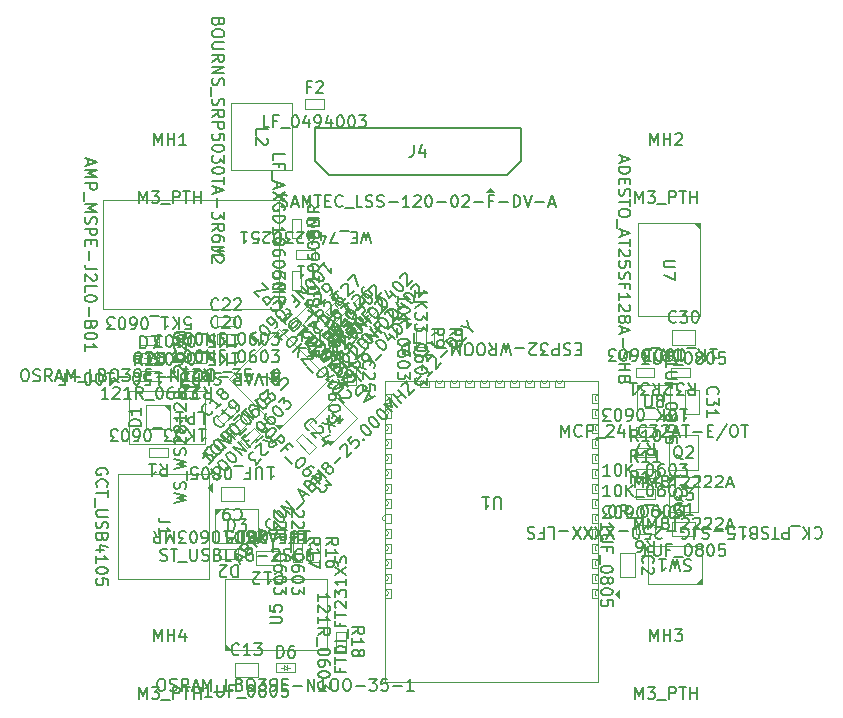
<source format=gbr>
%TF.GenerationSoftware,KiCad,Pcbnew,7.0.7*%
%TF.CreationDate,2024-01-21T18:01:17-05:00*%
%TF.ProjectId,Forerunner-Cubic-Mainboard,466f7265-7275-46e6-9e65-722d43756269,rev?*%
%TF.SameCoordinates,Original*%
%TF.FileFunction,AssemblyDrawing,Top*%
%FSLAX46Y46*%
G04 Gerber Fmt 4.6, Leading zero omitted, Abs format (unit mm)*
G04 Created by KiCad (PCBNEW 7.0.7) date 2024-01-21 18:01:17*
%MOMM*%
%LPD*%
G01*
G04 APERTURE LIST*
%ADD10C,0.150000*%
%ADD11C,0.100000*%
%ADD12C,0.120000*%
%ADD13C,0.127000*%
G04 APERTURE END LIST*
D10*
X12876761Y25733009D02*
X12733904Y25780628D01*
X12733904Y25780628D02*
X12686285Y25828247D01*
X12686285Y25828247D02*
X12638666Y25923485D01*
X12638666Y25923485D02*
X12638666Y26066342D01*
X12638666Y26066342D02*
X12686285Y26161580D01*
X12686285Y26161580D02*
X12733904Y26209200D01*
X12733904Y26209200D02*
X12829142Y26256819D01*
X12829142Y26256819D02*
X13210094Y26256819D01*
X13210094Y26256819D02*
X13210094Y25256819D01*
X13210094Y25256819D02*
X12876761Y25256819D01*
X12876761Y25256819D02*
X12781523Y25304438D01*
X12781523Y25304438D02*
X12733904Y25352057D01*
X12733904Y25352057D02*
X12686285Y25447295D01*
X12686285Y25447295D02*
X12686285Y25542533D01*
X12686285Y25542533D02*
X12733904Y25637771D01*
X12733904Y25637771D02*
X12781523Y25685390D01*
X12781523Y25685390D02*
X12876761Y25733009D01*
X12876761Y25733009D02*
X13210094Y25733009D01*
X12210094Y26256819D02*
X12210094Y25256819D01*
X11876761Y25256819D02*
X11543428Y26256819D01*
X11543428Y26256819D02*
X11210095Y25256819D01*
X10924380Y25971104D02*
X10448190Y25971104D01*
X11019618Y26256819D02*
X10686285Y25256819D01*
X10686285Y25256819D02*
X10352952Y26256819D01*
X9448190Y26256819D02*
X9781523Y25780628D01*
X10019618Y26256819D02*
X10019618Y25256819D01*
X10019618Y25256819D02*
X9638666Y25256819D01*
X9638666Y25256819D02*
X9543428Y25304438D01*
X9543428Y25304438D02*
X9495809Y25352057D01*
X9495809Y25352057D02*
X9448190Y25447295D01*
X9448190Y25447295D02*
X9448190Y25590152D01*
X9448190Y25590152D02*
X9495809Y25685390D01*
X9495809Y25685390D02*
X9543428Y25733009D01*
X9543428Y25733009D02*
X9638666Y25780628D01*
X9638666Y25780628D02*
X10019618Y25780628D01*
X9257714Y26352057D02*
X8495809Y26352057D01*
X8305332Y26209200D02*
X8162475Y26256819D01*
X8162475Y26256819D02*
X7924380Y26256819D01*
X7924380Y26256819D02*
X7829142Y26209200D01*
X7829142Y26209200D02*
X7781523Y26161580D01*
X7781523Y26161580D02*
X7733904Y26066342D01*
X7733904Y26066342D02*
X7733904Y25971104D01*
X7733904Y25971104D02*
X7781523Y25875866D01*
X7781523Y25875866D02*
X7829142Y25828247D01*
X7829142Y25828247D02*
X7924380Y25780628D01*
X7924380Y25780628D02*
X8114856Y25733009D01*
X8114856Y25733009D02*
X8210094Y25685390D01*
X8210094Y25685390D02*
X8257713Y25637771D01*
X8257713Y25637771D02*
X8305332Y25542533D01*
X8305332Y25542533D02*
X8305332Y25447295D01*
X8305332Y25447295D02*
X8257713Y25352057D01*
X8257713Y25352057D02*
X8210094Y25304438D01*
X8210094Y25304438D02*
X8114856Y25256819D01*
X8114856Y25256819D02*
X7876761Y25256819D01*
X7876761Y25256819D02*
X7733904Y25304438D01*
X6829142Y26256819D02*
X7305332Y26256819D01*
X7305332Y26256819D02*
X7305332Y25256819D01*
X6495808Y26256819D02*
X6495808Y25256819D01*
X6495808Y25256819D02*
X6114856Y25256819D01*
X6114856Y25256819D02*
X6019618Y25304438D01*
X6019618Y25304438D02*
X5971999Y25352057D01*
X5971999Y25352057D02*
X5924380Y25447295D01*
X5924380Y25447295D02*
X5924380Y25590152D01*
X5924380Y25590152D02*
X5971999Y25685390D01*
X5971999Y25685390D02*
X6019618Y25733009D01*
X6019618Y25733009D02*
X6114856Y25780628D01*
X6114856Y25780628D02*
X6495808Y25780628D01*
X5591046Y25256819D02*
X4971999Y25256819D01*
X4971999Y25256819D02*
X5305332Y25637771D01*
X5305332Y25637771D02*
X5162475Y25637771D01*
X5162475Y25637771D02*
X5067237Y25685390D01*
X5067237Y25685390D02*
X5019618Y25733009D01*
X5019618Y25733009D02*
X4971999Y25828247D01*
X4971999Y25828247D02*
X4971999Y26066342D01*
X4971999Y26066342D02*
X5019618Y26161580D01*
X5019618Y26161580D02*
X5067237Y26209200D01*
X5067237Y26209200D02*
X5162475Y26256819D01*
X5162475Y26256819D02*
X5448189Y26256819D01*
X5448189Y26256819D02*
X5543427Y26209200D01*
X5543427Y26209200D02*
X5591046Y26161580D01*
X4543427Y25875866D02*
X3781523Y25875866D01*
X2781523Y26256819D02*
X3352951Y26256819D01*
X3067237Y26256819D02*
X3067237Y25256819D01*
X3067237Y25256819D02*
X3162475Y25399676D01*
X3162475Y25399676D02*
X3257713Y25494914D01*
X3257713Y25494914D02*
X3352951Y25542533D01*
X1876761Y25256819D02*
X2352951Y25256819D01*
X2352951Y25256819D02*
X2400570Y25733009D01*
X2400570Y25733009D02*
X2352951Y25685390D01*
X2352951Y25685390D02*
X2257713Y25637771D01*
X2257713Y25637771D02*
X2019618Y25637771D01*
X2019618Y25637771D02*
X1924380Y25685390D01*
X1924380Y25685390D02*
X1876761Y25733009D01*
X1876761Y25733009D02*
X1829142Y25828247D01*
X1829142Y25828247D02*
X1829142Y26066342D01*
X1829142Y26066342D02*
X1876761Y26161580D01*
X1876761Y26161580D02*
X1924380Y26209200D01*
X1924380Y26209200D02*
X2019618Y26256819D01*
X2019618Y26256819D02*
X2257713Y26256819D01*
X2257713Y26256819D02*
X2352951Y26209200D01*
X2352951Y26209200D02*
X2400570Y26161580D01*
X1210094Y25256819D02*
X1114856Y25256819D01*
X1114856Y25256819D02*
X1019618Y25304438D01*
X1019618Y25304438D02*
X971999Y25352057D01*
X971999Y25352057D02*
X924380Y25447295D01*
X924380Y25447295D02*
X876761Y25637771D01*
X876761Y25637771D02*
X876761Y25875866D01*
X876761Y25875866D02*
X924380Y26066342D01*
X924380Y26066342D02*
X971999Y26161580D01*
X971999Y26161580D02*
X1019618Y26209200D01*
X1019618Y26209200D02*
X1114856Y26256819D01*
X1114856Y26256819D02*
X1210094Y26256819D01*
X1210094Y26256819D02*
X1305332Y26209200D01*
X1305332Y26209200D02*
X1352951Y26161580D01*
X1352951Y26161580D02*
X1400570Y26066342D01*
X1400570Y26066342D02*
X1448189Y25875866D01*
X1448189Y25875866D02*
X1448189Y25637771D01*
X1448189Y25637771D02*
X1400570Y25447295D01*
X1400570Y25447295D02*
X1352951Y25352057D01*
X1352951Y25352057D02*
X1305332Y25304438D01*
X1305332Y25304438D02*
X1210094Y25256819D01*
X448189Y25875866D02*
X-313715Y25875866D01*
X-1313714Y26256819D02*
X-742286Y26256819D01*
X-1028000Y26256819D02*
X-1028000Y25256819D01*
X-1028000Y25256819D02*
X-932762Y25399676D01*
X-932762Y25399676D02*
X-837524Y25494914D01*
X-837524Y25494914D02*
X-742286Y25542533D01*
X-1932762Y25256819D02*
X-2028000Y25256819D01*
X-2028000Y25256819D02*
X-2123238Y25304438D01*
X-2123238Y25304438D02*
X-2170857Y25352057D01*
X-2170857Y25352057D02*
X-2218476Y25447295D01*
X-2218476Y25447295D02*
X-2266095Y25637771D01*
X-2266095Y25637771D02*
X-2266095Y25875866D01*
X-2266095Y25875866D02*
X-2218476Y26066342D01*
X-2218476Y26066342D02*
X-2170857Y26161580D01*
X-2170857Y26161580D02*
X-2123238Y26209200D01*
X-2123238Y26209200D02*
X-2028000Y26256819D01*
X-2028000Y26256819D02*
X-1932762Y26256819D01*
X-1932762Y26256819D02*
X-1837524Y26209200D01*
X-1837524Y26209200D02*
X-1789905Y26161580D01*
X-1789905Y26161580D02*
X-1742286Y26066342D01*
X-1742286Y26066342D02*
X-1694667Y25875866D01*
X-1694667Y25875866D02*
X-1694667Y25637771D01*
X-1694667Y25637771D02*
X-1742286Y25447295D01*
X-1742286Y25447295D02*
X-1789905Y25352057D01*
X-1789905Y25352057D02*
X-1837524Y25304438D01*
X-1837524Y25304438D02*
X-1932762Y25256819D01*
X-2885143Y25256819D02*
X-2980381Y25256819D01*
X-2980381Y25256819D02*
X-3075619Y25304438D01*
X-3075619Y25304438D02*
X-3123238Y25352057D01*
X-3123238Y25352057D02*
X-3170857Y25447295D01*
X-3170857Y25447295D02*
X-3218476Y25637771D01*
X-3218476Y25637771D02*
X-3218476Y25875866D01*
X-3218476Y25875866D02*
X-3170857Y26066342D01*
X-3170857Y26066342D02*
X-3123238Y26161580D01*
X-3123238Y26161580D02*
X-3075619Y26209200D01*
X-3075619Y26209200D02*
X-2980381Y26256819D01*
X-2980381Y26256819D02*
X-2885143Y26256819D01*
X-2885143Y26256819D02*
X-2789905Y26209200D01*
X-2789905Y26209200D02*
X-2742286Y26161580D01*
X-2742286Y26161580D02*
X-2694667Y26066342D01*
X-2694667Y26066342D02*
X-2647048Y25875866D01*
X-2647048Y25875866D02*
X-2647048Y25637771D01*
X-2647048Y25637771D02*
X-2694667Y25447295D01*
X-2694667Y25447295D02*
X-2742286Y25352057D01*
X-2742286Y25352057D02*
X-2789905Y25304438D01*
X-2789905Y25304438D02*
X-2885143Y25256819D01*
X-3647048Y25875866D02*
X-4408953Y25875866D01*
X-5218476Y25733009D02*
X-4885143Y25733009D01*
X-4885143Y26256819D02*
X-4885143Y25256819D01*
X-4885143Y25256819D02*
X-5361333Y25256819D01*
X6416666Y22954819D02*
X6892856Y22954819D01*
X6892856Y22954819D02*
X6892856Y21954819D01*
X6083332Y22954819D02*
X6083332Y21954819D01*
X6083332Y21954819D02*
X5702380Y21954819D01*
X5702380Y21954819D02*
X5607142Y22002438D01*
X5607142Y22002438D02*
X5559523Y22050057D01*
X5559523Y22050057D02*
X5511904Y22145295D01*
X5511904Y22145295D02*
X5511904Y22288152D01*
X5511904Y22288152D02*
X5559523Y22383390D01*
X5559523Y22383390D02*
X5607142Y22431009D01*
X5607142Y22431009D02*
X5702380Y22478628D01*
X5702380Y22478628D02*
X6083332Y22478628D01*
X4559523Y22954819D02*
X5130951Y22954819D01*
X4845237Y22954819D02*
X4845237Y21954819D01*
X4845237Y21954819D02*
X4940475Y22097676D01*
X4940475Y22097676D02*
X5035713Y22192914D01*
X5035713Y22192914D02*
X5130951Y22240533D01*
X37141666Y20845180D02*
X37141666Y21845180D01*
X37141666Y21845180D02*
X37474999Y21130895D01*
X37474999Y21130895D02*
X37808332Y21845180D01*
X37808332Y21845180D02*
X37808332Y20845180D01*
X38855951Y20940419D02*
X38808332Y20892800D01*
X38808332Y20892800D02*
X38665475Y20845180D01*
X38665475Y20845180D02*
X38570237Y20845180D01*
X38570237Y20845180D02*
X38427380Y20892800D01*
X38427380Y20892800D02*
X38332142Y20988038D01*
X38332142Y20988038D02*
X38284523Y21083276D01*
X38284523Y21083276D02*
X38236904Y21273752D01*
X38236904Y21273752D02*
X38236904Y21416609D01*
X38236904Y21416609D02*
X38284523Y21607085D01*
X38284523Y21607085D02*
X38332142Y21702323D01*
X38332142Y21702323D02*
X38427380Y21797561D01*
X38427380Y21797561D02*
X38570237Y21845180D01*
X38570237Y21845180D02*
X38665475Y21845180D01*
X38665475Y21845180D02*
X38808332Y21797561D01*
X38808332Y21797561D02*
X38855951Y21749942D01*
X39284523Y20845180D02*
X39284523Y21845180D01*
X39284523Y21845180D02*
X39665475Y21845180D01*
X39665475Y21845180D02*
X39760713Y21797561D01*
X39760713Y21797561D02*
X39808332Y21749942D01*
X39808332Y21749942D02*
X39855951Y21654704D01*
X39855951Y21654704D02*
X39855951Y21511847D01*
X39855951Y21511847D02*
X39808332Y21416609D01*
X39808332Y21416609D02*
X39760713Y21368990D01*
X39760713Y21368990D02*
X39665475Y21321371D01*
X39665475Y21321371D02*
X39284523Y21321371D01*
X40046428Y20749942D02*
X40808332Y20749942D01*
X40998809Y21749942D02*
X41046428Y21797561D01*
X41046428Y21797561D02*
X41141666Y21845180D01*
X41141666Y21845180D02*
X41379761Y21845180D01*
X41379761Y21845180D02*
X41474999Y21797561D01*
X41474999Y21797561D02*
X41522618Y21749942D01*
X41522618Y21749942D02*
X41570237Y21654704D01*
X41570237Y21654704D02*
X41570237Y21559466D01*
X41570237Y21559466D02*
X41522618Y21416609D01*
X41522618Y21416609D02*
X40951190Y20845180D01*
X40951190Y20845180D02*
X41570237Y20845180D01*
X42427380Y21511847D02*
X42427380Y20845180D01*
X42189285Y21892800D02*
X41951190Y21178514D01*
X41951190Y21178514D02*
X42570237Y21178514D01*
X43427380Y20845180D02*
X42951190Y20845180D01*
X42951190Y20845180D02*
X42951190Y21845180D01*
X44332142Y20940419D02*
X44284523Y20892800D01*
X44284523Y20892800D02*
X44141666Y20845180D01*
X44141666Y20845180D02*
X44046428Y20845180D01*
X44046428Y20845180D02*
X43903571Y20892800D01*
X43903571Y20892800D02*
X43808333Y20988038D01*
X43808333Y20988038D02*
X43760714Y21083276D01*
X43760714Y21083276D02*
X43713095Y21273752D01*
X43713095Y21273752D02*
X43713095Y21416609D01*
X43713095Y21416609D02*
X43760714Y21607085D01*
X43760714Y21607085D02*
X43808333Y21702323D01*
X43808333Y21702323D02*
X43903571Y21797561D01*
X43903571Y21797561D02*
X44046428Y21845180D01*
X44046428Y21845180D02*
X44141666Y21845180D01*
X44141666Y21845180D02*
X44284523Y21797561D01*
X44284523Y21797561D02*
X44332142Y21749942D01*
X44665476Y21845180D02*
X45284523Y21845180D01*
X45284523Y21845180D02*
X44951190Y21464228D01*
X44951190Y21464228D02*
X45094047Y21464228D01*
X45094047Y21464228D02*
X45189285Y21416609D01*
X45189285Y21416609D02*
X45236904Y21368990D01*
X45236904Y21368990D02*
X45284523Y21273752D01*
X45284523Y21273752D02*
X45284523Y21035657D01*
X45284523Y21035657D02*
X45236904Y20940419D01*
X45236904Y20940419D02*
X45189285Y20892800D01*
X45189285Y20892800D02*
X45094047Y20845180D01*
X45094047Y20845180D02*
X44808333Y20845180D01*
X44808333Y20845180D02*
X44713095Y20892800D01*
X44713095Y20892800D02*
X44665476Y20940419D01*
X45665476Y21749942D02*
X45713095Y21797561D01*
X45713095Y21797561D02*
X45808333Y21845180D01*
X45808333Y21845180D02*
X46046428Y21845180D01*
X46046428Y21845180D02*
X46141666Y21797561D01*
X46141666Y21797561D02*
X46189285Y21749942D01*
X46189285Y21749942D02*
X46236904Y21654704D01*
X46236904Y21654704D02*
X46236904Y21559466D01*
X46236904Y21559466D02*
X46189285Y21416609D01*
X46189285Y21416609D02*
X45617857Y20845180D01*
X45617857Y20845180D02*
X46236904Y20845180D01*
X46617857Y21130895D02*
X47094047Y21130895D01*
X46522619Y20845180D02*
X46855952Y21845180D01*
X46855952Y21845180D02*
X47189285Y20845180D01*
X47379762Y21845180D02*
X47951190Y21845180D01*
X47665476Y20845180D02*
X47665476Y21845180D01*
X48284524Y21226133D02*
X49046429Y21226133D01*
X49522619Y21368990D02*
X49855952Y21368990D01*
X49998809Y20845180D02*
X49522619Y20845180D01*
X49522619Y20845180D02*
X49522619Y21845180D01*
X49522619Y21845180D02*
X49998809Y21845180D01*
X51141666Y21892800D02*
X50284524Y20607085D01*
X51665476Y21845180D02*
X51855952Y21845180D01*
X51855952Y21845180D02*
X51951190Y21797561D01*
X51951190Y21797561D02*
X52046428Y21702323D01*
X52046428Y21702323D02*
X52094047Y21511847D01*
X52094047Y21511847D02*
X52094047Y21178514D01*
X52094047Y21178514D02*
X52046428Y20988038D01*
X52046428Y20988038D02*
X51951190Y20892800D01*
X51951190Y20892800D02*
X51855952Y20845180D01*
X51855952Y20845180D02*
X51665476Y20845180D01*
X51665476Y20845180D02*
X51570238Y20892800D01*
X51570238Y20892800D02*
X51475000Y20988038D01*
X51475000Y20988038D02*
X51427381Y21178514D01*
X51427381Y21178514D02*
X51427381Y21511847D01*
X51427381Y21511847D02*
X51475000Y21702323D01*
X51475000Y21702323D02*
X51570238Y21797561D01*
X51570238Y21797561D02*
X51665476Y21845180D01*
X52379762Y21845180D02*
X52951190Y21845180D01*
X52665476Y20845180D02*
X52665476Y21845180D01*
X44213095Y24345180D02*
X44213095Y23535657D01*
X44213095Y23535657D02*
X44260714Y23440419D01*
X44260714Y23440419D02*
X44308333Y23392800D01*
X44308333Y23392800D02*
X44403571Y23345180D01*
X44403571Y23345180D02*
X44594047Y23345180D01*
X44594047Y23345180D02*
X44689285Y23392800D01*
X44689285Y23392800D02*
X44736904Y23440419D01*
X44736904Y23440419D02*
X44784523Y23535657D01*
X44784523Y23535657D02*
X44784523Y24345180D01*
X45403571Y23916609D02*
X45308333Y23964228D01*
X45308333Y23964228D02*
X45260714Y24011847D01*
X45260714Y24011847D02*
X45213095Y24107085D01*
X45213095Y24107085D02*
X45213095Y24154704D01*
X45213095Y24154704D02*
X45260714Y24249942D01*
X45260714Y24249942D02*
X45308333Y24297561D01*
X45308333Y24297561D02*
X45403571Y24345180D01*
X45403571Y24345180D02*
X45594047Y24345180D01*
X45594047Y24345180D02*
X45689285Y24297561D01*
X45689285Y24297561D02*
X45736904Y24249942D01*
X45736904Y24249942D02*
X45784523Y24154704D01*
X45784523Y24154704D02*
X45784523Y24107085D01*
X45784523Y24107085D02*
X45736904Y24011847D01*
X45736904Y24011847D02*
X45689285Y23964228D01*
X45689285Y23964228D02*
X45594047Y23916609D01*
X45594047Y23916609D02*
X45403571Y23916609D01*
X45403571Y23916609D02*
X45308333Y23868990D01*
X45308333Y23868990D02*
X45260714Y23821371D01*
X45260714Y23821371D02*
X45213095Y23726133D01*
X45213095Y23726133D02*
X45213095Y23535657D01*
X45213095Y23535657D02*
X45260714Y23440419D01*
X45260714Y23440419D02*
X45308333Y23392800D01*
X45308333Y23392800D02*
X45403571Y23345180D01*
X45403571Y23345180D02*
X45594047Y23345180D01*
X45594047Y23345180D02*
X45689285Y23392800D01*
X45689285Y23392800D02*
X45736904Y23440419D01*
X45736904Y23440419D02*
X45784523Y23535657D01*
X45784523Y23535657D02*
X45784523Y23726133D01*
X45784523Y23726133D02*
X45736904Y23821371D01*
X45736904Y23821371D02*
X45689285Y23868990D01*
X45689285Y23868990D02*
X45594047Y23916609D01*
X4845237Y27145180D02*
X4273809Y27145180D01*
X4559523Y27145180D02*
X4559523Y28145180D01*
X4559523Y28145180D02*
X4464285Y28002323D01*
X4464285Y28002323D02*
X4369047Y27907085D01*
X4369047Y27907085D02*
X4273809Y27859466D01*
X5464285Y28145180D02*
X5559523Y28145180D01*
X5559523Y28145180D02*
X5654761Y28097561D01*
X5654761Y28097561D02*
X5702380Y28049942D01*
X5702380Y28049942D02*
X5749999Y27954704D01*
X5749999Y27954704D02*
X5797618Y27764228D01*
X5797618Y27764228D02*
X5797618Y27526133D01*
X5797618Y27526133D02*
X5749999Y27335657D01*
X5749999Y27335657D02*
X5702380Y27240419D01*
X5702380Y27240419D02*
X5654761Y27192800D01*
X5654761Y27192800D02*
X5559523Y27145180D01*
X5559523Y27145180D02*
X5464285Y27145180D01*
X5464285Y27145180D02*
X5369047Y27192800D01*
X5369047Y27192800D02*
X5321428Y27240419D01*
X5321428Y27240419D02*
X5273809Y27335657D01*
X5273809Y27335657D02*
X5226190Y27526133D01*
X5226190Y27526133D02*
X5226190Y27764228D01*
X5226190Y27764228D02*
X5273809Y27954704D01*
X5273809Y27954704D02*
X5321428Y28049942D01*
X5321428Y28049942D02*
X5369047Y28097561D01*
X5369047Y28097561D02*
X5464285Y28145180D01*
X6416666Y28145180D02*
X6511904Y28145180D01*
X6511904Y28145180D02*
X6607142Y28097561D01*
X6607142Y28097561D02*
X6654761Y28049942D01*
X6654761Y28049942D02*
X6702380Y27954704D01*
X6702380Y27954704D02*
X6749999Y27764228D01*
X6749999Y27764228D02*
X6749999Y27526133D01*
X6749999Y27526133D02*
X6702380Y27335657D01*
X6702380Y27335657D02*
X6654761Y27240419D01*
X6654761Y27240419D02*
X6607142Y27192800D01*
X6607142Y27192800D02*
X6511904Y27145180D01*
X6511904Y27145180D02*
X6416666Y27145180D01*
X6416666Y27145180D02*
X6321428Y27192800D01*
X6321428Y27192800D02*
X6273809Y27240419D01*
X6273809Y27240419D02*
X6226190Y27335657D01*
X6226190Y27335657D02*
X6178571Y27526133D01*
X6178571Y27526133D02*
X6178571Y27764228D01*
X6178571Y27764228D02*
X6226190Y27954704D01*
X6226190Y27954704D02*
X6273809Y28049942D01*
X6273809Y28049942D02*
X6321428Y28097561D01*
X6321428Y28097561D02*
X6416666Y28145180D01*
X7178571Y27145180D02*
X7178571Y28145180D01*
X7178571Y28145180D02*
X7749999Y27145180D01*
X7749999Y27145180D02*
X7749999Y28145180D01*
X8559523Y27668990D02*
X8226190Y27668990D01*
X8226190Y27145180D02*
X8226190Y28145180D01*
X8226190Y28145180D02*
X8702380Y28145180D01*
X8845238Y27049942D02*
X9607142Y27049942D01*
X10035714Y28145180D02*
X10130952Y28145180D01*
X10130952Y28145180D02*
X10226190Y28097561D01*
X10226190Y28097561D02*
X10273809Y28049942D01*
X10273809Y28049942D02*
X10321428Y27954704D01*
X10321428Y27954704D02*
X10369047Y27764228D01*
X10369047Y27764228D02*
X10369047Y27526133D01*
X10369047Y27526133D02*
X10321428Y27335657D01*
X10321428Y27335657D02*
X10273809Y27240419D01*
X10273809Y27240419D02*
X10226190Y27192800D01*
X10226190Y27192800D02*
X10130952Y27145180D01*
X10130952Y27145180D02*
X10035714Y27145180D01*
X10035714Y27145180D02*
X9940476Y27192800D01*
X9940476Y27192800D02*
X9892857Y27240419D01*
X9892857Y27240419D02*
X9845238Y27335657D01*
X9845238Y27335657D02*
X9797619Y27526133D01*
X9797619Y27526133D02*
X9797619Y27764228D01*
X9797619Y27764228D02*
X9845238Y27954704D01*
X9845238Y27954704D02*
X9892857Y28049942D01*
X9892857Y28049942D02*
X9940476Y28097561D01*
X9940476Y28097561D02*
X10035714Y28145180D01*
X11226190Y28145180D02*
X11035714Y28145180D01*
X11035714Y28145180D02*
X10940476Y28097561D01*
X10940476Y28097561D02*
X10892857Y28049942D01*
X10892857Y28049942D02*
X10797619Y27907085D01*
X10797619Y27907085D02*
X10750000Y27716609D01*
X10750000Y27716609D02*
X10750000Y27335657D01*
X10750000Y27335657D02*
X10797619Y27240419D01*
X10797619Y27240419D02*
X10845238Y27192800D01*
X10845238Y27192800D02*
X10940476Y27145180D01*
X10940476Y27145180D02*
X11130952Y27145180D01*
X11130952Y27145180D02*
X11226190Y27192800D01*
X11226190Y27192800D02*
X11273809Y27240419D01*
X11273809Y27240419D02*
X11321428Y27335657D01*
X11321428Y27335657D02*
X11321428Y27573752D01*
X11321428Y27573752D02*
X11273809Y27668990D01*
X11273809Y27668990D02*
X11226190Y27716609D01*
X11226190Y27716609D02*
X11130952Y27764228D01*
X11130952Y27764228D02*
X10940476Y27764228D01*
X10940476Y27764228D02*
X10845238Y27716609D01*
X10845238Y27716609D02*
X10797619Y27668990D01*
X10797619Y27668990D02*
X10750000Y27573752D01*
X11940476Y28145180D02*
X12035714Y28145180D01*
X12035714Y28145180D02*
X12130952Y28097561D01*
X12130952Y28097561D02*
X12178571Y28049942D01*
X12178571Y28049942D02*
X12226190Y27954704D01*
X12226190Y27954704D02*
X12273809Y27764228D01*
X12273809Y27764228D02*
X12273809Y27526133D01*
X12273809Y27526133D02*
X12226190Y27335657D01*
X12226190Y27335657D02*
X12178571Y27240419D01*
X12178571Y27240419D02*
X12130952Y27192800D01*
X12130952Y27192800D02*
X12035714Y27145180D01*
X12035714Y27145180D02*
X11940476Y27145180D01*
X11940476Y27145180D02*
X11845238Y27192800D01*
X11845238Y27192800D02*
X11797619Y27240419D01*
X11797619Y27240419D02*
X11750000Y27335657D01*
X11750000Y27335657D02*
X11702381Y27526133D01*
X11702381Y27526133D02*
X11702381Y27764228D01*
X11702381Y27764228D02*
X11750000Y27954704D01*
X11750000Y27954704D02*
X11797619Y28049942D01*
X11797619Y28049942D02*
X11845238Y28097561D01*
X11845238Y28097561D02*
X11940476Y28145180D01*
X12607143Y28145180D02*
X13226190Y28145180D01*
X13226190Y28145180D02*
X12892857Y27764228D01*
X12892857Y27764228D02*
X13035714Y27764228D01*
X13035714Y27764228D02*
X13130952Y27716609D01*
X13130952Y27716609D02*
X13178571Y27668990D01*
X13178571Y27668990D02*
X13226190Y27573752D01*
X13226190Y27573752D02*
X13226190Y27335657D01*
X13226190Y27335657D02*
X13178571Y27240419D01*
X13178571Y27240419D02*
X13130952Y27192800D01*
X13130952Y27192800D02*
X13035714Y27145180D01*
X13035714Y27145180D02*
X12750000Y27145180D01*
X12750000Y27145180D02*
X12654762Y27192800D01*
X12654762Y27192800D02*
X12607143Y27240419D01*
X8107142Y30140418D02*
X8059523Y30092799D01*
X8059523Y30092799D02*
X7916666Y30045179D01*
X7916666Y30045179D02*
X7821428Y30045179D01*
X7821428Y30045179D02*
X7678571Y30092799D01*
X7678571Y30092799D02*
X7583333Y30188037D01*
X7583333Y30188037D02*
X7535714Y30283275D01*
X7535714Y30283275D02*
X7488095Y30473751D01*
X7488095Y30473751D02*
X7488095Y30616608D01*
X7488095Y30616608D02*
X7535714Y30807084D01*
X7535714Y30807084D02*
X7583333Y30902322D01*
X7583333Y30902322D02*
X7678571Y30997560D01*
X7678571Y30997560D02*
X7821428Y31045179D01*
X7821428Y31045179D02*
X7916666Y31045179D01*
X7916666Y31045179D02*
X8059523Y30997560D01*
X8059523Y30997560D02*
X8107142Y30949941D01*
X8488095Y30949941D02*
X8535714Y30997560D01*
X8535714Y30997560D02*
X8630952Y31045179D01*
X8630952Y31045179D02*
X8869047Y31045179D01*
X8869047Y31045179D02*
X8964285Y30997560D01*
X8964285Y30997560D02*
X9011904Y30949941D01*
X9011904Y30949941D02*
X9059523Y30854703D01*
X9059523Y30854703D02*
X9059523Y30759465D01*
X9059523Y30759465D02*
X9011904Y30616608D01*
X9011904Y30616608D02*
X8440476Y30045179D01*
X8440476Y30045179D02*
X9059523Y30045179D01*
X9678571Y31045179D02*
X9773809Y31045179D01*
X9773809Y31045179D02*
X9869047Y30997560D01*
X9869047Y30997560D02*
X9916666Y30949941D01*
X9916666Y30949941D02*
X9964285Y30854703D01*
X9964285Y30854703D02*
X10011904Y30664227D01*
X10011904Y30664227D02*
X10011904Y30426132D01*
X10011904Y30426132D02*
X9964285Y30235656D01*
X9964285Y30235656D02*
X9916666Y30140418D01*
X9916666Y30140418D02*
X9869047Y30092799D01*
X9869047Y30092799D02*
X9773809Y30045179D01*
X9773809Y30045179D02*
X9678571Y30045179D01*
X9678571Y30045179D02*
X9583333Y30092799D01*
X9583333Y30092799D02*
X9535714Y30140418D01*
X9535714Y30140418D02*
X9488095Y30235656D01*
X9488095Y30235656D02*
X9440476Y30426132D01*
X9440476Y30426132D02*
X9440476Y30664227D01*
X9440476Y30664227D02*
X9488095Y30854703D01*
X9488095Y30854703D02*
X9535714Y30949941D01*
X9535714Y30949941D02*
X9583333Y30997560D01*
X9583333Y30997560D02*
X9678571Y31045179D01*
X12416666Y47045180D02*
X11940476Y47045180D01*
X11940476Y47045180D02*
X11940476Y48045180D01*
X13083333Y47568990D02*
X12750000Y47568990D01*
X12750000Y47045180D02*
X12750000Y48045180D01*
X12750000Y48045180D02*
X13226190Y48045180D01*
X13369048Y46949942D02*
X14130952Y46949942D01*
X14559524Y48045180D02*
X14654762Y48045180D01*
X14654762Y48045180D02*
X14750000Y47997561D01*
X14750000Y47997561D02*
X14797619Y47949942D01*
X14797619Y47949942D02*
X14845238Y47854704D01*
X14845238Y47854704D02*
X14892857Y47664228D01*
X14892857Y47664228D02*
X14892857Y47426133D01*
X14892857Y47426133D02*
X14845238Y47235657D01*
X14845238Y47235657D02*
X14797619Y47140419D01*
X14797619Y47140419D02*
X14750000Y47092800D01*
X14750000Y47092800D02*
X14654762Y47045180D01*
X14654762Y47045180D02*
X14559524Y47045180D01*
X14559524Y47045180D02*
X14464286Y47092800D01*
X14464286Y47092800D02*
X14416667Y47140419D01*
X14416667Y47140419D02*
X14369048Y47235657D01*
X14369048Y47235657D02*
X14321429Y47426133D01*
X14321429Y47426133D02*
X14321429Y47664228D01*
X14321429Y47664228D02*
X14369048Y47854704D01*
X14369048Y47854704D02*
X14416667Y47949942D01*
X14416667Y47949942D02*
X14464286Y47997561D01*
X14464286Y47997561D02*
X14559524Y48045180D01*
X15750000Y47711847D02*
X15750000Y47045180D01*
X15511905Y48092800D02*
X15273810Y47378514D01*
X15273810Y47378514D02*
X15892857Y47378514D01*
X16321429Y47045180D02*
X16511905Y47045180D01*
X16511905Y47045180D02*
X16607143Y47092800D01*
X16607143Y47092800D02*
X16654762Y47140419D01*
X16654762Y47140419D02*
X16750000Y47283276D01*
X16750000Y47283276D02*
X16797619Y47473752D01*
X16797619Y47473752D02*
X16797619Y47854704D01*
X16797619Y47854704D02*
X16750000Y47949942D01*
X16750000Y47949942D02*
X16702381Y47997561D01*
X16702381Y47997561D02*
X16607143Y48045180D01*
X16607143Y48045180D02*
X16416667Y48045180D01*
X16416667Y48045180D02*
X16321429Y47997561D01*
X16321429Y47997561D02*
X16273810Y47949942D01*
X16273810Y47949942D02*
X16226191Y47854704D01*
X16226191Y47854704D02*
X16226191Y47616609D01*
X16226191Y47616609D02*
X16273810Y47521371D01*
X16273810Y47521371D02*
X16321429Y47473752D01*
X16321429Y47473752D02*
X16416667Y47426133D01*
X16416667Y47426133D02*
X16607143Y47426133D01*
X16607143Y47426133D02*
X16702381Y47473752D01*
X16702381Y47473752D02*
X16750000Y47521371D01*
X16750000Y47521371D02*
X16797619Y47616609D01*
X17654762Y47711847D02*
X17654762Y47045180D01*
X17416667Y48092800D02*
X17178572Y47378514D01*
X17178572Y47378514D02*
X17797619Y47378514D01*
X18369048Y48045180D02*
X18464286Y48045180D01*
X18464286Y48045180D02*
X18559524Y47997561D01*
X18559524Y47997561D02*
X18607143Y47949942D01*
X18607143Y47949942D02*
X18654762Y47854704D01*
X18654762Y47854704D02*
X18702381Y47664228D01*
X18702381Y47664228D02*
X18702381Y47426133D01*
X18702381Y47426133D02*
X18654762Y47235657D01*
X18654762Y47235657D02*
X18607143Y47140419D01*
X18607143Y47140419D02*
X18559524Y47092800D01*
X18559524Y47092800D02*
X18464286Y47045180D01*
X18464286Y47045180D02*
X18369048Y47045180D01*
X18369048Y47045180D02*
X18273810Y47092800D01*
X18273810Y47092800D02*
X18226191Y47140419D01*
X18226191Y47140419D02*
X18178572Y47235657D01*
X18178572Y47235657D02*
X18130953Y47426133D01*
X18130953Y47426133D02*
X18130953Y47664228D01*
X18130953Y47664228D02*
X18178572Y47854704D01*
X18178572Y47854704D02*
X18226191Y47949942D01*
X18226191Y47949942D02*
X18273810Y47997561D01*
X18273810Y47997561D02*
X18369048Y48045180D01*
X19321429Y48045180D02*
X19416667Y48045180D01*
X19416667Y48045180D02*
X19511905Y47997561D01*
X19511905Y47997561D02*
X19559524Y47949942D01*
X19559524Y47949942D02*
X19607143Y47854704D01*
X19607143Y47854704D02*
X19654762Y47664228D01*
X19654762Y47664228D02*
X19654762Y47426133D01*
X19654762Y47426133D02*
X19607143Y47235657D01*
X19607143Y47235657D02*
X19559524Y47140419D01*
X19559524Y47140419D02*
X19511905Y47092800D01*
X19511905Y47092800D02*
X19416667Y47045180D01*
X19416667Y47045180D02*
X19321429Y47045180D01*
X19321429Y47045180D02*
X19226191Y47092800D01*
X19226191Y47092800D02*
X19178572Y47140419D01*
X19178572Y47140419D02*
X19130953Y47235657D01*
X19130953Y47235657D02*
X19083334Y47426133D01*
X19083334Y47426133D02*
X19083334Y47664228D01*
X19083334Y47664228D02*
X19130953Y47854704D01*
X19130953Y47854704D02*
X19178572Y47949942D01*
X19178572Y47949942D02*
X19226191Y47997561D01*
X19226191Y47997561D02*
X19321429Y48045180D01*
X19988096Y48045180D02*
X20607143Y48045180D01*
X20607143Y48045180D02*
X20273810Y47664228D01*
X20273810Y47664228D02*
X20416667Y47664228D01*
X20416667Y47664228D02*
X20511905Y47616609D01*
X20511905Y47616609D02*
X20559524Y47568990D01*
X20559524Y47568990D02*
X20607143Y47473752D01*
X20607143Y47473752D02*
X20607143Y47235657D01*
X20607143Y47235657D02*
X20559524Y47140419D01*
X20559524Y47140419D02*
X20511905Y47092800D01*
X20511905Y47092800D02*
X20416667Y47045180D01*
X20416667Y47045180D02*
X20130953Y47045180D01*
X20130953Y47045180D02*
X20035715Y47092800D01*
X20035715Y47092800D02*
X19988096Y47140419D01*
X15916666Y50468990D02*
X15583333Y50468990D01*
X15583333Y49945180D02*
X15583333Y50945180D01*
X15583333Y50945180D02*
X16059523Y50945180D01*
X16392857Y50849942D02*
X16440476Y50897561D01*
X16440476Y50897561D02*
X16535714Y50945180D01*
X16535714Y50945180D02*
X16773809Y50945180D01*
X16773809Y50945180D02*
X16869047Y50897561D01*
X16869047Y50897561D02*
X16916666Y50849942D01*
X16916666Y50849942D02*
X16964285Y50754704D01*
X16964285Y50754704D02*
X16964285Y50659466D01*
X16964285Y50659466D02*
X16916666Y50516609D01*
X16916666Y50516609D02*
X16345238Y49945180D01*
X16345238Y49945180D02*
X16964285Y49945180D01*
X58583333Y13109580D02*
X58630952Y13157200D01*
X58630952Y13157200D02*
X58773809Y13204819D01*
X58773809Y13204819D02*
X58869047Y13204819D01*
X58869047Y13204819D02*
X59011904Y13157200D01*
X59011904Y13157200D02*
X59107142Y13061961D01*
X59107142Y13061961D02*
X59154761Y12966723D01*
X59154761Y12966723D02*
X59202380Y12776247D01*
X59202380Y12776247D02*
X59202380Y12633390D01*
X59202380Y12633390D02*
X59154761Y12442914D01*
X59154761Y12442914D02*
X59107142Y12347676D01*
X59107142Y12347676D02*
X59011904Y12252438D01*
X59011904Y12252438D02*
X58869047Y12204819D01*
X58869047Y12204819D02*
X58773809Y12204819D01*
X58773809Y12204819D02*
X58630952Y12252438D01*
X58630952Y12252438D02*
X58583333Y12300057D01*
X58154761Y13204819D02*
X58154761Y12204819D01*
X57583333Y13204819D02*
X58011904Y12633390D01*
X57583333Y12204819D02*
X58154761Y12776247D01*
X57392857Y13300057D02*
X56630952Y13300057D01*
X56392856Y13204819D02*
X56392856Y12204819D01*
X56392856Y12204819D02*
X56011904Y12204819D01*
X56011904Y12204819D02*
X55916666Y12252438D01*
X55916666Y12252438D02*
X55869047Y12300057D01*
X55869047Y12300057D02*
X55821428Y12395295D01*
X55821428Y12395295D02*
X55821428Y12538152D01*
X55821428Y12538152D02*
X55869047Y12633390D01*
X55869047Y12633390D02*
X55916666Y12681009D01*
X55916666Y12681009D02*
X56011904Y12728628D01*
X56011904Y12728628D02*
X56392856Y12728628D01*
X55535713Y12204819D02*
X54964285Y12204819D01*
X55249999Y13204819D02*
X55249999Y12204819D01*
X54678570Y13157200D02*
X54535713Y13204819D01*
X54535713Y13204819D02*
X54297618Y13204819D01*
X54297618Y13204819D02*
X54202380Y13157200D01*
X54202380Y13157200D02*
X54154761Y13109580D01*
X54154761Y13109580D02*
X54107142Y13014342D01*
X54107142Y13014342D02*
X54107142Y12919104D01*
X54107142Y12919104D02*
X54154761Y12823866D01*
X54154761Y12823866D02*
X54202380Y12776247D01*
X54202380Y12776247D02*
X54297618Y12728628D01*
X54297618Y12728628D02*
X54488094Y12681009D01*
X54488094Y12681009D02*
X54583332Y12633390D01*
X54583332Y12633390D02*
X54630951Y12585771D01*
X54630951Y12585771D02*
X54678570Y12490533D01*
X54678570Y12490533D02*
X54678570Y12395295D01*
X54678570Y12395295D02*
X54630951Y12300057D01*
X54630951Y12300057D02*
X54583332Y12252438D01*
X54583332Y12252438D02*
X54488094Y12204819D01*
X54488094Y12204819D02*
X54249999Y12204819D01*
X54249999Y12204819D02*
X54107142Y12252438D01*
X53535713Y12633390D02*
X53630951Y12585771D01*
X53630951Y12585771D02*
X53678570Y12538152D01*
X53678570Y12538152D02*
X53726189Y12442914D01*
X53726189Y12442914D02*
X53726189Y12395295D01*
X53726189Y12395295D02*
X53678570Y12300057D01*
X53678570Y12300057D02*
X53630951Y12252438D01*
X53630951Y12252438D02*
X53535713Y12204819D01*
X53535713Y12204819D02*
X53345237Y12204819D01*
X53345237Y12204819D02*
X53249999Y12252438D01*
X53249999Y12252438D02*
X53202380Y12300057D01*
X53202380Y12300057D02*
X53154761Y12395295D01*
X53154761Y12395295D02*
X53154761Y12442914D01*
X53154761Y12442914D02*
X53202380Y12538152D01*
X53202380Y12538152D02*
X53249999Y12585771D01*
X53249999Y12585771D02*
X53345237Y12633390D01*
X53345237Y12633390D02*
X53535713Y12633390D01*
X53535713Y12633390D02*
X53630951Y12681009D01*
X53630951Y12681009D02*
X53678570Y12728628D01*
X53678570Y12728628D02*
X53726189Y12823866D01*
X53726189Y12823866D02*
X53726189Y13014342D01*
X53726189Y13014342D02*
X53678570Y13109580D01*
X53678570Y13109580D02*
X53630951Y13157200D01*
X53630951Y13157200D02*
X53535713Y13204819D01*
X53535713Y13204819D02*
X53345237Y13204819D01*
X53345237Y13204819D02*
X53249999Y13157200D01*
X53249999Y13157200D02*
X53202380Y13109580D01*
X53202380Y13109580D02*
X53154761Y13014342D01*
X53154761Y13014342D02*
X53154761Y12823866D01*
X53154761Y12823866D02*
X53202380Y12728628D01*
X53202380Y12728628D02*
X53249999Y12681009D01*
X53249999Y12681009D02*
X53345237Y12633390D01*
X52202380Y13204819D02*
X52773808Y13204819D01*
X52488094Y13204819D02*
X52488094Y12204819D01*
X52488094Y12204819D02*
X52583332Y12347676D01*
X52583332Y12347676D02*
X52678570Y12442914D01*
X52678570Y12442914D02*
X52773808Y12490533D01*
X51297618Y12204819D02*
X51773808Y12204819D01*
X51773808Y12204819D02*
X51821427Y12681009D01*
X51821427Y12681009D02*
X51773808Y12633390D01*
X51773808Y12633390D02*
X51678570Y12585771D01*
X51678570Y12585771D02*
X51440475Y12585771D01*
X51440475Y12585771D02*
X51345237Y12633390D01*
X51345237Y12633390D02*
X51297618Y12681009D01*
X51297618Y12681009D02*
X51249999Y12776247D01*
X51249999Y12776247D02*
X51249999Y13014342D01*
X51249999Y13014342D02*
X51297618Y13109580D01*
X51297618Y13109580D02*
X51345237Y13157200D01*
X51345237Y13157200D02*
X51440475Y13204819D01*
X51440475Y13204819D02*
X51678570Y13204819D01*
X51678570Y13204819D02*
X51773808Y13157200D01*
X51773808Y13157200D02*
X51821427Y13109580D01*
X50821427Y12823866D02*
X50059523Y12823866D01*
X49630951Y13157200D02*
X49488094Y13204819D01*
X49488094Y13204819D02*
X49249999Y13204819D01*
X49249999Y13204819D02*
X49154761Y13157200D01*
X49154761Y13157200D02*
X49107142Y13109580D01*
X49107142Y13109580D02*
X49059523Y13014342D01*
X49059523Y13014342D02*
X49059523Y12919104D01*
X49059523Y12919104D02*
X49107142Y12823866D01*
X49107142Y12823866D02*
X49154761Y12776247D01*
X49154761Y12776247D02*
X49249999Y12728628D01*
X49249999Y12728628D02*
X49440475Y12681009D01*
X49440475Y12681009D02*
X49535713Y12633390D01*
X49535713Y12633390D02*
X49583332Y12585771D01*
X49583332Y12585771D02*
X49630951Y12490533D01*
X49630951Y12490533D02*
X49630951Y12395295D01*
X49630951Y12395295D02*
X49583332Y12300057D01*
X49583332Y12300057D02*
X49535713Y12252438D01*
X49535713Y12252438D02*
X49440475Y12204819D01*
X49440475Y12204819D02*
X49202380Y12204819D01*
X49202380Y12204819D02*
X49059523Y12252438D01*
X48345237Y12204819D02*
X48345237Y12919104D01*
X48345237Y12919104D02*
X48392856Y13061961D01*
X48392856Y13061961D02*
X48488094Y13157200D01*
X48488094Y13157200D02*
X48630951Y13204819D01*
X48630951Y13204819D02*
X48726189Y13204819D01*
X47345237Y12252438D02*
X47440475Y12204819D01*
X47440475Y12204819D02*
X47583332Y12204819D01*
X47583332Y12204819D02*
X47726189Y12252438D01*
X47726189Y12252438D02*
X47821427Y12347676D01*
X47821427Y12347676D02*
X47869046Y12442914D01*
X47869046Y12442914D02*
X47916665Y12633390D01*
X47916665Y12633390D02*
X47916665Y12776247D01*
X47916665Y12776247D02*
X47869046Y12966723D01*
X47869046Y12966723D02*
X47821427Y13061961D01*
X47821427Y13061961D02*
X47726189Y13157200D01*
X47726189Y13157200D02*
X47583332Y13204819D01*
X47583332Y13204819D02*
X47488094Y13204819D01*
X47488094Y13204819D02*
X47345237Y13157200D01*
X47345237Y13157200D02*
X47297618Y13109580D01*
X47297618Y13109580D02*
X47297618Y12776247D01*
X47297618Y12776247D02*
X47488094Y12776247D01*
X46869046Y12823866D02*
X46107142Y12823866D01*
X45678570Y12300057D02*
X45630951Y12252438D01*
X45630951Y12252438D02*
X45535713Y12204819D01*
X45535713Y12204819D02*
X45297618Y12204819D01*
X45297618Y12204819D02*
X45202380Y12252438D01*
X45202380Y12252438D02*
X45154761Y12300057D01*
X45154761Y12300057D02*
X45107142Y12395295D01*
X45107142Y12395295D02*
X45107142Y12490533D01*
X45107142Y12490533D02*
X45154761Y12633390D01*
X45154761Y12633390D02*
X45726189Y13204819D01*
X45726189Y13204819D02*
X45107142Y13204819D01*
X44202380Y12204819D02*
X44678570Y12204819D01*
X44678570Y12204819D02*
X44726189Y12681009D01*
X44726189Y12681009D02*
X44678570Y12633390D01*
X44678570Y12633390D02*
X44583332Y12585771D01*
X44583332Y12585771D02*
X44345237Y12585771D01*
X44345237Y12585771D02*
X44249999Y12633390D01*
X44249999Y12633390D02*
X44202380Y12681009D01*
X44202380Y12681009D02*
X44154761Y12776247D01*
X44154761Y12776247D02*
X44154761Y13014342D01*
X44154761Y13014342D02*
X44202380Y13109580D01*
X44202380Y13109580D02*
X44249999Y13157200D01*
X44249999Y13157200D02*
X44345237Y13204819D01*
X44345237Y13204819D02*
X44583332Y13204819D01*
X44583332Y13204819D02*
X44678570Y13157200D01*
X44678570Y13157200D02*
X44726189Y13109580D01*
X43535713Y12204819D02*
X43440475Y12204819D01*
X43440475Y12204819D02*
X43345237Y12252438D01*
X43345237Y12252438D02*
X43297618Y12300057D01*
X43297618Y12300057D02*
X43249999Y12395295D01*
X43249999Y12395295D02*
X43202380Y12585771D01*
X43202380Y12585771D02*
X43202380Y12823866D01*
X43202380Y12823866D02*
X43249999Y13014342D01*
X43249999Y13014342D02*
X43297618Y13109580D01*
X43297618Y13109580D02*
X43345237Y13157200D01*
X43345237Y13157200D02*
X43440475Y13204819D01*
X43440475Y13204819D02*
X43535713Y13204819D01*
X43535713Y13204819D02*
X43630951Y13157200D01*
X43630951Y13157200D02*
X43678570Y13109580D01*
X43678570Y13109580D02*
X43726189Y13014342D01*
X43726189Y13014342D02*
X43773808Y12823866D01*
X43773808Y12823866D02*
X43773808Y12585771D01*
X43773808Y12585771D02*
X43726189Y12395295D01*
X43726189Y12395295D02*
X43678570Y12300057D01*
X43678570Y12300057D02*
X43630951Y12252438D01*
X43630951Y12252438D02*
X43535713Y12204819D01*
X42773808Y12823866D02*
X42011904Y12823866D01*
X41630951Y12204819D02*
X40964285Y13204819D01*
X40964285Y12204819D02*
X41630951Y13204819D01*
X40678570Y12204819D02*
X40011904Y13204819D01*
X40011904Y12204819D02*
X40678570Y13204819D01*
X39726189Y12204819D02*
X39059523Y13204819D01*
X39059523Y12204819D02*
X39726189Y13204819D01*
X38773808Y12204819D02*
X38107142Y13204819D01*
X38107142Y12204819D02*
X38773808Y13204819D01*
X37726189Y12823866D02*
X36964285Y12823866D01*
X36011904Y13204819D02*
X36488094Y13204819D01*
X36488094Y13204819D02*
X36488094Y12204819D01*
X35345237Y12681009D02*
X35678570Y12681009D01*
X35678570Y13204819D02*
X35678570Y12204819D01*
X35678570Y12204819D02*
X35202380Y12204819D01*
X34869046Y13157200D02*
X34726189Y13204819D01*
X34726189Y13204819D02*
X34488094Y13204819D01*
X34488094Y13204819D02*
X34392856Y13157200D01*
X34392856Y13157200D02*
X34345237Y13109580D01*
X34345237Y13109580D02*
X34297618Y13014342D01*
X34297618Y13014342D02*
X34297618Y12919104D01*
X34297618Y12919104D02*
X34345237Y12823866D01*
X34345237Y12823866D02*
X34392856Y12776247D01*
X34392856Y12776247D02*
X34488094Y12728628D01*
X34488094Y12728628D02*
X34678570Y12681009D01*
X34678570Y12681009D02*
X34773808Y12633390D01*
X34773808Y12633390D02*
X34821427Y12585771D01*
X34821427Y12585771D02*
X34869046Y12490533D01*
X34869046Y12490533D02*
X34869046Y12395295D01*
X34869046Y12395295D02*
X34821427Y12300057D01*
X34821427Y12300057D02*
X34773808Y12252438D01*
X34773808Y12252438D02*
X34678570Y12204819D01*
X34678570Y12204819D02*
X34440475Y12204819D01*
X34440475Y12204819D02*
X34297618Y12252438D01*
X48083332Y10407200D02*
X47940475Y10454819D01*
X47940475Y10454819D02*
X47702380Y10454819D01*
X47702380Y10454819D02*
X47607142Y10407200D01*
X47607142Y10407200D02*
X47559523Y10359580D01*
X47559523Y10359580D02*
X47511904Y10264342D01*
X47511904Y10264342D02*
X47511904Y10169104D01*
X47511904Y10169104D02*
X47559523Y10073866D01*
X47559523Y10073866D02*
X47607142Y10026247D01*
X47607142Y10026247D02*
X47702380Y9978628D01*
X47702380Y9978628D02*
X47892856Y9931009D01*
X47892856Y9931009D02*
X47988094Y9883390D01*
X47988094Y9883390D02*
X48035713Y9835771D01*
X48035713Y9835771D02*
X48083332Y9740533D01*
X48083332Y9740533D02*
X48083332Y9645295D01*
X48083332Y9645295D02*
X48035713Y9550057D01*
X48035713Y9550057D02*
X47988094Y9502438D01*
X47988094Y9502438D02*
X47892856Y9454819D01*
X47892856Y9454819D02*
X47654761Y9454819D01*
X47654761Y9454819D02*
X47511904Y9502438D01*
X47178570Y9454819D02*
X46940475Y10454819D01*
X46940475Y10454819D02*
X46749999Y9740533D01*
X46749999Y9740533D02*
X46559523Y10454819D01*
X46559523Y10454819D02*
X46321428Y9454819D01*
X45416666Y10454819D02*
X45988094Y10454819D01*
X45702380Y10454819D02*
X45702380Y9454819D01*
X45702380Y9454819D02*
X45797618Y9597676D01*
X45797618Y9597676D02*
X45892856Y9692914D01*
X45892856Y9692914D02*
X45988094Y9740533D01*
X9226190Y29454819D02*
X9797618Y29454819D01*
X9511904Y29454819D02*
X9511904Y28454819D01*
X9511904Y28454819D02*
X9607142Y28597676D01*
X9607142Y28597676D02*
X9702380Y28692914D01*
X9702380Y28692914D02*
X9797618Y28740533D01*
X8797618Y29454819D02*
X8797618Y28454819D01*
X8226190Y29454819D02*
X8654761Y28883390D01*
X8226190Y28454819D02*
X8797618Y29026247D01*
X7321428Y28454819D02*
X7797618Y28454819D01*
X7797618Y28454819D02*
X7845237Y28931009D01*
X7845237Y28931009D02*
X7797618Y28883390D01*
X7797618Y28883390D02*
X7702380Y28835771D01*
X7702380Y28835771D02*
X7464285Y28835771D01*
X7464285Y28835771D02*
X7369047Y28883390D01*
X7369047Y28883390D02*
X7321428Y28931009D01*
X7321428Y28931009D02*
X7273809Y29026247D01*
X7273809Y29026247D02*
X7273809Y29264342D01*
X7273809Y29264342D02*
X7321428Y29359580D01*
X7321428Y29359580D02*
X7369047Y29407200D01*
X7369047Y29407200D02*
X7464285Y29454819D01*
X7464285Y29454819D02*
X7702380Y29454819D01*
X7702380Y29454819D02*
X7797618Y29407200D01*
X7797618Y29407200D02*
X7845237Y29359580D01*
X7083333Y29550057D02*
X6321428Y29550057D01*
X5892856Y28454819D02*
X5797618Y28454819D01*
X5797618Y28454819D02*
X5702380Y28502438D01*
X5702380Y28502438D02*
X5654761Y28550057D01*
X5654761Y28550057D02*
X5607142Y28645295D01*
X5607142Y28645295D02*
X5559523Y28835771D01*
X5559523Y28835771D02*
X5559523Y29073866D01*
X5559523Y29073866D02*
X5607142Y29264342D01*
X5607142Y29264342D02*
X5654761Y29359580D01*
X5654761Y29359580D02*
X5702380Y29407200D01*
X5702380Y29407200D02*
X5797618Y29454819D01*
X5797618Y29454819D02*
X5892856Y29454819D01*
X5892856Y29454819D02*
X5988094Y29407200D01*
X5988094Y29407200D02*
X6035713Y29359580D01*
X6035713Y29359580D02*
X6083332Y29264342D01*
X6083332Y29264342D02*
X6130951Y29073866D01*
X6130951Y29073866D02*
X6130951Y28835771D01*
X6130951Y28835771D02*
X6083332Y28645295D01*
X6083332Y28645295D02*
X6035713Y28550057D01*
X6035713Y28550057D02*
X5988094Y28502438D01*
X5988094Y28502438D02*
X5892856Y28454819D01*
X4702380Y28454819D02*
X4892856Y28454819D01*
X4892856Y28454819D02*
X4988094Y28502438D01*
X4988094Y28502438D02*
X5035713Y28550057D01*
X5035713Y28550057D02*
X5130951Y28692914D01*
X5130951Y28692914D02*
X5178570Y28883390D01*
X5178570Y28883390D02*
X5178570Y29264342D01*
X5178570Y29264342D02*
X5130951Y29359580D01*
X5130951Y29359580D02*
X5083332Y29407200D01*
X5083332Y29407200D02*
X4988094Y29454819D01*
X4988094Y29454819D02*
X4797618Y29454819D01*
X4797618Y29454819D02*
X4702380Y29407200D01*
X4702380Y29407200D02*
X4654761Y29359580D01*
X4654761Y29359580D02*
X4607142Y29264342D01*
X4607142Y29264342D02*
X4607142Y29026247D01*
X4607142Y29026247D02*
X4654761Y28931009D01*
X4654761Y28931009D02*
X4702380Y28883390D01*
X4702380Y28883390D02*
X4797618Y28835771D01*
X4797618Y28835771D02*
X4988094Y28835771D01*
X4988094Y28835771D02*
X5083332Y28883390D01*
X5083332Y28883390D02*
X5130951Y28931009D01*
X5130951Y28931009D02*
X5178570Y29026247D01*
X3988094Y28454819D02*
X3892856Y28454819D01*
X3892856Y28454819D02*
X3797618Y28502438D01*
X3797618Y28502438D02*
X3749999Y28550057D01*
X3749999Y28550057D02*
X3702380Y28645295D01*
X3702380Y28645295D02*
X3654761Y28835771D01*
X3654761Y28835771D02*
X3654761Y29073866D01*
X3654761Y29073866D02*
X3702380Y29264342D01*
X3702380Y29264342D02*
X3749999Y29359580D01*
X3749999Y29359580D02*
X3797618Y29407200D01*
X3797618Y29407200D02*
X3892856Y29454819D01*
X3892856Y29454819D02*
X3988094Y29454819D01*
X3988094Y29454819D02*
X4083332Y29407200D01*
X4083332Y29407200D02*
X4130951Y29359580D01*
X4130951Y29359580D02*
X4178570Y29264342D01*
X4178570Y29264342D02*
X4226189Y29073866D01*
X4226189Y29073866D02*
X4226189Y28835771D01*
X4226189Y28835771D02*
X4178570Y28645295D01*
X4178570Y28645295D02*
X4130951Y28550057D01*
X4130951Y28550057D02*
X4083332Y28502438D01*
X4083332Y28502438D02*
X3988094Y28454819D01*
X3321427Y28454819D02*
X2702380Y28454819D01*
X2702380Y28454819D02*
X3035713Y28835771D01*
X3035713Y28835771D02*
X2892856Y28835771D01*
X2892856Y28835771D02*
X2797618Y28883390D01*
X2797618Y28883390D02*
X2749999Y28931009D01*
X2749999Y28931009D02*
X2702380Y29026247D01*
X2702380Y29026247D02*
X2702380Y29264342D01*
X2702380Y29264342D02*
X2749999Y29359580D01*
X2749999Y29359580D02*
X2797618Y29407200D01*
X2797618Y29407200D02*
X2892856Y29454819D01*
X2892856Y29454819D02*
X3178570Y29454819D01*
X3178570Y29454819D02*
X3273808Y29407200D01*
X3273808Y29407200D02*
X3321427Y29359580D01*
X6892857Y26554819D02*
X7226190Y26078628D01*
X7464285Y26554819D02*
X7464285Y25554819D01*
X7464285Y25554819D02*
X7083333Y25554819D01*
X7083333Y25554819D02*
X6988095Y25602438D01*
X6988095Y25602438D02*
X6940476Y25650057D01*
X6940476Y25650057D02*
X6892857Y25745295D01*
X6892857Y25745295D02*
X6892857Y25888152D01*
X6892857Y25888152D02*
X6940476Y25983390D01*
X6940476Y25983390D02*
X6988095Y26031009D01*
X6988095Y26031009D02*
X7083333Y26078628D01*
X7083333Y26078628D02*
X7464285Y26078628D01*
X6511904Y25650057D02*
X6464285Y25602438D01*
X6464285Y25602438D02*
X6369047Y25554819D01*
X6369047Y25554819D02*
X6130952Y25554819D01*
X6130952Y25554819D02*
X6035714Y25602438D01*
X6035714Y25602438D02*
X5988095Y25650057D01*
X5988095Y25650057D02*
X5940476Y25745295D01*
X5940476Y25745295D02*
X5940476Y25840533D01*
X5940476Y25840533D02*
X5988095Y25983390D01*
X5988095Y25983390D02*
X6559523Y26554819D01*
X6559523Y26554819D02*
X5940476Y26554819D01*
X4988095Y26554819D02*
X5559523Y26554819D01*
X5273809Y26554819D02*
X5273809Y25554819D01*
X5273809Y25554819D02*
X5369047Y25697676D01*
X5369047Y25697676D02*
X5464285Y25792914D01*
X5464285Y25792914D02*
X5559523Y25840533D01*
X17937002Y27086685D02*
X17600285Y26749967D01*
X17600285Y26749967D02*
X17903331Y26379578D01*
X17903331Y26379578D02*
X17903331Y26446921D01*
X17903331Y26446921D02*
X17937002Y26547937D01*
X17937002Y26547937D02*
X18105361Y26716295D01*
X18105361Y26716295D02*
X18206376Y26749967D01*
X18206376Y26749967D02*
X18273720Y26749967D01*
X18273720Y26749967D02*
X18374735Y26716295D01*
X18374735Y26716295D02*
X18543094Y26547937D01*
X18543094Y26547937D02*
X18576766Y26446921D01*
X18576766Y26446921D02*
X18576766Y26379578D01*
X18576766Y26379578D02*
X18543094Y26278563D01*
X18543094Y26278563D02*
X18374735Y26110204D01*
X18374735Y26110204D02*
X18273720Y26076532D01*
X18273720Y26076532D02*
X18206376Y26076532D01*
X18980827Y26716295D02*
X18273720Y27423402D01*
X19384888Y27120356D02*
X18677781Y27221372D01*
X18677781Y27827463D02*
X18677781Y27019341D01*
X20058323Y27793791D02*
X19654262Y27389730D01*
X19856292Y27591761D02*
X19149185Y28298868D01*
X19149185Y28298868D02*
X19182857Y28130509D01*
X19182857Y28130509D02*
X19182857Y27995822D01*
X19182857Y27995822D02*
X19149185Y27894807D01*
X20260353Y27861135D02*
X20799101Y28399883D01*
X20327697Y29477379D02*
X20395040Y29544723D01*
X20395040Y29544723D02*
X20496056Y29578394D01*
X20496056Y29578394D02*
X20563399Y29578394D01*
X20563399Y29578394D02*
X20664414Y29544723D01*
X20664414Y29544723D02*
X20832773Y29443707D01*
X20832773Y29443707D02*
X21001132Y29275349D01*
X21001132Y29275349D02*
X21102147Y29106990D01*
X21102147Y29106990D02*
X21135819Y29005975D01*
X21135819Y29005975D02*
X21135819Y28938631D01*
X21135819Y28938631D02*
X21102147Y28837616D01*
X21102147Y28837616D02*
X21034804Y28770272D01*
X21034804Y28770272D02*
X20933788Y28736601D01*
X20933788Y28736601D02*
X20866445Y28736601D01*
X20866445Y28736601D02*
X20765430Y28770272D01*
X20765430Y28770272D02*
X20597071Y28871288D01*
X20597071Y28871288D02*
X20428712Y29039646D01*
X20428712Y29039646D02*
X20327697Y29208005D01*
X20327697Y29208005D02*
X20294025Y29309020D01*
X20294025Y29309020D02*
X20294025Y29376364D01*
X20294025Y29376364D02*
X20327697Y29477379D01*
X21405193Y30083471D02*
X21876597Y29612066D01*
X20967460Y30184486D02*
X21304178Y29511051D01*
X21304178Y29511051D02*
X21741910Y29948784D01*
X21674567Y30824249D02*
X21741911Y30891593D01*
X21741911Y30891593D02*
X21842926Y30925265D01*
X21842926Y30925265D02*
X21910269Y30925265D01*
X21910269Y30925265D02*
X22011285Y30891593D01*
X22011285Y30891593D02*
X22179643Y30790578D01*
X22179643Y30790578D02*
X22348002Y30622219D01*
X22348002Y30622219D02*
X22449017Y30453860D01*
X22449017Y30453860D02*
X22482689Y30352845D01*
X22482689Y30352845D02*
X22482689Y30285501D01*
X22482689Y30285501D02*
X22449017Y30184486D01*
X22449017Y30184486D02*
X22381674Y30117143D01*
X22381674Y30117143D02*
X22280659Y30083471D01*
X22280659Y30083471D02*
X22213315Y30083471D01*
X22213315Y30083471D02*
X22112300Y30117143D01*
X22112300Y30117143D02*
X21943941Y30218158D01*
X21943941Y30218158D02*
X21775582Y30386517D01*
X21775582Y30386517D02*
X21674567Y30554875D01*
X21674567Y30554875D02*
X21640895Y30655891D01*
X21640895Y30655891D02*
X21640895Y30723234D01*
X21640895Y30723234D02*
X21674567Y30824249D01*
X22246987Y31261982D02*
X22246987Y31329326D01*
X22246987Y31329326D02*
X22280659Y31430341D01*
X22280659Y31430341D02*
X22449017Y31598700D01*
X22449017Y31598700D02*
X22550033Y31632371D01*
X22550033Y31632371D02*
X22617376Y31632371D01*
X22617376Y31632371D02*
X22718391Y31598700D01*
X22718391Y31598700D02*
X22785735Y31531356D01*
X22785735Y31531356D02*
X22853078Y31396669D01*
X22853078Y31396669D02*
X22853078Y30588547D01*
X22853078Y30588547D02*
X23290811Y31026280D01*
X18277087Y30113774D02*
X17704668Y30214789D01*
X17873026Y29709713D02*
X17165920Y30416820D01*
X17165920Y30416820D02*
X17435294Y30686194D01*
X17435294Y30686194D02*
X17536309Y30719866D01*
X17536309Y30719866D02*
X17603652Y30719866D01*
X17603652Y30719866D02*
X17704668Y30686194D01*
X17704668Y30686194D02*
X17805683Y30585179D01*
X17805683Y30585179D02*
X17839355Y30484163D01*
X17839355Y30484163D02*
X17839355Y30416820D01*
X17839355Y30416820D02*
X17805683Y30315805D01*
X17805683Y30315805D02*
X17536309Y30046431D01*
X17906698Y31022911D02*
X17906698Y31090255D01*
X17906698Y31090255D02*
X17940370Y31191270D01*
X17940370Y31191270D02*
X18108729Y31359629D01*
X18108729Y31359629D02*
X18209744Y31393301D01*
X18209744Y31393301D02*
X18277087Y31393301D01*
X18277087Y31393301D02*
X18378103Y31359629D01*
X18378103Y31359629D02*
X18445446Y31292285D01*
X18445446Y31292285D02*
X18512790Y31157598D01*
X18512790Y31157598D02*
X18512790Y30349476D01*
X18512790Y30349476D02*
X18950522Y30787209D01*
X18479118Y31730018D02*
X18950523Y32201423D01*
X18950523Y32201423D02*
X19354584Y31191270D01*
X43404762Y-1354819D02*
X43404762Y-354819D01*
X43404762Y-354819D02*
X43738095Y-1069104D01*
X43738095Y-1069104D02*
X44071428Y-354819D01*
X44071428Y-354819D02*
X44071428Y-1354819D01*
X44452381Y-354819D02*
X45071428Y-354819D01*
X45071428Y-354819D02*
X44738095Y-735771D01*
X44738095Y-735771D02*
X44880952Y-735771D01*
X44880952Y-735771D02*
X44976190Y-783390D01*
X44976190Y-783390D02*
X45023809Y-831009D01*
X45023809Y-831009D02*
X45071428Y-926247D01*
X45071428Y-926247D02*
X45071428Y-1164342D01*
X45071428Y-1164342D02*
X45023809Y-1259580D01*
X45023809Y-1259580D02*
X44976190Y-1307200D01*
X44976190Y-1307200D02*
X44880952Y-1354819D01*
X44880952Y-1354819D02*
X44595238Y-1354819D01*
X44595238Y-1354819D02*
X44500000Y-1307200D01*
X44500000Y-1307200D02*
X44452381Y-1259580D01*
X45261905Y-1450057D02*
X46023809Y-1450057D01*
X46261905Y-1354819D02*
X46261905Y-354819D01*
X46261905Y-354819D02*
X46642857Y-354819D01*
X46642857Y-354819D02*
X46738095Y-402438D01*
X46738095Y-402438D02*
X46785714Y-450057D01*
X46785714Y-450057D02*
X46833333Y-545295D01*
X46833333Y-545295D02*
X46833333Y-688152D01*
X46833333Y-688152D02*
X46785714Y-783390D01*
X46785714Y-783390D02*
X46738095Y-831009D01*
X46738095Y-831009D02*
X46642857Y-878628D01*
X46642857Y-878628D02*
X46261905Y-878628D01*
X47119048Y-354819D02*
X47690476Y-354819D01*
X47404762Y-1354819D02*
X47404762Y-354819D01*
X48023810Y-1354819D02*
X48023810Y-354819D01*
X48023810Y-831009D02*
X48595238Y-831009D01*
X48595238Y-1354819D02*
X48595238Y-354819D01*
X44666667Y3545180D02*
X44666667Y4545180D01*
X44666667Y4545180D02*
X45000000Y3830895D01*
X45000000Y3830895D02*
X45333333Y4545180D01*
X45333333Y4545180D02*
X45333333Y3545180D01*
X45809524Y3545180D02*
X45809524Y4545180D01*
X45809524Y4068990D02*
X46380952Y4068990D01*
X46380952Y3545180D02*
X46380952Y4545180D01*
X46761905Y4545180D02*
X47380952Y4545180D01*
X47380952Y4545180D02*
X47047619Y4164228D01*
X47047619Y4164228D02*
X47190476Y4164228D01*
X47190476Y4164228D02*
X47285714Y4116609D01*
X47285714Y4116609D02*
X47333333Y4068990D01*
X47333333Y4068990D02*
X47380952Y3973752D01*
X47380952Y3973752D02*
X47380952Y3735657D01*
X47380952Y3735657D02*
X47333333Y3640419D01*
X47333333Y3640419D02*
X47285714Y3592800D01*
X47285714Y3592800D02*
X47190476Y3545180D01*
X47190476Y3545180D02*
X46904762Y3545180D01*
X46904762Y3545180D02*
X46809524Y3592800D01*
X46809524Y3592800D02*
X46761905Y3640419D01*
X18431009Y1252380D02*
X18431009Y919047D01*
X18954819Y919047D02*
X17954819Y919047D01*
X17954819Y919047D02*
X17954819Y1395237D01*
X17954819Y1633333D02*
X17954819Y2204761D01*
X18954819Y1919047D02*
X17954819Y1919047D01*
X18954819Y2538095D02*
X17954819Y2538095D01*
X17954819Y2538095D02*
X17954819Y2776190D01*
X17954819Y2776190D02*
X18002438Y2919047D01*
X18002438Y2919047D02*
X18097676Y3014285D01*
X18097676Y3014285D02*
X18192914Y3061904D01*
X18192914Y3061904D02*
X18383390Y3109523D01*
X18383390Y3109523D02*
X18526247Y3109523D01*
X18526247Y3109523D02*
X18716723Y3061904D01*
X18716723Y3061904D02*
X18811961Y3014285D01*
X18811961Y3014285D02*
X18907200Y2919047D01*
X18907200Y2919047D02*
X18954819Y2776190D01*
X18954819Y2776190D02*
X18954819Y2538095D01*
X18954819Y3538095D02*
X17954819Y3538095D01*
X19050057Y3776190D02*
X19050057Y4538094D01*
X18431009Y5109523D02*
X18431009Y4776190D01*
X18954819Y4776190D02*
X17954819Y4776190D01*
X17954819Y4776190D02*
X17954819Y5252380D01*
X17954819Y5490476D02*
X17954819Y6061904D01*
X18954819Y5776190D02*
X17954819Y5776190D01*
X18050057Y6347619D02*
X18002438Y6395238D01*
X18002438Y6395238D02*
X17954819Y6490476D01*
X17954819Y6490476D02*
X17954819Y6728571D01*
X17954819Y6728571D02*
X18002438Y6823809D01*
X18002438Y6823809D02*
X18050057Y6871428D01*
X18050057Y6871428D02*
X18145295Y6919047D01*
X18145295Y6919047D02*
X18240533Y6919047D01*
X18240533Y6919047D02*
X18383390Y6871428D01*
X18383390Y6871428D02*
X18954819Y6300000D01*
X18954819Y6300000D02*
X18954819Y6919047D01*
X17954819Y7252381D02*
X17954819Y7871428D01*
X17954819Y7871428D02*
X18335771Y7538095D01*
X18335771Y7538095D02*
X18335771Y7680952D01*
X18335771Y7680952D02*
X18383390Y7776190D01*
X18383390Y7776190D02*
X18431009Y7823809D01*
X18431009Y7823809D02*
X18526247Y7871428D01*
X18526247Y7871428D02*
X18764342Y7871428D01*
X18764342Y7871428D02*
X18859580Y7823809D01*
X18859580Y7823809D02*
X18907200Y7776190D01*
X18907200Y7776190D02*
X18954819Y7680952D01*
X18954819Y7680952D02*
X18954819Y7395238D01*
X18954819Y7395238D02*
X18907200Y7300000D01*
X18907200Y7300000D02*
X18859580Y7252381D01*
X18954819Y8823809D02*
X18954819Y8252381D01*
X18954819Y8538095D02*
X17954819Y8538095D01*
X17954819Y8538095D02*
X18097676Y8442857D01*
X18097676Y8442857D02*
X18192914Y8347619D01*
X18192914Y8347619D02*
X18240533Y8252381D01*
X17954819Y9157143D02*
X18954819Y9823809D01*
X17954819Y9823809D02*
X18954819Y9157143D01*
X18907200Y10157143D02*
X18954819Y10300000D01*
X18954819Y10300000D02*
X18954819Y10538095D01*
X18954819Y10538095D02*
X18907200Y10633333D01*
X18907200Y10633333D02*
X18859580Y10680952D01*
X18859580Y10680952D02*
X18764342Y10728571D01*
X18764342Y10728571D02*
X18669104Y10728571D01*
X18669104Y10728571D02*
X18573866Y10680952D01*
X18573866Y10680952D02*
X18526247Y10633333D01*
X18526247Y10633333D02*
X18478628Y10538095D01*
X18478628Y10538095D02*
X18431009Y10347619D01*
X18431009Y10347619D02*
X18383390Y10252381D01*
X18383390Y10252381D02*
X18335771Y10204762D01*
X18335771Y10204762D02*
X18240533Y10157143D01*
X18240533Y10157143D02*
X18145295Y10157143D01*
X18145295Y10157143D02*
X18050057Y10204762D01*
X18050057Y10204762D02*
X18002438Y10252381D01*
X18002438Y10252381D02*
X17954819Y10347619D01*
X17954819Y10347619D02*
X17954819Y10585714D01*
X17954819Y10585714D02*
X18002438Y10728571D01*
X12454819Y5038095D02*
X13264342Y5038095D01*
X13264342Y5038095D02*
X13359580Y5085714D01*
X13359580Y5085714D02*
X13407200Y5133333D01*
X13407200Y5133333D02*
X13454819Y5228571D01*
X13454819Y5228571D02*
X13454819Y5419047D01*
X13454819Y5419047D02*
X13407200Y5514285D01*
X13407200Y5514285D02*
X13359580Y5561904D01*
X13359580Y5561904D02*
X13264342Y5609523D01*
X13264342Y5609523D02*
X12454819Y5609523D01*
X12454819Y6561904D02*
X12454819Y6085714D01*
X12454819Y6085714D02*
X12931009Y6038095D01*
X12931009Y6038095D02*
X12883390Y6085714D01*
X12883390Y6085714D02*
X12835771Y6180952D01*
X12835771Y6180952D02*
X12835771Y6419047D01*
X12835771Y6419047D02*
X12883390Y6514285D01*
X12883390Y6514285D02*
X12931009Y6561904D01*
X12931009Y6561904D02*
X13026247Y6609523D01*
X13026247Y6609523D02*
X13264342Y6609523D01*
X13264342Y6609523D02*
X13359580Y6561904D01*
X13359580Y6561904D02*
X13407200Y6514285D01*
X13407200Y6514285D02*
X13454819Y6419047D01*
X13454819Y6419047D02*
X13454819Y6180952D01*
X13454819Y6180952D02*
X13407200Y6085714D01*
X13407200Y6085714D02*
X13359580Y6038095D01*
X9226190Y27954819D02*
X9797618Y27954819D01*
X9511904Y27954819D02*
X9511904Y26954819D01*
X9511904Y26954819D02*
X9607142Y27097676D01*
X9607142Y27097676D02*
X9702380Y27192914D01*
X9702380Y27192914D02*
X9797618Y27240533D01*
X8797618Y27954819D02*
X8797618Y26954819D01*
X8226190Y27954819D02*
X8654761Y27383390D01*
X8226190Y26954819D02*
X8797618Y27526247D01*
X7321428Y26954819D02*
X7797618Y26954819D01*
X7797618Y26954819D02*
X7845237Y27431009D01*
X7845237Y27431009D02*
X7797618Y27383390D01*
X7797618Y27383390D02*
X7702380Y27335771D01*
X7702380Y27335771D02*
X7464285Y27335771D01*
X7464285Y27335771D02*
X7369047Y27383390D01*
X7369047Y27383390D02*
X7321428Y27431009D01*
X7321428Y27431009D02*
X7273809Y27526247D01*
X7273809Y27526247D02*
X7273809Y27764342D01*
X7273809Y27764342D02*
X7321428Y27859580D01*
X7321428Y27859580D02*
X7369047Y27907200D01*
X7369047Y27907200D02*
X7464285Y27954819D01*
X7464285Y27954819D02*
X7702380Y27954819D01*
X7702380Y27954819D02*
X7797618Y27907200D01*
X7797618Y27907200D02*
X7845237Y27859580D01*
X7083333Y28050057D02*
X6321428Y28050057D01*
X5892856Y26954819D02*
X5797618Y26954819D01*
X5797618Y26954819D02*
X5702380Y27002438D01*
X5702380Y27002438D02*
X5654761Y27050057D01*
X5654761Y27050057D02*
X5607142Y27145295D01*
X5607142Y27145295D02*
X5559523Y27335771D01*
X5559523Y27335771D02*
X5559523Y27573866D01*
X5559523Y27573866D02*
X5607142Y27764342D01*
X5607142Y27764342D02*
X5654761Y27859580D01*
X5654761Y27859580D02*
X5702380Y27907200D01*
X5702380Y27907200D02*
X5797618Y27954819D01*
X5797618Y27954819D02*
X5892856Y27954819D01*
X5892856Y27954819D02*
X5988094Y27907200D01*
X5988094Y27907200D02*
X6035713Y27859580D01*
X6035713Y27859580D02*
X6083332Y27764342D01*
X6083332Y27764342D02*
X6130951Y27573866D01*
X6130951Y27573866D02*
X6130951Y27335771D01*
X6130951Y27335771D02*
X6083332Y27145295D01*
X6083332Y27145295D02*
X6035713Y27050057D01*
X6035713Y27050057D02*
X5988094Y27002438D01*
X5988094Y27002438D02*
X5892856Y26954819D01*
X4702380Y26954819D02*
X4892856Y26954819D01*
X4892856Y26954819D02*
X4988094Y27002438D01*
X4988094Y27002438D02*
X5035713Y27050057D01*
X5035713Y27050057D02*
X5130951Y27192914D01*
X5130951Y27192914D02*
X5178570Y27383390D01*
X5178570Y27383390D02*
X5178570Y27764342D01*
X5178570Y27764342D02*
X5130951Y27859580D01*
X5130951Y27859580D02*
X5083332Y27907200D01*
X5083332Y27907200D02*
X4988094Y27954819D01*
X4988094Y27954819D02*
X4797618Y27954819D01*
X4797618Y27954819D02*
X4702380Y27907200D01*
X4702380Y27907200D02*
X4654761Y27859580D01*
X4654761Y27859580D02*
X4607142Y27764342D01*
X4607142Y27764342D02*
X4607142Y27526247D01*
X4607142Y27526247D02*
X4654761Y27431009D01*
X4654761Y27431009D02*
X4702380Y27383390D01*
X4702380Y27383390D02*
X4797618Y27335771D01*
X4797618Y27335771D02*
X4988094Y27335771D01*
X4988094Y27335771D02*
X5083332Y27383390D01*
X5083332Y27383390D02*
X5130951Y27431009D01*
X5130951Y27431009D02*
X5178570Y27526247D01*
X3988094Y26954819D02*
X3892856Y26954819D01*
X3892856Y26954819D02*
X3797618Y27002438D01*
X3797618Y27002438D02*
X3749999Y27050057D01*
X3749999Y27050057D02*
X3702380Y27145295D01*
X3702380Y27145295D02*
X3654761Y27335771D01*
X3654761Y27335771D02*
X3654761Y27573866D01*
X3654761Y27573866D02*
X3702380Y27764342D01*
X3702380Y27764342D02*
X3749999Y27859580D01*
X3749999Y27859580D02*
X3797618Y27907200D01*
X3797618Y27907200D02*
X3892856Y27954819D01*
X3892856Y27954819D02*
X3988094Y27954819D01*
X3988094Y27954819D02*
X4083332Y27907200D01*
X4083332Y27907200D02*
X4130951Y27859580D01*
X4130951Y27859580D02*
X4178570Y27764342D01*
X4178570Y27764342D02*
X4226189Y27573866D01*
X4226189Y27573866D02*
X4226189Y27335771D01*
X4226189Y27335771D02*
X4178570Y27145295D01*
X4178570Y27145295D02*
X4130951Y27050057D01*
X4130951Y27050057D02*
X4083332Y27002438D01*
X4083332Y27002438D02*
X3988094Y26954819D01*
X3321427Y26954819D02*
X2702380Y26954819D01*
X2702380Y26954819D02*
X3035713Y27335771D01*
X3035713Y27335771D02*
X2892856Y27335771D01*
X2892856Y27335771D02*
X2797618Y27383390D01*
X2797618Y27383390D02*
X2749999Y27431009D01*
X2749999Y27431009D02*
X2702380Y27526247D01*
X2702380Y27526247D02*
X2702380Y27764342D01*
X2702380Y27764342D02*
X2749999Y27859580D01*
X2749999Y27859580D02*
X2797618Y27907200D01*
X2797618Y27907200D02*
X2892856Y27954819D01*
X2892856Y27954819D02*
X3178570Y27954819D01*
X3178570Y27954819D02*
X3273808Y27907200D01*
X3273808Y27907200D02*
X3321427Y27859580D01*
X6892857Y25054819D02*
X7226190Y24578628D01*
X7464285Y25054819D02*
X7464285Y24054819D01*
X7464285Y24054819D02*
X7083333Y24054819D01*
X7083333Y24054819D02*
X6988095Y24102438D01*
X6988095Y24102438D02*
X6940476Y24150057D01*
X6940476Y24150057D02*
X6892857Y24245295D01*
X6892857Y24245295D02*
X6892857Y24388152D01*
X6892857Y24388152D02*
X6940476Y24483390D01*
X6940476Y24483390D02*
X6988095Y24531009D01*
X6988095Y24531009D02*
X7083333Y24578628D01*
X7083333Y24578628D02*
X7464285Y24578628D01*
X6511904Y24150057D02*
X6464285Y24102438D01*
X6464285Y24102438D02*
X6369047Y24054819D01*
X6369047Y24054819D02*
X6130952Y24054819D01*
X6130952Y24054819D02*
X6035714Y24102438D01*
X6035714Y24102438D02*
X5988095Y24150057D01*
X5988095Y24150057D02*
X5940476Y24245295D01*
X5940476Y24245295D02*
X5940476Y24340533D01*
X5940476Y24340533D02*
X5988095Y24483390D01*
X5988095Y24483390D02*
X6559523Y25054819D01*
X6559523Y25054819D02*
X5940476Y25054819D01*
X5559523Y24150057D02*
X5511904Y24102438D01*
X5511904Y24102438D02*
X5416666Y24054819D01*
X5416666Y24054819D02*
X5178571Y24054819D01*
X5178571Y24054819D02*
X5083333Y24102438D01*
X5083333Y24102438D02*
X5035714Y24150057D01*
X5035714Y24150057D02*
X4988095Y24245295D01*
X4988095Y24245295D02*
X4988095Y24340533D01*
X4988095Y24340533D02*
X5035714Y24483390D01*
X5035714Y24483390D02*
X5607142Y25054819D01*
X5607142Y25054819D02*
X4988095Y25054819D01*
X12745180Y44307143D02*
X12745180Y44783333D01*
X12745180Y44783333D02*
X13745180Y44783333D01*
X13268990Y43640476D02*
X13268990Y43973809D01*
X12745180Y43973809D02*
X13745180Y43973809D01*
X13745180Y43973809D02*
X13745180Y43497619D01*
X12649942Y43354762D02*
X12649942Y42592857D01*
X13030895Y42402380D02*
X13030895Y41926190D01*
X12745180Y42497618D02*
X13745180Y42164285D01*
X13745180Y42164285D02*
X12745180Y41830952D01*
X13745180Y41592856D02*
X12745180Y40926190D01*
X13745180Y40926190D02*
X12745180Y41592856D01*
X13697561Y40021428D02*
X13745180Y40116666D01*
X13745180Y40116666D02*
X13745180Y40259523D01*
X13745180Y40259523D02*
X13697561Y40402380D01*
X13697561Y40402380D02*
X13602323Y40497618D01*
X13602323Y40497618D02*
X13507085Y40545237D01*
X13507085Y40545237D02*
X13316609Y40592856D01*
X13316609Y40592856D02*
X13173752Y40592856D01*
X13173752Y40592856D02*
X12983276Y40545237D01*
X12983276Y40545237D02*
X12888038Y40497618D01*
X12888038Y40497618D02*
X12792800Y40402380D01*
X12792800Y40402380D02*
X12745180Y40259523D01*
X12745180Y40259523D02*
X12745180Y40164285D01*
X12745180Y40164285D02*
X12792800Y40021428D01*
X12792800Y40021428D02*
X12840419Y39973809D01*
X12840419Y39973809D02*
X13173752Y39973809D01*
X13173752Y39973809D02*
X13173752Y40164285D01*
X12745180Y39545237D02*
X13745180Y39545237D01*
X13745180Y39545237D02*
X13745180Y39307142D01*
X13745180Y39307142D02*
X13697561Y39164285D01*
X13697561Y39164285D02*
X13602323Y39069047D01*
X13602323Y39069047D02*
X13507085Y39021428D01*
X13507085Y39021428D02*
X13316609Y38973809D01*
X13316609Y38973809D02*
X13173752Y38973809D01*
X13173752Y38973809D02*
X12983276Y39021428D01*
X12983276Y39021428D02*
X12888038Y39069047D01*
X12888038Y39069047D02*
X12792800Y39164285D01*
X12792800Y39164285D02*
X12745180Y39307142D01*
X12745180Y39307142D02*
X12745180Y39545237D01*
X12745180Y38021428D02*
X12745180Y38592856D01*
X12745180Y38307142D02*
X13745180Y38307142D01*
X13745180Y38307142D02*
X13602323Y38402380D01*
X13602323Y38402380D02*
X13507085Y38497618D01*
X13507085Y38497618D02*
X13459466Y38592856D01*
X13745180Y37402380D02*
X13745180Y37307142D01*
X13745180Y37307142D02*
X13697561Y37211904D01*
X13697561Y37211904D02*
X13649942Y37164285D01*
X13649942Y37164285D02*
X13554704Y37116666D01*
X13554704Y37116666D02*
X13364228Y37069047D01*
X13364228Y37069047D02*
X13126133Y37069047D01*
X13126133Y37069047D02*
X12935657Y37116666D01*
X12935657Y37116666D02*
X12840419Y37164285D01*
X12840419Y37164285D02*
X12792800Y37211904D01*
X12792800Y37211904D02*
X12745180Y37307142D01*
X12745180Y37307142D02*
X12745180Y37402380D01*
X12745180Y37402380D02*
X12792800Y37497618D01*
X12792800Y37497618D02*
X12840419Y37545237D01*
X12840419Y37545237D02*
X12935657Y37592856D01*
X12935657Y37592856D02*
X13126133Y37640475D01*
X13126133Y37640475D02*
X13364228Y37640475D01*
X13364228Y37640475D02*
X13554704Y37592856D01*
X13554704Y37592856D02*
X13649942Y37545237D01*
X13649942Y37545237D02*
X13697561Y37497618D01*
X13697561Y37497618D02*
X13745180Y37402380D01*
X13745180Y36211904D02*
X13745180Y36402380D01*
X13745180Y36402380D02*
X13697561Y36497618D01*
X13697561Y36497618D02*
X13649942Y36545237D01*
X13649942Y36545237D02*
X13507085Y36640475D01*
X13507085Y36640475D02*
X13316609Y36688094D01*
X13316609Y36688094D02*
X12935657Y36688094D01*
X12935657Y36688094D02*
X12840419Y36640475D01*
X12840419Y36640475D02*
X12792800Y36592856D01*
X12792800Y36592856D02*
X12745180Y36497618D01*
X12745180Y36497618D02*
X12745180Y36307142D01*
X12745180Y36307142D02*
X12792800Y36211904D01*
X12792800Y36211904D02*
X12840419Y36164285D01*
X12840419Y36164285D02*
X12935657Y36116666D01*
X12935657Y36116666D02*
X13173752Y36116666D01*
X13173752Y36116666D02*
X13268990Y36164285D01*
X13268990Y36164285D02*
X13316609Y36211904D01*
X13316609Y36211904D02*
X13364228Y36307142D01*
X13364228Y36307142D02*
X13364228Y36497618D01*
X13364228Y36497618D02*
X13316609Y36592856D01*
X13316609Y36592856D02*
X13268990Y36640475D01*
X13268990Y36640475D02*
X13173752Y36688094D01*
X13745180Y35497618D02*
X13745180Y35402380D01*
X13745180Y35402380D02*
X13697561Y35307142D01*
X13697561Y35307142D02*
X13649942Y35259523D01*
X13649942Y35259523D02*
X13554704Y35211904D01*
X13554704Y35211904D02*
X13364228Y35164285D01*
X13364228Y35164285D02*
X13126133Y35164285D01*
X13126133Y35164285D02*
X12935657Y35211904D01*
X12935657Y35211904D02*
X12840419Y35259523D01*
X12840419Y35259523D02*
X12792800Y35307142D01*
X12792800Y35307142D02*
X12745180Y35402380D01*
X12745180Y35402380D02*
X12745180Y35497618D01*
X12745180Y35497618D02*
X12792800Y35592856D01*
X12792800Y35592856D02*
X12840419Y35640475D01*
X12840419Y35640475D02*
X12935657Y35688094D01*
X12935657Y35688094D02*
X13126133Y35735713D01*
X13126133Y35735713D02*
X13364228Y35735713D01*
X13364228Y35735713D02*
X13554704Y35688094D01*
X13554704Y35688094D02*
X13649942Y35640475D01*
X13649942Y35640475D02*
X13697561Y35592856D01*
X13697561Y35592856D02*
X13745180Y35497618D01*
X13745180Y34830951D02*
X13745180Y34211904D01*
X13745180Y34211904D02*
X13364228Y34545237D01*
X13364228Y34545237D02*
X13364228Y34402380D01*
X13364228Y34402380D02*
X13316609Y34307142D01*
X13316609Y34307142D02*
X13268990Y34259523D01*
X13268990Y34259523D02*
X13173752Y34211904D01*
X13173752Y34211904D02*
X12935657Y34211904D01*
X12935657Y34211904D02*
X12840419Y34259523D01*
X12840419Y34259523D02*
X12792800Y34307142D01*
X12792800Y34307142D02*
X12745180Y34402380D01*
X12745180Y34402380D02*
X12745180Y34688094D01*
X12745180Y34688094D02*
X12792800Y34783332D01*
X12792800Y34783332D02*
X12840419Y34830951D01*
X12745180Y33783332D02*
X13745180Y33783332D01*
X13745180Y33783332D02*
X13030895Y33449999D01*
X13030895Y33449999D02*
X13745180Y33116666D01*
X13745180Y33116666D02*
X12745180Y33116666D01*
X12745180Y32069047D02*
X13221371Y32402380D01*
X12745180Y32640475D02*
X13745180Y32640475D01*
X13745180Y32640475D02*
X13745180Y32259523D01*
X13745180Y32259523D02*
X13697561Y32164285D01*
X13697561Y32164285D02*
X13649942Y32116666D01*
X13649942Y32116666D02*
X13554704Y32069047D01*
X13554704Y32069047D02*
X13411847Y32069047D01*
X13411847Y32069047D02*
X13316609Y32116666D01*
X13316609Y32116666D02*
X13268990Y32164285D01*
X13268990Y32164285D02*
X13221371Y32259523D01*
X13221371Y32259523D02*
X13221371Y32640475D01*
X15645180Y39188094D02*
X16645180Y39188094D01*
X16645180Y39188094D02*
X16645180Y38949999D01*
X16645180Y38949999D02*
X16597561Y38807142D01*
X16597561Y38807142D02*
X16502323Y38711904D01*
X16502323Y38711904D02*
X16407085Y38664285D01*
X16407085Y38664285D02*
X16216609Y38616666D01*
X16216609Y38616666D02*
X16073752Y38616666D01*
X16073752Y38616666D02*
X15883276Y38664285D01*
X15883276Y38664285D02*
X15788038Y38711904D01*
X15788038Y38711904D02*
X15692800Y38807142D01*
X15692800Y38807142D02*
X15645180Y38949999D01*
X15645180Y38949999D02*
X15645180Y39188094D01*
X16216609Y38045237D02*
X16264228Y38140475D01*
X16264228Y38140475D02*
X16311847Y38188094D01*
X16311847Y38188094D02*
X16407085Y38235713D01*
X16407085Y38235713D02*
X16454704Y38235713D01*
X16454704Y38235713D02*
X16549942Y38188094D01*
X16549942Y38188094D02*
X16597561Y38140475D01*
X16597561Y38140475D02*
X16645180Y38045237D01*
X16645180Y38045237D02*
X16645180Y37854761D01*
X16645180Y37854761D02*
X16597561Y37759523D01*
X16597561Y37759523D02*
X16549942Y37711904D01*
X16549942Y37711904D02*
X16454704Y37664285D01*
X16454704Y37664285D02*
X16407085Y37664285D01*
X16407085Y37664285D02*
X16311847Y37711904D01*
X16311847Y37711904D02*
X16264228Y37759523D01*
X16264228Y37759523D02*
X16216609Y37854761D01*
X16216609Y37854761D02*
X16216609Y38045237D01*
X16216609Y38045237D02*
X16168990Y38140475D01*
X16168990Y38140475D02*
X16121371Y38188094D01*
X16121371Y38188094D02*
X16026133Y38235713D01*
X16026133Y38235713D02*
X15835657Y38235713D01*
X15835657Y38235713D02*
X15740419Y38188094D01*
X15740419Y38188094D02*
X15692800Y38140475D01*
X15692800Y38140475D02*
X15645180Y38045237D01*
X15645180Y38045237D02*
X15645180Y37854761D01*
X15645180Y37854761D02*
X15692800Y37759523D01*
X15692800Y37759523D02*
X15740419Y37711904D01*
X15740419Y37711904D02*
X15835657Y37664285D01*
X15835657Y37664285D02*
X16026133Y37664285D01*
X16026133Y37664285D02*
X16121371Y37711904D01*
X16121371Y37711904D02*
X16168990Y37759523D01*
X16168990Y37759523D02*
X16216609Y37854761D01*
X13749942Y14597618D02*
X13797561Y14549999D01*
X13797561Y14549999D02*
X13845180Y14454761D01*
X13845180Y14454761D02*
X13845180Y14216666D01*
X13845180Y14216666D02*
X13797561Y14121428D01*
X13797561Y14121428D02*
X13749942Y14073809D01*
X13749942Y14073809D02*
X13654704Y14026190D01*
X13654704Y14026190D02*
X13559466Y14026190D01*
X13559466Y14026190D02*
X13416609Y14073809D01*
X13416609Y14073809D02*
X12845180Y14645237D01*
X12845180Y14645237D02*
X12845180Y14026190D01*
X13749942Y13645237D02*
X13797561Y13597618D01*
X13797561Y13597618D02*
X13845180Y13502380D01*
X13845180Y13502380D02*
X13845180Y13264285D01*
X13845180Y13264285D02*
X13797561Y13169047D01*
X13797561Y13169047D02*
X13749942Y13121428D01*
X13749942Y13121428D02*
X13654704Y13073809D01*
X13654704Y13073809D02*
X13559466Y13073809D01*
X13559466Y13073809D02*
X13416609Y13121428D01*
X13416609Y13121428D02*
X12845180Y13692856D01*
X12845180Y13692856D02*
X12845180Y13073809D01*
X12845180Y12073809D02*
X13321371Y12407142D01*
X12845180Y12645237D02*
X13845180Y12645237D01*
X13845180Y12645237D02*
X13845180Y12264285D01*
X13845180Y12264285D02*
X13797561Y12169047D01*
X13797561Y12169047D02*
X13749942Y12121428D01*
X13749942Y12121428D02*
X13654704Y12073809D01*
X13654704Y12073809D02*
X13511847Y12073809D01*
X13511847Y12073809D02*
X13416609Y12121428D01*
X13416609Y12121428D02*
X13368990Y12169047D01*
X13368990Y12169047D02*
X13321371Y12264285D01*
X13321371Y12264285D02*
X13321371Y12645237D01*
X12749942Y11883333D02*
X12749942Y11121428D01*
X13845180Y10692856D02*
X13845180Y10597618D01*
X13845180Y10597618D02*
X13797561Y10502380D01*
X13797561Y10502380D02*
X13749942Y10454761D01*
X13749942Y10454761D02*
X13654704Y10407142D01*
X13654704Y10407142D02*
X13464228Y10359523D01*
X13464228Y10359523D02*
X13226133Y10359523D01*
X13226133Y10359523D02*
X13035657Y10407142D01*
X13035657Y10407142D02*
X12940419Y10454761D01*
X12940419Y10454761D02*
X12892800Y10502380D01*
X12892800Y10502380D02*
X12845180Y10597618D01*
X12845180Y10597618D02*
X12845180Y10692856D01*
X12845180Y10692856D02*
X12892800Y10788094D01*
X12892800Y10788094D02*
X12940419Y10835713D01*
X12940419Y10835713D02*
X13035657Y10883332D01*
X13035657Y10883332D02*
X13226133Y10930951D01*
X13226133Y10930951D02*
X13464228Y10930951D01*
X13464228Y10930951D02*
X13654704Y10883332D01*
X13654704Y10883332D02*
X13749942Y10835713D01*
X13749942Y10835713D02*
X13797561Y10788094D01*
X13797561Y10788094D02*
X13845180Y10692856D01*
X13845180Y9502380D02*
X13845180Y9692856D01*
X13845180Y9692856D02*
X13797561Y9788094D01*
X13797561Y9788094D02*
X13749942Y9835713D01*
X13749942Y9835713D02*
X13607085Y9930951D01*
X13607085Y9930951D02*
X13416609Y9978570D01*
X13416609Y9978570D02*
X13035657Y9978570D01*
X13035657Y9978570D02*
X12940419Y9930951D01*
X12940419Y9930951D02*
X12892800Y9883332D01*
X12892800Y9883332D02*
X12845180Y9788094D01*
X12845180Y9788094D02*
X12845180Y9597618D01*
X12845180Y9597618D02*
X12892800Y9502380D01*
X12892800Y9502380D02*
X12940419Y9454761D01*
X12940419Y9454761D02*
X13035657Y9407142D01*
X13035657Y9407142D02*
X13273752Y9407142D01*
X13273752Y9407142D02*
X13368990Y9454761D01*
X13368990Y9454761D02*
X13416609Y9502380D01*
X13416609Y9502380D02*
X13464228Y9597618D01*
X13464228Y9597618D02*
X13464228Y9788094D01*
X13464228Y9788094D02*
X13416609Y9883332D01*
X13416609Y9883332D02*
X13368990Y9930951D01*
X13368990Y9930951D02*
X13273752Y9978570D01*
X13845180Y8788094D02*
X13845180Y8692856D01*
X13845180Y8692856D02*
X13797561Y8597618D01*
X13797561Y8597618D02*
X13749942Y8549999D01*
X13749942Y8549999D02*
X13654704Y8502380D01*
X13654704Y8502380D02*
X13464228Y8454761D01*
X13464228Y8454761D02*
X13226133Y8454761D01*
X13226133Y8454761D02*
X13035657Y8502380D01*
X13035657Y8502380D02*
X12940419Y8549999D01*
X12940419Y8549999D02*
X12892800Y8597618D01*
X12892800Y8597618D02*
X12845180Y8692856D01*
X12845180Y8692856D02*
X12845180Y8788094D01*
X12845180Y8788094D02*
X12892800Y8883332D01*
X12892800Y8883332D02*
X12940419Y8930951D01*
X12940419Y8930951D02*
X13035657Y8978570D01*
X13035657Y8978570D02*
X13226133Y9026189D01*
X13226133Y9026189D02*
X13464228Y9026189D01*
X13464228Y9026189D02*
X13654704Y8978570D01*
X13654704Y8978570D02*
X13749942Y8930951D01*
X13749942Y8930951D02*
X13797561Y8883332D01*
X13797561Y8883332D02*
X13845180Y8788094D01*
X13845180Y8121427D02*
X13845180Y7502380D01*
X13845180Y7502380D02*
X13464228Y7835713D01*
X13464228Y7835713D02*
X13464228Y7692856D01*
X13464228Y7692856D02*
X13416609Y7597618D01*
X13416609Y7597618D02*
X13368990Y7549999D01*
X13368990Y7549999D02*
X13273752Y7502380D01*
X13273752Y7502380D02*
X13035657Y7502380D01*
X13035657Y7502380D02*
X12940419Y7549999D01*
X12940419Y7549999D02*
X12892800Y7597618D01*
X12892800Y7597618D02*
X12845180Y7692856D01*
X12845180Y7692856D02*
X12845180Y7978570D01*
X12845180Y7978570D02*
X12892800Y8073808D01*
X12892800Y8073808D02*
X12940419Y8121427D01*
X15745180Y11692857D02*
X16221371Y12026190D01*
X15745180Y12264285D02*
X16745180Y12264285D01*
X16745180Y12264285D02*
X16745180Y11883333D01*
X16745180Y11883333D02*
X16697561Y11788095D01*
X16697561Y11788095D02*
X16649942Y11740476D01*
X16649942Y11740476D02*
X16554704Y11692857D01*
X16554704Y11692857D02*
X16411847Y11692857D01*
X16411847Y11692857D02*
X16316609Y11740476D01*
X16316609Y11740476D02*
X16268990Y11788095D01*
X16268990Y11788095D02*
X16221371Y11883333D01*
X16221371Y11883333D02*
X16221371Y12264285D01*
X15745180Y10740476D02*
X15745180Y11311904D01*
X15745180Y11026190D02*
X16745180Y11026190D01*
X16745180Y11026190D02*
X16602323Y11121428D01*
X16602323Y11121428D02*
X16507085Y11216666D01*
X16507085Y11216666D02*
X16459466Y11311904D01*
X16745180Y10407142D02*
X16745180Y9740476D01*
X16745180Y9740476D02*
X15745180Y10169047D01*
X8118990Y55940476D02*
X8071371Y55797619D01*
X8071371Y55797619D02*
X8023752Y55750000D01*
X8023752Y55750000D02*
X7928514Y55702381D01*
X7928514Y55702381D02*
X7785657Y55702381D01*
X7785657Y55702381D02*
X7690419Y55750000D01*
X7690419Y55750000D02*
X7642800Y55797619D01*
X7642800Y55797619D02*
X7595180Y55892857D01*
X7595180Y55892857D02*
X7595180Y56273809D01*
X7595180Y56273809D02*
X8595180Y56273809D01*
X8595180Y56273809D02*
X8595180Y55940476D01*
X8595180Y55940476D02*
X8547561Y55845238D01*
X8547561Y55845238D02*
X8499942Y55797619D01*
X8499942Y55797619D02*
X8404704Y55750000D01*
X8404704Y55750000D02*
X8309466Y55750000D01*
X8309466Y55750000D02*
X8214228Y55797619D01*
X8214228Y55797619D02*
X8166609Y55845238D01*
X8166609Y55845238D02*
X8118990Y55940476D01*
X8118990Y55940476D02*
X8118990Y56273809D01*
X8595180Y55083333D02*
X8595180Y54892857D01*
X8595180Y54892857D02*
X8547561Y54797619D01*
X8547561Y54797619D02*
X8452323Y54702381D01*
X8452323Y54702381D02*
X8261847Y54654762D01*
X8261847Y54654762D02*
X7928514Y54654762D01*
X7928514Y54654762D02*
X7738038Y54702381D01*
X7738038Y54702381D02*
X7642800Y54797619D01*
X7642800Y54797619D02*
X7595180Y54892857D01*
X7595180Y54892857D02*
X7595180Y55083333D01*
X7595180Y55083333D02*
X7642800Y55178571D01*
X7642800Y55178571D02*
X7738038Y55273809D01*
X7738038Y55273809D02*
X7928514Y55321428D01*
X7928514Y55321428D02*
X8261847Y55321428D01*
X8261847Y55321428D02*
X8452323Y55273809D01*
X8452323Y55273809D02*
X8547561Y55178571D01*
X8547561Y55178571D02*
X8595180Y55083333D01*
X8595180Y54226190D02*
X7785657Y54226190D01*
X7785657Y54226190D02*
X7690419Y54178571D01*
X7690419Y54178571D02*
X7642800Y54130952D01*
X7642800Y54130952D02*
X7595180Y54035714D01*
X7595180Y54035714D02*
X7595180Y53845238D01*
X7595180Y53845238D02*
X7642800Y53750000D01*
X7642800Y53750000D02*
X7690419Y53702381D01*
X7690419Y53702381D02*
X7785657Y53654762D01*
X7785657Y53654762D02*
X8595180Y53654762D01*
X7595180Y52607143D02*
X8071371Y52940476D01*
X7595180Y53178571D02*
X8595180Y53178571D01*
X8595180Y53178571D02*
X8595180Y52797619D01*
X8595180Y52797619D02*
X8547561Y52702381D01*
X8547561Y52702381D02*
X8499942Y52654762D01*
X8499942Y52654762D02*
X8404704Y52607143D01*
X8404704Y52607143D02*
X8261847Y52607143D01*
X8261847Y52607143D02*
X8166609Y52654762D01*
X8166609Y52654762D02*
X8118990Y52702381D01*
X8118990Y52702381D02*
X8071371Y52797619D01*
X8071371Y52797619D02*
X8071371Y53178571D01*
X7595180Y52178571D02*
X8595180Y52178571D01*
X8595180Y52178571D02*
X7595180Y51607143D01*
X7595180Y51607143D02*
X8595180Y51607143D01*
X7642800Y51178571D02*
X7595180Y51035714D01*
X7595180Y51035714D02*
X7595180Y50797619D01*
X7595180Y50797619D02*
X7642800Y50702381D01*
X7642800Y50702381D02*
X7690419Y50654762D01*
X7690419Y50654762D02*
X7785657Y50607143D01*
X7785657Y50607143D02*
X7880895Y50607143D01*
X7880895Y50607143D02*
X7976133Y50654762D01*
X7976133Y50654762D02*
X8023752Y50702381D01*
X8023752Y50702381D02*
X8071371Y50797619D01*
X8071371Y50797619D02*
X8118990Y50988095D01*
X8118990Y50988095D02*
X8166609Y51083333D01*
X8166609Y51083333D02*
X8214228Y51130952D01*
X8214228Y51130952D02*
X8309466Y51178571D01*
X8309466Y51178571D02*
X8404704Y51178571D01*
X8404704Y51178571D02*
X8499942Y51130952D01*
X8499942Y51130952D02*
X8547561Y51083333D01*
X8547561Y51083333D02*
X8595180Y50988095D01*
X8595180Y50988095D02*
X8595180Y50750000D01*
X8595180Y50750000D02*
X8547561Y50607143D01*
X7499942Y50416667D02*
X7499942Y49654762D01*
X7642800Y49464285D02*
X7595180Y49321428D01*
X7595180Y49321428D02*
X7595180Y49083333D01*
X7595180Y49083333D02*
X7642800Y48988095D01*
X7642800Y48988095D02*
X7690419Y48940476D01*
X7690419Y48940476D02*
X7785657Y48892857D01*
X7785657Y48892857D02*
X7880895Y48892857D01*
X7880895Y48892857D02*
X7976133Y48940476D01*
X7976133Y48940476D02*
X8023752Y48988095D01*
X8023752Y48988095D02*
X8071371Y49083333D01*
X8071371Y49083333D02*
X8118990Y49273809D01*
X8118990Y49273809D02*
X8166609Y49369047D01*
X8166609Y49369047D02*
X8214228Y49416666D01*
X8214228Y49416666D02*
X8309466Y49464285D01*
X8309466Y49464285D02*
X8404704Y49464285D01*
X8404704Y49464285D02*
X8499942Y49416666D01*
X8499942Y49416666D02*
X8547561Y49369047D01*
X8547561Y49369047D02*
X8595180Y49273809D01*
X8595180Y49273809D02*
X8595180Y49035714D01*
X8595180Y49035714D02*
X8547561Y48892857D01*
X7595180Y47892857D02*
X8071371Y48226190D01*
X7595180Y48464285D02*
X8595180Y48464285D01*
X8595180Y48464285D02*
X8595180Y48083333D01*
X8595180Y48083333D02*
X8547561Y47988095D01*
X8547561Y47988095D02*
X8499942Y47940476D01*
X8499942Y47940476D02*
X8404704Y47892857D01*
X8404704Y47892857D02*
X8261847Y47892857D01*
X8261847Y47892857D02*
X8166609Y47940476D01*
X8166609Y47940476D02*
X8118990Y47988095D01*
X8118990Y47988095D02*
X8071371Y48083333D01*
X8071371Y48083333D02*
X8071371Y48464285D01*
X7595180Y47464285D02*
X8595180Y47464285D01*
X8595180Y47464285D02*
X8595180Y47083333D01*
X8595180Y47083333D02*
X8547561Y46988095D01*
X8547561Y46988095D02*
X8499942Y46940476D01*
X8499942Y46940476D02*
X8404704Y46892857D01*
X8404704Y46892857D02*
X8261847Y46892857D01*
X8261847Y46892857D02*
X8166609Y46940476D01*
X8166609Y46940476D02*
X8118990Y46988095D01*
X8118990Y46988095D02*
X8071371Y47083333D01*
X8071371Y47083333D02*
X8071371Y47464285D01*
X8595180Y45988095D02*
X8595180Y46464285D01*
X8595180Y46464285D02*
X8118990Y46511904D01*
X8118990Y46511904D02*
X8166609Y46464285D01*
X8166609Y46464285D02*
X8214228Y46369047D01*
X8214228Y46369047D02*
X8214228Y46130952D01*
X8214228Y46130952D02*
X8166609Y46035714D01*
X8166609Y46035714D02*
X8118990Y45988095D01*
X8118990Y45988095D02*
X8023752Y45940476D01*
X8023752Y45940476D02*
X7785657Y45940476D01*
X7785657Y45940476D02*
X7690419Y45988095D01*
X7690419Y45988095D02*
X7642800Y46035714D01*
X7642800Y46035714D02*
X7595180Y46130952D01*
X7595180Y46130952D02*
X7595180Y46369047D01*
X7595180Y46369047D02*
X7642800Y46464285D01*
X7642800Y46464285D02*
X7690419Y46511904D01*
X8595180Y45321428D02*
X8595180Y45226190D01*
X8595180Y45226190D02*
X8547561Y45130952D01*
X8547561Y45130952D02*
X8499942Y45083333D01*
X8499942Y45083333D02*
X8404704Y45035714D01*
X8404704Y45035714D02*
X8214228Y44988095D01*
X8214228Y44988095D02*
X7976133Y44988095D01*
X7976133Y44988095D02*
X7785657Y45035714D01*
X7785657Y45035714D02*
X7690419Y45083333D01*
X7690419Y45083333D02*
X7642800Y45130952D01*
X7642800Y45130952D02*
X7595180Y45226190D01*
X7595180Y45226190D02*
X7595180Y45321428D01*
X7595180Y45321428D02*
X7642800Y45416666D01*
X7642800Y45416666D02*
X7690419Y45464285D01*
X7690419Y45464285D02*
X7785657Y45511904D01*
X7785657Y45511904D02*
X7976133Y45559523D01*
X7976133Y45559523D02*
X8214228Y45559523D01*
X8214228Y45559523D02*
X8404704Y45511904D01*
X8404704Y45511904D02*
X8499942Y45464285D01*
X8499942Y45464285D02*
X8547561Y45416666D01*
X8547561Y45416666D02*
X8595180Y45321428D01*
X8595180Y44654761D02*
X8595180Y44035714D01*
X8595180Y44035714D02*
X8214228Y44369047D01*
X8214228Y44369047D02*
X8214228Y44226190D01*
X8214228Y44226190D02*
X8166609Y44130952D01*
X8166609Y44130952D02*
X8118990Y44083333D01*
X8118990Y44083333D02*
X8023752Y44035714D01*
X8023752Y44035714D02*
X7785657Y44035714D01*
X7785657Y44035714D02*
X7690419Y44083333D01*
X7690419Y44083333D02*
X7642800Y44130952D01*
X7642800Y44130952D02*
X7595180Y44226190D01*
X7595180Y44226190D02*
X7595180Y44511904D01*
X7595180Y44511904D02*
X7642800Y44607142D01*
X7642800Y44607142D02*
X7690419Y44654761D01*
X8595180Y43416666D02*
X8595180Y43321428D01*
X8595180Y43321428D02*
X8547561Y43226190D01*
X8547561Y43226190D02*
X8499942Y43178571D01*
X8499942Y43178571D02*
X8404704Y43130952D01*
X8404704Y43130952D02*
X8214228Y43083333D01*
X8214228Y43083333D02*
X7976133Y43083333D01*
X7976133Y43083333D02*
X7785657Y43130952D01*
X7785657Y43130952D02*
X7690419Y43178571D01*
X7690419Y43178571D02*
X7642800Y43226190D01*
X7642800Y43226190D02*
X7595180Y43321428D01*
X7595180Y43321428D02*
X7595180Y43416666D01*
X7595180Y43416666D02*
X7642800Y43511904D01*
X7642800Y43511904D02*
X7690419Y43559523D01*
X7690419Y43559523D02*
X7785657Y43607142D01*
X7785657Y43607142D02*
X7976133Y43654761D01*
X7976133Y43654761D02*
X8214228Y43654761D01*
X8214228Y43654761D02*
X8404704Y43607142D01*
X8404704Y43607142D02*
X8499942Y43559523D01*
X8499942Y43559523D02*
X8547561Y43511904D01*
X8547561Y43511904D02*
X8595180Y43416666D01*
X8595180Y42797618D02*
X8595180Y42226190D01*
X7595180Y42511904D02*
X8595180Y42511904D01*
X7880895Y41940475D02*
X7880895Y41464285D01*
X7595180Y42035713D02*
X8595180Y41702380D01*
X8595180Y41702380D02*
X7595180Y41369047D01*
X7976133Y41035713D02*
X7976133Y40273809D01*
X8595180Y39892856D02*
X8595180Y39273809D01*
X8595180Y39273809D02*
X8214228Y39607142D01*
X8214228Y39607142D02*
X8214228Y39464285D01*
X8214228Y39464285D02*
X8166609Y39369047D01*
X8166609Y39369047D02*
X8118990Y39321428D01*
X8118990Y39321428D02*
X8023752Y39273809D01*
X8023752Y39273809D02*
X7785657Y39273809D01*
X7785657Y39273809D02*
X7690419Y39321428D01*
X7690419Y39321428D02*
X7642800Y39369047D01*
X7642800Y39369047D02*
X7595180Y39464285D01*
X7595180Y39464285D02*
X7595180Y39749999D01*
X7595180Y39749999D02*
X7642800Y39845237D01*
X7642800Y39845237D02*
X7690419Y39892856D01*
X7595180Y38273809D02*
X8071371Y38607142D01*
X7595180Y38845237D02*
X8595180Y38845237D01*
X8595180Y38845237D02*
X8595180Y38464285D01*
X8595180Y38464285D02*
X8547561Y38369047D01*
X8547561Y38369047D02*
X8499942Y38321428D01*
X8499942Y38321428D02*
X8404704Y38273809D01*
X8404704Y38273809D02*
X8261847Y38273809D01*
X8261847Y38273809D02*
X8166609Y38321428D01*
X8166609Y38321428D02*
X8118990Y38369047D01*
X8118990Y38369047D02*
X8071371Y38464285D01*
X8071371Y38464285D02*
X8071371Y38845237D01*
X8595180Y37416666D02*
X8595180Y37607142D01*
X8595180Y37607142D02*
X8547561Y37702380D01*
X8547561Y37702380D02*
X8499942Y37749999D01*
X8499942Y37749999D02*
X8357085Y37845237D01*
X8357085Y37845237D02*
X8166609Y37892856D01*
X8166609Y37892856D02*
X7785657Y37892856D01*
X7785657Y37892856D02*
X7690419Y37845237D01*
X7690419Y37845237D02*
X7642800Y37797618D01*
X7642800Y37797618D02*
X7595180Y37702380D01*
X7595180Y37702380D02*
X7595180Y37511904D01*
X7595180Y37511904D02*
X7642800Y37416666D01*
X7642800Y37416666D02*
X7690419Y37369047D01*
X7690419Y37369047D02*
X7785657Y37321428D01*
X7785657Y37321428D02*
X8023752Y37321428D01*
X8023752Y37321428D02*
X8118990Y37369047D01*
X8118990Y37369047D02*
X8166609Y37416666D01*
X8166609Y37416666D02*
X8214228Y37511904D01*
X8214228Y37511904D02*
X8214228Y37702380D01*
X8214228Y37702380D02*
X8166609Y37797618D01*
X8166609Y37797618D02*
X8118990Y37845237D01*
X8118990Y37845237D02*
X8023752Y37892856D01*
X7595180Y36892856D02*
X8595180Y36892856D01*
X8595180Y36892856D02*
X7880895Y36559523D01*
X7880895Y36559523D02*
X8595180Y36226190D01*
X8595180Y36226190D02*
X7595180Y36226190D01*
X11295180Y46416666D02*
X11295180Y46892856D01*
X11295180Y46892856D02*
X12295180Y46892856D01*
X12199942Y46130951D02*
X12247561Y46083332D01*
X12247561Y46083332D02*
X12295180Y45988094D01*
X12295180Y45988094D02*
X12295180Y45749999D01*
X12295180Y45749999D02*
X12247561Y45654761D01*
X12247561Y45654761D02*
X12199942Y45607142D01*
X12199942Y45607142D02*
X12104704Y45559523D01*
X12104704Y45559523D02*
X12009466Y45559523D01*
X12009466Y45559523D02*
X11866609Y45607142D01*
X11866609Y45607142D02*
X11295180Y46178570D01*
X11295180Y46178570D02*
X11295180Y45559523D01*
X47226190Y23204819D02*
X47797618Y23204819D01*
X47511904Y23204819D02*
X47511904Y22204819D01*
X47511904Y22204819D02*
X47607142Y22347676D01*
X47607142Y22347676D02*
X47702380Y22442914D01*
X47702380Y22442914D02*
X47797618Y22490533D01*
X46607142Y22204819D02*
X46511904Y22204819D01*
X46511904Y22204819D02*
X46416666Y22252438D01*
X46416666Y22252438D02*
X46369047Y22300057D01*
X46369047Y22300057D02*
X46321428Y22395295D01*
X46321428Y22395295D02*
X46273809Y22585771D01*
X46273809Y22585771D02*
X46273809Y22823866D01*
X46273809Y22823866D02*
X46321428Y23014342D01*
X46321428Y23014342D02*
X46369047Y23109580D01*
X46369047Y23109580D02*
X46416666Y23157200D01*
X46416666Y23157200D02*
X46511904Y23204819D01*
X46511904Y23204819D02*
X46607142Y23204819D01*
X46607142Y23204819D02*
X46702380Y23157200D01*
X46702380Y23157200D02*
X46749999Y23109580D01*
X46749999Y23109580D02*
X46797618Y23014342D01*
X46797618Y23014342D02*
X46845237Y22823866D01*
X46845237Y22823866D02*
X46845237Y22585771D01*
X46845237Y22585771D02*
X46797618Y22395295D01*
X46797618Y22395295D02*
X46749999Y22300057D01*
X46749999Y22300057D02*
X46702380Y22252438D01*
X46702380Y22252438D02*
X46607142Y22204819D01*
X45845237Y23204819D02*
X45845237Y22204819D01*
X45273809Y23204819D02*
X45702380Y22633390D01*
X45273809Y22204819D02*
X45845237Y22776247D01*
X45083333Y23300057D02*
X44321428Y23300057D01*
X43892856Y22204819D02*
X43797618Y22204819D01*
X43797618Y22204819D02*
X43702380Y22252438D01*
X43702380Y22252438D02*
X43654761Y22300057D01*
X43654761Y22300057D02*
X43607142Y22395295D01*
X43607142Y22395295D02*
X43559523Y22585771D01*
X43559523Y22585771D02*
X43559523Y22823866D01*
X43559523Y22823866D02*
X43607142Y23014342D01*
X43607142Y23014342D02*
X43654761Y23109580D01*
X43654761Y23109580D02*
X43702380Y23157200D01*
X43702380Y23157200D02*
X43797618Y23204819D01*
X43797618Y23204819D02*
X43892856Y23204819D01*
X43892856Y23204819D02*
X43988094Y23157200D01*
X43988094Y23157200D02*
X44035713Y23109580D01*
X44035713Y23109580D02*
X44083332Y23014342D01*
X44083332Y23014342D02*
X44130951Y22823866D01*
X44130951Y22823866D02*
X44130951Y22585771D01*
X44130951Y22585771D02*
X44083332Y22395295D01*
X44083332Y22395295D02*
X44035713Y22300057D01*
X44035713Y22300057D02*
X43988094Y22252438D01*
X43988094Y22252438D02*
X43892856Y22204819D01*
X42702380Y22204819D02*
X42892856Y22204819D01*
X42892856Y22204819D02*
X42988094Y22252438D01*
X42988094Y22252438D02*
X43035713Y22300057D01*
X43035713Y22300057D02*
X43130951Y22442914D01*
X43130951Y22442914D02*
X43178570Y22633390D01*
X43178570Y22633390D02*
X43178570Y23014342D01*
X43178570Y23014342D02*
X43130951Y23109580D01*
X43130951Y23109580D02*
X43083332Y23157200D01*
X43083332Y23157200D02*
X42988094Y23204819D01*
X42988094Y23204819D02*
X42797618Y23204819D01*
X42797618Y23204819D02*
X42702380Y23157200D01*
X42702380Y23157200D02*
X42654761Y23109580D01*
X42654761Y23109580D02*
X42607142Y23014342D01*
X42607142Y23014342D02*
X42607142Y22776247D01*
X42607142Y22776247D02*
X42654761Y22681009D01*
X42654761Y22681009D02*
X42702380Y22633390D01*
X42702380Y22633390D02*
X42797618Y22585771D01*
X42797618Y22585771D02*
X42988094Y22585771D01*
X42988094Y22585771D02*
X43083332Y22633390D01*
X43083332Y22633390D02*
X43130951Y22681009D01*
X43130951Y22681009D02*
X43178570Y22776247D01*
X41988094Y22204819D02*
X41892856Y22204819D01*
X41892856Y22204819D02*
X41797618Y22252438D01*
X41797618Y22252438D02*
X41749999Y22300057D01*
X41749999Y22300057D02*
X41702380Y22395295D01*
X41702380Y22395295D02*
X41654761Y22585771D01*
X41654761Y22585771D02*
X41654761Y22823866D01*
X41654761Y22823866D02*
X41702380Y23014342D01*
X41702380Y23014342D02*
X41749999Y23109580D01*
X41749999Y23109580D02*
X41797618Y23157200D01*
X41797618Y23157200D02*
X41892856Y23204819D01*
X41892856Y23204819D02*
X41988094Y23204819D01*
X41988094Y23204819D02*
X42083332Y23157200D01*
X42083332Y23157200D02*
X42130951Y23109580D01*
X42130951Y23109580D02*
X42178570Y23014342D01*
X42178570Y23014342D02*
X42226189Y22823866D01*
X42226189Y22823866D02*
X42226189Y22585771D01*
X42226189Y22585771D02*
X42178570Y22395295D01*
X42178570Y22395295D02*
X42130951Y22300057D01*
X42130951Y22300057D02*
X42083332Y22252438D01*
X42083332Y22252438D02*
X41988094Y22204819D01*
X41321427Y22204819D02*
X40702380Y22204819D01*
X40702380Y22204819D02*
X41035713Y22585771D01*
X41035713Y22585771D02*
X40892856Y22585771D01*
X40892856Y22585771D02*
X40797618Y22633390D01*
X40797618Y22633390D02*
X40749999Y22681009D01*
X40749999Y22681009D02*
X40702380Y22776247D01*
X40702380Y22776247D02*
X40702380Y23014342D01*
X40702380Y23014342D02*
X40749999Y23109580D01*
X40749999Y23109580D02*
X40797618Y23157200D01*
X40797618Y23157200D02*
X40892856Y23204819D01*
X40892856Y23204819D02*
X41178570Y23204819D01*
X41178570Y23204819D02*
X41273808Y23157200D01*
X41273808Y23157200D02*
X41321427Y23109580D01*
X44416666Y20304819D02*
X44749999Y19828628D01*
X44988094Y20304819D02*
X44988094Y19304819D01*
X44988094Y19304819D02*
X44607142Y19304819D01*
X44607142Y19304819D02*
X44511904Y19352438D01*
X44511904Y19352438D02*
X44464285Y19400057D01*
X44464285Y19400057D02*
X44416666Y19495295D01*
X44416666Y19495295D02*
X44416666Y19638152D01*
X44416666Y19638152D02*
X44464285Y19733390D01*
X44464285Y19733390D02*
X44511904Y19781009D01*
X44511904Y19781009D02*
X44607142Y19828628D01*
X44607142Y19828628D02*
X44988094Y19828628D01*
X44083332Y19304819D02*
X43416666Y19304819D01*
X43416666Y19304819D02*
X43845237Y20304819D01*
X9832967Y10351715D02*
X10169685Y10688432D01*
X9967654Y10082341D02*
X9496250Y11025150D01*
X9496250Y11025150D02*
X10439059Y10553745D01*
X10540074Y11395539D02*
X10674761Y11462883D01*
X10674761Y11462883D02*
X10742104Y11462883D01*
X10742104Y11462883D02*
X10843120Y11429211D01*
X10843120Y11429211D02*
X10944135Y11328196D01*
X10944135Y11328196D02*
X10977807Y11227180D01*
X10977807Y11227180D02*
X10977807Y11159837D01*
X10977807Y11159837D02*
X10944135Y11058822D01*
X10944135Y11058822D02*
X10674761Y10789448D01*
X10674761Y10789448D02*
X9967654Y11496554D01*
X9967654Y11496554D02*
X10203356Y11732257D01*
X10203356Y11732257D02*
X10304372Y11765928D01*
X10304372Y11765928D02*
X10371715Y11765928D01*
X10371715Y11765928D02*
X10472730Y11732257D01*
X10472730Y11732257D02*
X10540074Y11664913D01*
X10540074Y11664913D02*
X10573746Y11563898D01*
X10573746Y11563898D02*
X10573746Y11496554D01*
X10573746Y11496554D02*
X10540074Y11395539D01*
X10540074Y11395539D02*
X10304372Y11159837D01*
X11785929Y11900615D02*
X11213509Y12001631D01*
X11381868Y11496554D02*
X10674761Y12203661D01*
X10674761Y12203661D02*
X10944135Y12473035D01*
X10944135Y12473035D02*
X11045150Y12506707D01*
X11045150Y12506707D02*
X11112494Y12506707D01*
X11112494Y12506707D02*
X11213509Y12473035D01*
X11213509Y12473035D02*
X11314524Y12372020D01*
X11314524Y12372020D02*
X11348196Y12271005D01*
X11348196Y12271005D02*
X11348196Y12203661D01*
X11348196Y12203661D02*
X11314524Y12102646D01*
X11314524Y12102646D02*
X11045150Y11833272D01*
X11853272Y12372020D02*
X12189990Y12708737D01*
X11987959Y12102646D02*
X11516555Y13045455D01*
X11516555Y13045455D02*
X12459364Y12574050D01*
X13031784Y13281157D02*
X13031784Y13213814D01*
X13031784Y13213814D02*
X12964440Y13079127D01*
X12964440Y13079127D02*
X12897097Y13011783D01*
X12897097Y13011783D02*
X12762410Y12944440D01*
X12762410Y12944440D02*
X12627723Y12944440D01*
X12627723Y12944440D02*
X12526707Y12978112D01*
X12526707Y12978112D02*
X12358349Y13079127D01*
X12358349Y13079127D02*
X12257333Y13180142D01*
X12257333Y13180142D02*
X12156318Y13348501D01*
X12156318Y13348501D02*
X12122646Y13449516D01*
X12122646Y13449516D02*
X12122646Y13584203D01*
X12122646Y13584203D02*
X12189990Y13718890D01*
X12189990Y13718890D02*
X12257333Y13786234D01*
X12257333Y13786234D02*
X12392020Y13853577D01*
X12392020Y13853577D02*
X12459364Y13853577D01*
X12829753Y14358653D02*
X12964440Y14493340D01*
X12964440Y14493340D02*
X13065455Y14527012D01*
X13065455Y14527012D02*
X13200142Y14527012D01*
X13200142Y14527012D02*
X13368501Y14425997D01*
X13368501Y14425997D02*
X13604203Y14190295D01*
X13604203Y14190295D02*
X13705219Y14021936D01*
X13705219Y14021936D02*
X13705219Y13887249D01*
X13705219Y13887249D02*
X13671547Y13786234D01*
X13671547Y13786234D02*
X13536860Y13651547D01*
X13536860Y13651547D02*
X13435845Y13617875D01*
X13435845Y13617875D02*
X13301158Y13617875D01*
X13301158Y13617875D02*
X13132799Y13718890D01*
X13132799Y13718890D02*
X12897097Y13954592D01*
X12897097Y13954592D02*
X12796081Y14122951D01*
X12796081Y14122951D02*
X12796081Y14257638D01*
X12796081Y14257638D02*
X12829753Y14358653D01*
X14142951Y14257638D02*
X13435845Y14964745D01*
X13435845Y14964745D02*
X14547012Y14661699D01*
X14547012Y14661699D02*
X13839906Y15368806D01*
X14782715Y14762714D02*
X15321463Y15301462D01*
X15186776Y15705524D02*
X15523493Y16042241D01*
X15321463Y15436150D02*
X14850058Y16378959D01*
X14850058Y16378959D02*
X15792867Y15907554D01*
X15893883Y16749348D02*
X16028570Y16816691D01*
X16028570Y16816691D02*
X16095913Y16816691D01*
X16095913Y16816691D02*
X16196928Y16783020D01*
X16196928Y16783020D02*
X16297944Y16682004D01*
X16297944Y16682004D02*
X16331615Y16580989D01*
X16331615Y16580989D02*
X16331615Y16513646D01*
X16331615Y16513646D02*
X16297944Y16412630D01*
X16297944Y16412630D02*
X16028570Y16143256D01*
X16028570Y16143256D02*
X15321463Y16850363D01*
X15321463Y16850363D02*
X15557165Y17086065D01*
X15557165Y17086065D02*
X15658180Y17119737D01*
X15658180Y17119737D02*
X15725524Y17119737D01*
X15725524Y17119737D02*
X15826539Y17086065D01*
X15826539Y17086065D02*
X15893883Y17018722D01*
X15893883Y17018722D02*
X15927554Y16917707D01*
X15927554Y16917707D02*
X15927554Y16850363D01*
X15927554Y16850363D02*
X15893883Y16749348D01*
X15893883Y16749348D02*
X15658180Y16513646D01*
X16735676Y16850363D02*
X16028570Y17557470D01*
X16028570Y17557470D02*
X16769348Y17288096D01*
X16769348Y17288096D02*
X16499974Y18028875D01*
X16499974Y18028875D02*
X17207081Y17321768D01*
X17240753Y18163561D02*
X17139737Y18129890D01*
X17139737Y18129890D02*
X17072394Y18129890D01*
X17072394Y18129890D02*
X16971379Y18163561D01*
X16971379Y18163561D02*
X16937707Y18197233D01*
X16937707Y18197233D02*
X16904035Y18298248D01*
X16904035Y18298248D02*
X16904035Y18365592D01*
X16904035Y18365592D02*
X16937707Y18466607D01*
X16937707Y18466607D02*
X17072394Y18601294D01*
X17072394Y18601294D02*
X17173409Y18634966D01*
X17173409Y18634966D02*
X17240753Y18634966D01*
X17240753Y18634966D02*
X17341768Y18601294D01*
X17341768Y18601294D02*
X17375440Y18567622D01*
X17375440Y18567622D02*
X17409111Y18466607D01*
X17409111Y18466607D02*
X17409111Y18399264D01*
X17409111Y18399264D02*
X17375440Y18298248D01*
X17375440Y18298248D02*
X17240753Y18163561D01*
X17240753Y18163561D02*
X17207081Y18062546D01*
X17207081Y18062546D02*
X17207081Y17995203D01*
X17207081Y17995203D02*
X17240753Y17894187D01*
X17240753Y17894187D02*
X17375440Y17759500D01*
X17375440Y17759500D02*
X17476455Y17725829D01*
X17476455Y17725829D02*
X17543798Y17725829D01*
X17543798Y17725829D02*
X17644814Y17759500D01*
X17644814Y17759500D02*
X17779501Y17894187D01*
X17779501Y17894187D02*
X17813172Y17995203D01*
X17813172Y17995203D02*
X17813172Y18062546D01*
X17813172Y18062546D02*
X17779501Y18163561D01*
X17779501Y18163561D02*
X17644814Y18298248D01*
X17644814Y18298248D02*
X17543798Y18331920D01*
X17543798Y18331920D02*
X17476455Y18331920D01*
X17476455Y18331920D02*
X17375440Y18298248D01*
X17947859Y18601294D02*
X18486608Y19140042D01*
X18419264Y19813477D02*
X18419264Y19880821D01*
X18419264Y19880821D02*
X18452936Y19981836D01*
X18452936Y19981836D02*
X18621294Y20150195D01*
X18621294Y20150195D02*
X18722310Y20183866D01*
X18722310Y20183866D02*
X18789653Y20183866D01*
X18789653Y20183866D02*
X18890668Y20150195D01*
X18890668Y20150195D02*
X18958012Y20082851D01*
X18958012Y20082851D02*
X19025355Y19948164D01*
X19025355Y19948164D02*
X19025355Y19140042D01*
X19025355Y19140042D02*
X19463088Y19577775D01*
X19395745Y20924645D02*
X19059027Y20587927D01*
X19059027Y20587927D02*
X19362073Y20217538D01*
X19362073Y20217538D02*
X19362073Y20284882D01*
X19362073Y20284882D02*
X19395745Y20385897D01*
X19395745Y20385897D02*
X19564103Y20554256D01*
X19564103Y20554256D02*
X19665119Y20587927D01*
X19665119Y20587927D02*
X19732462Y20587927D01*
X19732462Y20587927D02*
X19833477Y20554256D01*
X19833477Y20554256D02*
X20001836Y20385897D01*
X20001836Y20385897D02*
X20035508Y20284882D01*
X20035508Y20284882D02*
X20035508Y20217538D01*
X20035508Y20217538D02*
X20001836Y20116523D01*
X20001836Y20116523D02*
X19833477Y19948164D01*
X19833477Y19948164D02*
X19732462Y19914492D01*
X19732462Y19914492D02*
X19665119Y19914492D01*
X20372225Y20621599D02*
X20439569Y20621599D01*
X20439569Y20621599D02*
X20439569Y20554256D01*
X20439569Y20554256D02*
X20372225Y20554256D01*
X20372225Y20554256D02*
X20372225Y20621599D01*
X20372225Y20621599D02*
X20439569Y20554256D01*
X20203866Y21732767D02*
X20271210Y21800110D01*
X20271210Y21800110D02*
X20372225Y21833782D01*
X20372225Y21833782D02*
X20439569Y21833782D01*
X20439569Y21833782D02*
X20540584Y21800110D01*
X20540584Y21800110D02*
X20708943Y21699095D01*
X20708943Y21699095D02*
X20877301Y21530736D01*
X20877301Y21530736D02*
X20978317Y21362377D01*
X20978317Y21362377D02*
X21011988Y21261362D01*
X21011988Y21261362D02*
X21011988Y21194019D01*
X21011988Y21194019D02*
X20978317Y21093003D01*
X20978317Y21093003D02*
X20910973Y21025660D01*
X20910973Y21025660D02*
X20809958Y20991988D01*
X20809958Y20991988D02*
X20742614Y20991988D01*
X20742614Y20991988D02*
X20641599Y21025660D01*
X20641599Y21025660D02*
X20473240Y21126675D01*
X20473240Y21126675D02*
X20304882Y21295034D01*
X20304882Y21295034D02*
X20203866Y21463393D01*
X20203866Y21463393D02*
X20170195Y21564408D01*
X20170195Y21564408D02*
X20170195Y21631751D01*
X20170195Y21631751D02*
X20203866Y21732767D01*
X20877301Y22406202D02*
X20944645Y22473545D01*
X20944645Y22473545D02*
X21045660Y22507217D01*
X21045660Y22507217D02*
X21113004Y22507217D01*
X21113004Y22507217D02*
X21214019Y22473545D01*
X21214019Y22473545D02*
X21382378Y22372530D01*
X21382378Y22372530D02*
X21550736Y22204171D01*
X21550736Y22204171D02*
X21651752Y22035812D01*
X21651752Y22035812D02*
X21685423Y21934797D01*
X21685423Y21934797D02*
X21685423Y21867454D01*
X21685423Y21867454D02*
X21651752Y21766438D01*
X21651752Y21766438D02*
X21584408Y21699095D01*
X21584408Y21699095D02*
X21483393Y21665423D01*
X21483393Y21665423D02*
X21416049Y21665423D01*
X21416049Y21665423D02*
X21315034Y21699095D01*
X21315034Y21699095D02*
X21146675Y21800110D01*
X21146675Y21800110D02*
X20978317Y21968469D01*
X20978317Y21968469D02*
X20877301Y22136828D01*
X20877301Y22136828D02*
X20843630Y22237843D01*
X20843630Y22237843D02*
X20843630Y22305186D01*
X20843630Y22305186D02*
X20877301Y22406202D01*
X21550737Y23079637D02*
X21618080Y23146980D01*
X21618080Y23146980D02*
X21719095Y23180652D01*
X21719095Y23180652D02*
X21786439Y23180652D01*
X21786439Y23180652D02*
X21887454Y23146980D01*
X21887454Y23146980D02*
X22055813Y23045965D01*
X22055813Y23045965D02*
X22224172Y22877606D01*
X22224172Y22877606D02*
X22325187Y22709248D01*
X22325187Y22709248D02*
X22358859Y22608232D01*
X22358859Y22608232D02*
X22358859Y22540889D01*
X22358859Y22540889D02*
X22325187Y22439874D01*
X22325187Y22439874D02*
X22257843Y22372530D01*
X22257843Y22372530D02*
X22156828Y22338858D01*
X22156828Y22338858D02*
X22089485Y22338858D01*
X22089485Y22338858D02*
X21988469Y22372530D01*
X21988469Y22372530D02*
X21820111Y22473545D01*
X21820111Y22473545D02*
X21651752Y22641904D01*
X21651752Y22641904D02*
X21550737Y22810263D01*
X21550737Y22810263D02*
X21517065Y22911278D01*
X21517065Y22911278D02*
X21517065Y22978622D01*
X21517065Y22978622D02*
X21550737Y23079637D01*
X22796591Y22911278D02*
X22089485Y23618385D01*
X22089485Y23618385D02*
X22830263Y23349011D01*
X22830263Y23349011D02*
X22560889Y24089789D01*
X22560889Y24089789D02*
X23267996Y23382683D01*
X23604713Y23719400D02*
X22897607Y24426507D01*
X23234324Y24089789D02*
X23638385Y24493850D01*
X24008774Y24123461D02*
X23301668Y24830568D01*
X23571042Y25099942D02*
X24042446Y25571346D01*
X24042446Y25571346D02*
X24278148Y24392835D01*
X24278148Y24392835D02*
X24749553Y24864240D01*
X24749553Y25402988D02*
X25288301Y25941736D01*
X26264781Y26379468D02*
X25860720Y25975407D01*
X26062751Y26177438D02*
X25355644Y26884544D01*
X25355644Y26884544D02*
X25389316Y26716186D01*
X25389316Y26716186D02*
X25389316Y26581499D01*
X25389316Y26581499D02*
X25355644Y26480483D01*
X25894392Y27288606D02*
X25894392Y27355949D01*
X25894392Y27355949D02*
X25928064Y27456964D01*
X25928064Y27456964D02*
X26096423Y27625323D01*
X26096423Y27625323D02*
X26197438Y27658995D01*
X26197438Y27658995D02*
X26264782Y27658995D01*
X26264782Y27658995D02*
X26365797Y27625323D01*
X26365797Y27625323D02*
X26433140Y27557980D01*
X26433140Y27557980D02*
X26500484Y27423293D01*
X26500484Y27423293D02*
X26500484Y26615171D01*
X26500484Y26615171D02*
X26938217Y27052903D01*
X26971888Y27625323D02*
X27510636Y28164071D01*
X28116728Y28231414D02*
X27409621Y28938521D01*
X27409621Y28938521D02*
X27577980Y29106880D01*
X27577980Y29106880D02*
X27712667Y29174223D01*
X27712667Y29174223D02*
X27847354Y29174223D01*
X27847354Y29174223D02*
X27948369Y29140552D01*
X27948369Y29140552D02*
X28116728Y29039536D01*
X28116728Y29039536D02*
X28217743Y28938521D01*
X28217743Y28938521D02*
X28318758Y28770162D01*
X28318758Y28770162D02*
X28352430Y28669147D01*
X28352430Y28669147D02*
X28352430Y28534460D01*
X28352430Y28534460D02*
X28285086Y28399773D01*
X28285086Y28399773D02*
X28116728Y28231414D01*
X28150399Y29544613D02*
X28150399Y29611956D01*
X28150399Y29611956D02*
X28184071Y29712972D01*
X28184071Y29712972D02*
X28352430Y29881330D01*
X28352430Y29881330D02*
X28453445Y29915002D01*
X28453445Y29915002D02*
X28520789Y29915002D01*
X28520789Y29915002D02*
X28621804Y29881330D01*
X28621804Y29881330D02*
X28689147Y29813987D01*
X28689147Y29813987D02*
X28756491Y29679300D01*
X28756491Y29679300D02*
X28756491Y28871178D01*
X28756491Y28871178D02*
X29194224Y29308911D01*
X29295239Y30083361D02*
X29631957Y29746643D01*
X28689148Y30218048D02*
X29295239Y30083361D01*
X29295239Y30083361D02*
X29160552Y30689452D01*
X16842079Y21963081D02*
X18020590Y21727379D01*
X17313483Y22434485D02*
X17549185Y21255974D01*
X18660353Y22367142D02*
X18256292Y21963081D01*
X18458323Y22165111D02*
X17751216Y22872218D01*
X17751216Y22872218D02*
X17784888Y22703859D01*
X17784888Y22703859D02*
X17784888Y22569172D01*
X17784888Y22569172D02*
X17751216Y22468157D01*
X1404762Y-1354819D02*
X1404762Y-354819D01*
X1404762Y-354819D02*
X1738095Y-1069104D01*
X1738095Y-1069104D02*
X2071428Y-354819D01*
X2071428Y-354819D02*
X2071428Y-1354819D01*
X2452381Y-354819D02*
X3071428Y-354819D01*
X3071428Y-354819D02*
X2738095Y-735771D01*
X2738095Y-735771D02*
X2880952Y-735771D01*
X2880952Y-735771D02*
X2976190Y-783390D01*
X2976190Y-783390D02*
X3023809Y-831009D01*
X3023809Y-831009D02*
X3071428Y-926247D01*
X3071428Y-926247D02*
X3071428Y-1164342D01*
X3071428Y-1164342D02*
X3023809Y-1259580D01*
X3023809Y-1259580D02*
X2976190Y-1307200D01*
X2976190Y-1307200D02*
X2880952Y-1354819D01*
X2880952Y-1354819D02*
X2595238Y-1354819D01*
X2595238Y-1354819D02*
X2500000Y-1307200D01*
X2500000Y-1307200D02*
X2452381Y-1259580D01*
X3261905Y-1450057D02*
X4023809Y-1450057D01*
X4261905Y-1354819D02*
X4261905Y-354819D01*
X4261905Y-354819D02*
X4642857Y-354819D01*
X4642857Y-354819D02*
X4738095Y-402438D01*
X4738095Y-402438D02*
X4785714Y-450057D01*
X4785714Y-450057D02*
X4833333Y-545295D01*
X4833333Y-545295D02*
X4833333Y-688152D01*
X4833333Y-688152D02*
X4785714Y-783390D01*
X4785714Y-783390D02*
X4738095Y-831009D01*
X4738095Y-831009D02*
X4642857Y-878628D01*
X4642857Y-878628D02*
X4261905Y-878628D01*
X5119048Y-354819D02*
X5690476Y-354819D01*
X5404762Y-1354819D02*
X5404762Y-354819D01*
X6023810Y-1354819D02*
X6023810Y-354819D01*
X6023810Y-831009D02*
X6595238Y-831009D01*
X6595238Y-1354819D02*
X6595238Y-354819D01*
X2666667Y3545180D02*
X2666667Y4545180D01*
X2666667Y4545180D02*
X3000000Y3830895D01*
X3000000Y3830895D02*
X3333333Y4545180D01*
X3333333Y4545180D02*
X3333333Y3545180D01*
X3809524Y3545180D02*
X3809524Y4545180D01*
X3809524Y4068990D02*
X4380952Y4068990D01*
X4380952Y3545180D02*
X4380952Y4545180D01*
X5285714Y4211847D02*
X5285714Y3545180D01*
X5047619Y4592800D02*
X4809524Y3878514D01*
X4809524Y3878514D02*
X5428571Y3878514D01*
X4749999Y29645180D02*
X4559523Y29645180D01*
X4559523Y29645180D02*
X4464285Y29597561D01*
X4464285Y29597561D02*
X4416666Y29549942D01*
X4416666Y29549942D02*
X4321428Y29407085D01*
X4321428Y29407085D02*
X4273809Y29216609D01*
X4273809Y29216609D02*
X4273809Y28835657D01*
X4273809Y28835657D02*
X4321428Y28740419D01*
X4321428Y28740419D02*
X4369047Y28692800D01*
X4369047Y28692800D02*
X4464285Y28645180D01*
X4464285Y28645180D02*
X4654761Y28645180D01*
X4654761Y28645180D02*
X4749999Y28692800D01*
X4749999Y28692800D02*
X4797618Y28740419D01*
X4797618Y28740419D02*
X4845237Y28835657D01*
X4845237Y28835657D02*
X4845237Y29073752D01*
X4845237Y29073752D02*
X4797618Y29168990D01*
X4797618Y29168990D02*
X4749999Y29216609D01*
X4749999Y29216609D02*
X4654761Y29264228D01*
X4654761Y29264228D02*
X4464285Y29264228D01*
X4464285Y29264228D02*
X4369047Y29216609D01*
X4369047Y29216609D02*
X4321428Y29168990D01*
X4321428Y29168990D02*
X4273809Y29073752D01*
X5416666Y29216609D02*
X5321428Y29264228D01*
X5321428Y29264228D02*
X5273809Y29311847D01*
X5273809Y29311847D02*
X5226190Y29407085D01*
X5226190Y29407085D02*
X5226190Y29454704D01*
X5226190Y29454704D02*
X5273809Y29549942D01*
X5273809Y29549942D02*
X5321428Y29597561D01*
X5321428Y29597561D02*
X5416666Y29645180D01*
X5416666Y29645180D02*
X5607142Y29645180D01*
X5607142Y29645180D02*
X5702380Y29597561D01*
X5702380Y29597561D02*
X5749999Y29549942D01*
X5749999Y29549942D02*
X5797618Y29454704D01*
X5797618Y29454704D02*
X5797618Y29407085D01*
X5797618Y29407085D02*
X5749999Y29311847D01*
X5749999Y29311847D02*
X5702380Y29264228D01*
X5702380Y29264228D02*
X5607142Y29216609D01*
X5607142Y29216609D02*
X5416666Y29216609D01*
X5416666Y29216609D02*
X5321428Y29168990D01*
X5321428Y29168990D02*
X5273809Y29121371D01*
X5273809Y29121371D02*
X5226190Y29026133D01*
X5226190Y29026133D02*
X5226190Y28835657D01*
X5226190Y28835657D02*
X5273809Y28740419D01*
X5273809Y28740419D02*
X5321428Y28692800D01*
X5321428Y28692800D02*
X5416666Y28645180D01*
X5416666Y28645180D02*
X5607142Y28645180D01*
X5607142Y28645180D02*
X5702380Y28692800D01*
X5702380Y28692800D02*
X5749999Y28740419D01*
X5749999Y28740419D02*
X5797618Y28835657D01*
X5797618Y28835657D02*
X5797618Y29026133D01*
X5797618Y29026133D02*
X5749999Y29121371D01*
X5749999Y29121371D02*
X5702380Y29168990D01*
X5702380Y29168990D02*
X5607142Y29216609D01*
X6416666Y29645180D02*
X6511904Y29645180D01*
X6511904Y29645180D02*
X6607142Y29597561D01*
X6607142Y29597561D02*
X6654761Y29549942D01*
X6654761Y29549942D02*
X6702380Y29454704D01*
X6702380Y29454704D02*
X6749999Y29264228D01*
X6749999Y29264228D02*
X6749999Y29026133D01*
X6749999Y29026133D02*
X6702380Y28835657D01*
X6702380Y28835657D02*
X6654761Y28740419D01*
X6654761Y28740419D02*
X6607142Y28692800D01*
X6607142Y28692800D02*
X6511904Y28645180D01*
X6511904Y28645180D02*
X6416666Y28645180D01*
X6416666Y28645180D02*
X6321428Y28692800D01*
X6321428Y28692800D02*
X6273809Y28740419D01*
X6273809Y28740419D02*
X6226190Y28835657D01*
X6226190Y28835657D02*
X6178571Y29026133D01*
X6178571Y29026133D02*
X6178571Y29264228D01*
X6178571Y29264228D02*
X6226190Y29454704D01*
X6226190Y29454704D02*
X6273809Y29549942D01*
X6273809Y29549942D02*
X6321428Y29597561D01*
X6321428Y29597561D02*
X6416666Y29645180D01*
X7178571Y28645180D02*
X7178571Y29645180D01*
X7178571Y29645180D02*
X7749999Y28645180D01*
X7749999Y28645180D02*
X7749999Y29645180D01*
X8559523Y29168990D02*
X8226190Y29168990D01*
X8226190Y28645180D02*
X8226190Y29645180D01*
X8226190Y29645180D02*
X8702380Y29645180D01*
X8845238Y28549942D02*
X9607142Y28549942D01*
X10035714Y29645180D02*
X10130952Y29645180D01*
X10130952Y29645180D02*
X10226190Y29597561D01*
X10226190Y29597561D02*
X10273809Y29549942D01*
X10273809Y29549942D02*
X10321428Y29454704D01*
X10321428Y29454704D02*
X10369047Y29264228D01*
X10369047Y29264228D02*
X10369047Y29026133D01*
X10369047Y29026133D02*
X10321428Y28835657D01*
X10321428Y28835657D02*
X10273809Y28740419D01*
X10273809Y28740419D02*
X10226190Y28692800D01*
X10226190Y28692800D02*
X10130952Y28645180D01*
X10130952Y28645180D02*
X10035714Y28645180D01*
X10035714Y28645180D02*
X9940476Y28692800D01*
X9940476Y28692800D02*
X9892857Y28740419D01*
X9892857Y28740419D02*
X9845238Y28835657D01*
X9845238Y28835657D02*
X9797619Y29026133D01*
X9797619Y29026133D02*
X9797619Y29264228D01*
X9797619Y29264228D02*
X9845238Y29454704D01*
X9845238Y29454704D02*
X9892857Y29549942D01*
X9892857Y29549942D02*
X9940476Y29597561D01*
X9940476Y29597561D02*
X10035714Y29645180D01*
X11226190Y29645180D02*
X11035714Y29645180D01*
X11035714Y29645180D02*
X10940476Y29597561D01*
X10940476Y29597561D02*
X10892857Y29549942D01*
X10892857Y29549942D02*
X10797619Y29407085D01*
X10797619Y29407085D02*
X10750000Y29216609D01*
X10750000Y29216609D02*
X10750000Y28835657D01*
X10750000Y28835657D02*
X10797619Y28740419D01*
X10797619Y28740419D02*
X10845238Y28692800D01*
X10845238Y28692800D02*
X10940476Y28645180D01*
X10940476Y28645180D02*
X11130952Y28645180D01*
X11130952Y28645180D02*
X11226190Y28692800D01*
X11226190Y28692800D02*
X11273809Y28740419D01*
X11273809Y28740419D02*
X11321428Y28835657D01*
X11321428Y28835657D02*
X11321428Y29073752D01*
X11321428Y29073752D02*
X11273809Y29168990D01*
X11273809Y29168990D02*
X11226190Y29216609D01*
X11226190Y29216609D02*
X11130952Y29264228D01*
X11130952Y29264228D02*
X10940476Y29264228D01*
X10940476Y29264228D02*
X10845238Y29216609D01*
X10845238Y29216609D02*
X10797619Y29168990D01*
X10797619Y29168990D02*
X10750000Y29073752D01*
X11940476Y29645180D02*
X12035714Y29645180D01*
X12035714Y29645180D02*
X12130952Y29597561D01*
X12130952Y29597561D02*
X12178571Y29549942D01*
X12178571Y29549942D02*
X12226190Y29454704D01*
X12226190Y29454704D02*
X12273809Y29264228D01*
X12273809Y29264228D02*
X12273809Y29026133D01*
X12273809Y29026133D02*
X12226190Y28835657D01*
X12226190Y28835657D02*
X12178571Y28740419D01*
X12178571Y28740419D02*
X12130952Y28692800D01*
X12130952Y28692800D02*
X12035714Y28645180D01*
X12035714Y28645180D02*
X11940476Y28645180D01*
X11940476Y28645180D02*
X11845238Y28692800D01*
X11845238Y28692800D02*
X11797619Y28740419D01*
X11797619Y28740419D02*
X11750000Y28835657D01*
X11750000Y28835657D02*
X11702381Y29026133D01*
X11702381Y29026133D02*
X11702381Y29264228D01*
X11702381Y29264228D02*
X11750000Y29454704D01*
X11750000Y29454704D02*
X11797619Y29549942D01*
X11797619Y29549942D02*
X11845238Y29597561D01*
X11845238Y29597561D02*
X11940476Y29645180D01*
X12607143Y29645180D02*
X13226190Y29645180D01*
X13226190Y29645180D02*
X12892857Y29264228D01*
X12892857Y29264228D02*
X13035714Y29264228D01*
X13035714Y29264228D02*
X13130952Y29216609D01*
X13130952Y29216609D02*
X13178571Y29168990D01*
X13178571Y29168990D02*
X13226190Y29073752D01*
X13226190Y29073752D02*
X13226190Y28835657D01*
X13226190Y28835657D02*
X13178571Y28740419D01*
X13178571Y28740419D02*
X13130952Y28692800D01*
X13130952Y28692800D02*
X13035714Y28645180D01*
X13035714Y28645180D02*
X12750000Y28645180D01*
X12750000Y28645180D02*
X12654762Y28692800D01*
X12654762Y28692800D02*
X12607143Y28740419D01*
X8107142Y31640418D02*
X8059523Y31592799D01*
X8059523Y31592799D02*
X7916666Y31545179D01*
X7916666Y31545179D02*
X7821428Y31545179D01*
X7821428Y31545179D02*
X7678571Y31592799D01*
X7678571Y31592799D02*
X7583333Y31688037D01*
X7583333Y31688037D02*
X7535714Y31783275D01*
X7535714Y31783275D02*
X7488095Y31973751D01*
X7488095Y31973751D02*
X7488095Y32116608D01*
X7488095Y32116608D02*
X7535714Y32307084D01*
X7535714Y32307084D02*
X7583333Y32402322D01*
X7583333Y32402322D02*
X7678571Y32497560D01*
X7678571Y32497560D02*
X7821428Y32545179D01*
X7821428Y32545179D02*
X7916666Y32545179D01*
X7916666Y32545179D02*
X8059523Y32497560D01*
X8059523Y32497560D02*
X8107142Y32449941D01*
X8488095Y32449941D02*
X8535714Y32497560D01*
X8535714Y32497560D02*
X8630952Y32545179D01*
X8630952Y32545179D02*
X8869047Y32545179D01*
X8869047Y32545179D02*
X8964285Y32497560D01*
X8964285Y32497560D02*
X9011904Y32449941D01*
X9011904Y32449941D02*
X9059523Y32354703D01*
X9059523Y32354703D02*
X9059523Y32259465D01*
X9059523Y32259465D02*
X9011904Y32116608D01*
X9011904Y32116608D02*
X8440476Y31545179D01*
X8440476Y31545179D02*
X9059523Y31545179D01*
X9440476Y32449941D02*
X9488095Y32497560D01*
X9488095Y32497560D02*
X9583333Y32545179D01*
X9583333Y32545179D02*
X9821428Y32545179D01*
X9821428Y32545179D02*
X9916666Y32497560D01*
X9916666Y32497560D02*
X9964285Y32449941D01*
X9964285Y32449941D02*
X10011904Y32354703D01*
X10011904Y32354703D02*
X10011904Y32259465D01*
X10011904Y32259465D02*
X9964285Y32116608D01*
X9964285Y32116608D02*
X9392857Y31545179D01*
X9392857Y31545179D02*
X10011904Y31545179D01*
X23295180Y32226190D02*
X23295180Y32797618D01*
X23295180Y32511904D02*
X24295180Y32511904D01*
X24295180Y32511904D02*
X24152323Y32607142D01*
X24152323Y32607142D02*
X24057085Y32702380D01*
X24057085Y32702380D02*
X24009466Y32797618D01*
X24295180Y31607142D02*
X24295180Y31511904D01*
X24295180Y31511904D02*
X24247561Y31416666D01*
X24247561Y31416666D02*
X24199942Y31369047D01*
X24199942Y31369047D02*
X24104704Y31321428D01*
X24104704Y31321428D02*
X23914228Y31273809D01*
X23914228Y31273809D02*
X23676133Y31273809D01*
X23676133Y31273809D02*
X23485657Y31321428D01*
X23485657Y31321428D02*
X23390419Y31369047D01*
X23390419Y31369047D02*
X23342800Y31416666D01*
X23342800Y31416666D02*
X23295180Y31511904D01*
X23295180Y31511904D02*
X23295180Y31607142D01*
X23295180Y31607142D02*
X23342800Y31702380D01*
X23342800Y31702380D02*
X23390419Y31749999D01*
X23390419Y31749999D02*
X23485657Y31797618D01*
X23485657Y31797618D02*
X23676133Y31845237D01*
X23676133Y31845237D02*
X23914228Y31845237D01*
X23914228Y31845237D02*
X24104704Y31797618D01*
X24104704Y31797618D02*
X24199942Y31749999D01*
X24199942Y31749999D02*
X24247561Y31702380D01*
X24247561Y31702380D02*
X24295180Y31607142D01*
X23295180Y30845237D02*
X24295180Y30845237D01*
X23295180Y30273809D02*
X23866609Y30702380D01*
X24295180Y30273809D02*
X23723752Y30845237D01*
X23199942Y30083333D02*
X23199942Y29321428D01*
X24295180Y28892856D02*
X24295180Y28797618D01*
X24295180Y28797618D02*
X24247561Y28702380D01*
X24247561Y28702380D02*
X24199942Y28654761D01*
X24199942Y28654761D02*
X24104704Y28607142D01*
X24104704Y28607142D02*
X23914228Y28559523D01*
X23914228Y28559523D02*
X23676133Y28559523D01*
X23676133Y28559523D02*
X23485657Y28607142D01*
X23485657Y28607142D02*
X23390419Y28654761D01*
X23390419Y28654761D02*
X23342800Y28702380D01*
X23342800Y28702380D02*
X23295180Y28797618D01*
X23295180Y28797618D02*
X23295180Y28892856D01*
X23295180Y28892856D02*
X23342800Y28988094D01*
X23342800Y28988094D02*
X23390419Y29035713D01*
X23390419Y29035713D02*
X23485657Y29083332D01*
X23485657Y29083332D02*
X23676133Y29130951D01*
X23676133Y29130951D02*
X23914228Y29130951D01*
X23914228Y29130951D02*
X24104704Y29083332D01*
X24104704Y29083332D02*
X24199942Y29035713D01*
X24199942Y29035713D02*
X24247561Y28988094D01*
X24247561Y28988094D02*
X24295180Y28892856D01*
X24295180Y27702380D02*
X24295180Y27892856D01*
X24295180Y27892856D02*
X24247561Y27988094D01*
X24247561Y27988094D02*
X24199942Y28035713D01*
X24199942Y28035713D02*
X24057085Y28130951D01*
X24057085Y28130951D02*
X23866609Y28178570D01*
X23866609Y28178570D02*
X23485657Y28178570D01*
X23485657Y28178570D02*
X23390419Y28130951D01*
X23390419Y28130951D02*
X23342800Y28083332D01*
X23342800Y28083332D02*
X23295180Y27988094D01*
X23295180Y27988094D02*
X23295180Y27797618D01*
X23295180Y27797618D02*
X23342800Y27702380D01*
X23342800Y27702380D02*
X23390419Y27654761D01*
X23390419Y27654761D02*
X23485657Y27607142D01*
X23485657Y27607142D02*
X23723752Y27607142D01*
X23723752Y27607142D02*
X23818990Y27654761D01*
X23818990Y27654761D02*
X23866609Y27702380D01*
X23866609Y27702380D02*
X23914228Y27797618D01*
X23914228Y27797618D02*
X23914228Y27988094D01*
X23914228Y27988094D02*
X23866609Y28083332D01*
X23866609Y28083332D02*
X23818990Y28130951D01*
X23818990Y28130951D02*
X23723752Y28178570D01*
X24295180Y26988094D02*
X24295180Y26892856D01*
X24295180Y26892856D02*
X24247561Y26797618D01*
X24247561Y26797618D02*
X24199942Y26749999D01*
X24199942Y26749999D02*
X24104704Y26702380D01*
X24104704Y26702380D02*
X23914228Y26654761D01*
X23914228Y26654761D02*
X23676133Y26654761D01*
X23676133Y26654761D02*
X23485657Y26702380D01*
X23485657Y26702380D02*
X23390419Y26749999D01*
X23390419Y26749999D02*
X23342800Y26797618D01*
X23342800Y26797618D02*
X23295180Y26892856D01*
X23295180Y26892856D02*
X23295180Y26988094D01*
X23295180Y26988094D02*
X23342800Y27083332D01*
X23342800Y27083332D02*
X23390419Y27130951D01*
X23390419Y27130951D02*
X23485657Y27178570D01*
X23485657Y27178570D02*
X23676133Y27226189D01*
X23676133Y27226189D02*
X23914228Y27226189D01*
X23914228Y27226189D02*
X24104704Y27178570D01*
X24104704Y27178570D02*
X24199942Y27130951D01*
X24199942Y27130951D02*
X24247561Y27083332D01*
X24247561Y27083332D02*
X24295180Y26988094D01*
X24295180Y26321427D02*
X24295180Y25702380D01*
X24295180Y25702380D02*
X23914228Y26035713D01*
X23914228Y26035713D02*
X23914228Y25892856D01*
X23914228Y25892856D02*
X23866609Y25797618D01*
X23866609Y25797618D02*
X23818990Y25749999D01*
X23818990Y25749999D02*
X23723752Y25702380D01*
X23723752Y25702380D02*
X23485657Y25702380D01*
X23485657Y25702380D02*
X23390419Y25749999D01*
X23390419Y25749999D02*
X23342800Y25797618D01*
X23342800Y25797618D02*
X23295180Y25892856D01*
X23295180Y25892856D02*
X23295180Y26178570D01*
X23295180Y26178570D02*
X23342800Y26273808D01*
X23342800Y26273808D02*
X23390419Y26321427D01*
X26195180Y29416666D02*
X26671371Y29749999D01*
X26195180Y29988094D02*
X27195180Y29988094D01*
X27195180Y29988094D02*
X27195180Y29607142D01*
X27195180Y29607142D02*
X27147561Y29511904D01*
X27147561Y29511904D02*
X27099942Y29464285D01*
X27099942Y29464285D02*
X27004704Y29416666D01*
X27004704Y29416666D02*
X26861847Y29416666D01*
X26861847Y29416666D02*
X26766609Y29464285D01*
X26766609Y29464285D02*
X26718990Y29511904D01*
X26718990Y29511904D02*
X26671371Y29607142D01*
X26671371Y29607142D02*
X26671371Y29988094D01*
X26195180Y28940475D02*
X26195180Y28749999D01*
X26195180Y28749999D02*
X26242800Y28654761D01*
X26242800Y28654761D02*
X26290419Y28607142D01*
X26290419Y28607142D02*
X26433276Y28511904D01*
X26433276Y28511904D02*
X26623752Y28464285D01*
X26623752Y28464285D02*
X27004704Y28464285D01*
X27004704Y28464285D02*
X27099942Y28511904D01*
X27099942Y28511904D02*
X27147561Y28559523D01*
X27147561Y28559523D02*
X27195180Y28654761D01*
X27195180Y28654761D02*
X27195180Y28845237D01*
X27195180Y28845237D02*
X27147561Y28940475D01*
X27147561Y28940475D02*
X27099942Y28988094D01*
X27099942Y28988094D02*
X27004704Y29035713D01*
X27004704Y29035713D02*
X26766609Y29035713D01*
X26766609Y29035713D02*
X26671371Y28988094D01*
X26671371Y28988094D02*
X26623752Y28940475D01*
X26623752Y28940475D02*
X26576133Y28845237D01*
X26576133Y28845237D02*
X26576133Y28654761D01*
X26576133Y28654761D02*
X26623752Y28559523D01*
X26623752Y28559523D02*
X26671371Y28511904D01*
X26671371Y28511904D02*
X26766609Y28464285D01*
X-1302438Y17654762D02*
X-1254819Y17750000D01*
X-1254819Y17750000D02*
X-1254819Y17892857D01*
X-1254819Y17892857D02*
X-1302438Y18035714D01*
X-1302438Y18035714D02*
X-1397676Y18130952D01*
X-1397676Y18130952D02*
X-1492914Y18178571D01*
X-1492914Y18178571D02*
X-1683390Y18226190D01*
X-1683390Y18226190D02*
X-1826247Y18226190D01*
X-1826247Y18226190D02*
X-2016723Y18178571D01*
X-2016723Y18178571D02*
X-2111961Y18130952D01*
X-2111961Y18130952D02*
X-2207200Y18035714D01*
X-2207200Y18035714D02*
X-2254819Y17892857D01*
X-2254819Y17892857D02*
X-2254819Y17797619D01*
X-2254819Y17797619D02*
X-2207200Y17654762D01*
X-2207200Y17654762D02*
X-2159580Y17607143D01*
X-2159580Y17607143D02*
X-1826247Y17607143D01*
X-1826247Y17607143D02*
X-1826247Y17797619D01*
X-2159580Y16607143D02*
X-2207200Y16654762D01*
X-2207200Y16654762D02*
X-2254819Y16797619D01*
X-2254819Y16797619D02*
X-2254819Y16892857D01*
X-2254819Y16892857D02*
X-2207200Y17035714D01*
X-2207200Y17035714D02*
X-2111961Y17130952D01*
X-2111961Y17130952D02*
X-2016723Y17178571D01*
X-2016723Y17178571D02*
X-1826247Y17226190D01*
X-1826247Y17226190D02*
X-1683390Y17226190D01*
X-1683390Y17226190D02*
X-1492914Y17178571D01*
X-1492914Y17178571D02*
X-1397676Y17130952D01*
X-1397676Y17130952D02*
X-1302438Y17035714D01*
X-1302438Y17035714D02*
X-1254819Y16892857D01*
X-1254819Y16892857D02*
X-1254819Y16797619D01*
X-1254819Y16797619D02*
X-1302438Y16654762D01*
X-1302438Y16654762D02*
X-1350057Y16607143D01*
X-1254819Y16321428D02*
X-1254819Y15750000D01*
X-2254819Y16035714D02*
X-1254819Y16035714D01*
X-2350057Y15654762D02*
X-2350057Y14892857D01*
X-1254819Y14654761D02*
X-2064342Y14654761D01*
X-2064342Y14654761D02*
X-2159580Y14607142D01*
X-2159580Y14607142D02*
X-2207200Y14559523D01*
X-2207200Y14559523D02*
X-2254819Y14464285D01*
X-2254819Y14464285D02*
X-2254819Y14273809D01*
X-2254819Y14273809D02*
X-2207200Y14178571D01*
X-2207200Y14178571D02*
X-2159580Y14130952D01*
X-2159580Y14130952D02*
X-2064342Y14083333D01*
X-2064342Y14083333D02*
X-1254819Y14083333D01*
X-2207200Y13654761D02*
X-2254819Y13511904D01*
X-2254819Y13511904D02*
X-2254819Y13273809D01*
X-2254819Y13273809D02*
X-2207200Y13178571D01*
X-2207200Y13178571D02*
X-2159580Y13130952D01*
X-2159580Y13130952D02*
X-2064342Y13083333D01*
X-2064342Y13083333D02*
X-1969104Y13083333D01*
X-1969104Y13083333D02*
X-1873866Y13130952D01*
X-1873866Y13130952D02*
X-1826247Y13178571D01*
X-1826247Y13178571D02*
X-1778628Y13273809D01*
X-1778628Y13273809D02*
X-1731009Y13464285D01*
X-1731009Y13464285D02*
X-1683390Y13559523D01*
X-1683390Y13559523D02*
X-1635771Y13607142D01*
X-1635771Y13607142D02*
X-1540533Y13654761D01*
X-1540533Y13654761D02*
X-1445295Y13654761D01*
X-1445295Y13654761D02*
X-1350057Y13607142D01*
X-1350057Y13607142D02*
X-1302438Y13559523D01*
X-1302438Y13559523D02*
X-1254819Y13464285D01*
X-1254819Y13464285D02*
X-1254819Y13226190D01*
X-1254819Y13226190D02*
X-1302438Y13083333D01*
X-1731009Y12321428D02*
X-1778628Y12178571D01*
X-1778628Y12178571D02*
X-1826247Y12130952D01*
X-1826247Y12130952D02*
X-1921485Y12083333D01*
X-1921485Y12083333D02*
X-2064342Y12083333D01*
X-2064342Y12083333D02*
X-2159580Y12130952D01*
X-2159580Y12130952D02*
X-2207200Y12178571D01*
X-2207200Y12178571D02*
X-2254819Y12273809D01*
X-2254819Y12273809D02*
X-2254819Y12654761D01*
X-2254819Y12654761D02*
X-1254819Y12654761D01*
X-1254819Y12654761D02*
X-1254819Y12321428D01*
X-1254819Y12321428D02*
X-1302438Y12226190D01*
X-1302438Y12226190D02*
X-1350057Y12178571D01*
X-1350057Y12178571D02*
X-1445295Y12130952D01*
X-1445295Y12130952D02*
X-1540533Y12130952D01*
X-1540533Y12130952D02*
X-1635771Y12178571D01*
X-1635771Y12178571D02*
X-1683390Y12226190D01*
X-1683390Y12226190D02*
X-1731009Y12321428D01*
X-1731009Y12321428D02*
X-1731009Y12654761D01*
X-1588152Y11226190D02*
X-2254819Y11226190D01*
X-1207200Y11464285D02*
X-1921485Y11702380D01*
X-1921485Y11702380D02*
X-1921485Y11083333D01*
X-2254819Y10178571D02*
X-2254819Y10749999D01*
X-2254819Y10464285D02*
X-1254819Y10464285D01*
X-1254819Y10464285D02*
X-1397676Y10559523D01*
X-1397676Y10559523D02*
X-1492914Y10654761D01*
X-1492914Y10654761D02*
X-1540533Y10749999D01*
X-1254819Y9559523D02*
X-1254819Y9464285D01*
X-1254819Y9464285D02*
X-1302438Y9369047D01*
X-1302438Y9369047D02*
X-1350057Y9321428D01*
X-1350057Y9321428D02*
X-1445295Y9273809D01*
X-1445295Y9273809D02*
X-1635771Y9226190D01*
X-1635771Y9226190D02*
X-1873866Y9226190D01*
X-1873866Y9226190D02*
X-2064342Y9273809D01*
X-2064342Y9273809D02*
X-2159580Y9321428D01*
X-2159580Y9321428D02*
X-2207200Y9369047D01*
X-2207200Y9369047D02*
X-2254819Y9464285D01*
X-2254819Y9464285D02*
X-2254819Y9559523D01*
X-2254819Y9559523D02*
X-2207200Y9654761D01*
X-2207200Y9654761D02*
X-2159580Y9702380D01*
X-2159580Y9702380D02*
X-2064342Y9749999D01*
X-2064342Y9749999D02*
X-1873866Y9797618D01*
X-1873866Y9797618D02*
X-1635771Y9797618D01*
X-1635771Y9797618D02*
X-1445295Y9749999D01*
X-1445295Y9749999D02*
X-1350057Y9702380D01*
X-1350057Y9702380D02*
X-1302438Y9654761D01*
X-1302438Y9654761D02*
X-1254819Y9559523D01*
X-1254819Y8321428D02*
X-1254819Y8797618D01*
X-1254819Y8797618D02*
X-1731009Y8845237D01*
X-1731009Y8845237D02*
X-1683390Y8797618D01*
X-1683390Y8797618D02*
X-1635771Y8702380D01*
X-1635771Y8702380D02*
X-1635771Y8464285D01*
X-1635771Y8464285D02*
X-1683390Y8369047D01*
X-1683390Y8369047D02*
X-1731009Y8321428D01*
X-1731009Y8321428D02*
X-1826247Y8273809D01*
X-1826247Y8273809D02*
X-2064342Y8273809D01*
X-2064342Y8273809D02*
X-2159580Y8321428D01*
X-2159580Y8321428D02*
X-2207200Y8369047D01*
X-2207200Y8369047D02*
X-2254819Y8464285D01*
X-2254819Y8464285D02*
X-2254819Y8702380D01*
X-2254819Y8702380D02*
X-2207200Y8797618D01*
X-2207200Y8797618D02*
X-2159580Y8845237D01*
X4045180Y13583333D02*
X3330895Y13583333D01*
X3330895Y13583333D02*
X3188038Y13630952D01*
X3188038Y13630952D02*
X3092800Y13726190D01*
X3092800Y13726190D02*
X3045180Y13869047D01*
X3045180Y13869047D02*
X3045180Y13964285D01*
X3045180Y12583333D02*
X3045180Y13154761D01*
X3045180Y12869047D02*
X4045180Y12869047D01*
X4045180Y12869047D02*
X3902323Y12964285D01*
X3902323Y12964285D02*
X3807085Y13059523D01*
X3807085Y13059523D02*
X3759466Y13154761D01*
X7547618Y-1154819D02*
X6976190Y-1154819D01*
X7261904Y-1154819D02*
X7261904Y-154819D01*
X7261904Y-154819D02*
X7166666Y-297676D01*
X7166666Y-297676D02*
X7071428Y-392914D01*
X7071428Y-392914D02*
X6976190Y-440533D01*
X7976190Y-154819D02*
X7976190Y-964342D01*
X7976190Y-964342D02*
X8023809Y-1059580D01*
X8023809Y-1059580D02*
X8071428Y-1107200D01*
X8071428Y-1107200D02*
X8166666Y-1154819D01*
X8166666Y-1154819D02*
X8357142Y-1154819D01*
X8357142Y-1154819D02*
X8452380Y-1107200D01*
X8452380Y-1107200D02*
X8499999Y-1059580D01*
X8499999Y-1059580D02*
X8547618Y-964342D01*
X8547618Y-964342D02*
X8547618Y-154819D01*
X9357142Y-631009D02*
X9023809Y-631009D01*
X9023809Y-1154819D02*
X9023809Y-154819D01*
X9023809Y-154819D02*
X9499999Y-154819D01*
X9642857Y-1250057D02*
X10404761Y-1250057D01*
X10833333Y-154819D02*
X10928571Y-154819D01*
X10928571Y-154819D02*
X11023809Y-202438D01*
X11023809Y-202438D02*
X11071428Y-250057D01*
X11071428Y-250057D02*
X11119047Y-345295D01*
X11119047Y-345295D02*
X11166666Y-535771D01*
X11166666Y-535771D02*
X11166666Y-773866D01*
X11166666Y-773866D02*
X11119047Y-964342D01*
X11119047Y-964342D02*
X11071428Y-1059580D01*
X11071428Y-1059580D02*
X11023809Y-1107200D01*
X11023809Y-1107200D02*
X10928571Y-1154819D01*
X10928571Y-1154819D02*
X10833333Y-1154819D01*
X10833333Y-1154819D02*
X10738095Y-1107200D01*
X10738095Y-1107200D02*
X10690476Y-1059580D01*
X10690476Y-1059580D02*
X10642857Y-964342D01*
X10642857Y-964342D02*
X10595238Y-773866D01*
X10595238Y-773866D02*
X10595238Y-535771D01*
X10595238Y-535771D02*
X10642857Y-345295D01*
X10642857Y-345295D02*
X10690476Y-250057D01*
X10690476Y-250057D02*
X10738095Y-202438D01*
X10738095Y-202438D02*
X10833333Y-154819D01*
X11738095Y-583390D02*
X11642857Y-535771D01*
X11642857Y-535771D02*
X11595238Y-488152D01*
X11595238Y-488152D02*
X11547619Y-392914D01*
X11547619Y-392914D02*
X11547619Y-345295D01*
X11547619Y-345295D02*
X11595238Y-250057D01*
X11595238Y-250057D02*
X11642857Y-202438D01*
X11642857Y-202438D02*
X11738095Y-154819D01*
X11738095Y-154819D02*
X11928571Y-154819D01*
X11928571Y-154819D02*
X12023809Y-202438D01*
X12023809Y-202438D02*
X12071428Y-250057D01*
X12071428Y-250057D02*
X12119047Y-345295D01*
X12119047Y-345295D02*
X12119047Y-392914D01*
X12119047Y-392914D02*
X12071428Y-488152D01*
X12071428Y-488152D02*
X12023809Y-535771D01*
X12023809Y-535771D02*
X11928571Y-583390D01*
X11928571Y-583390D02*
X11738095Y-583390D01*
X11738095Y-583390D02*
X11642857Y-631009D01*
X11642857Y-631009D02*
X11595238Y-678628D01*
X11595238Y-678628D02*
X11547619Y-773866D01*
X11547619Y-773866D02*
X11547619Y-964342D01*
X11547619Y-964342D02*
X11595238Y-1059580D01*
X11595238Y-1059580D02*
X11642857Y-1107200D01*
X11642857Y-1107200D02*
X11738095Y-1154819D01*
X11738095Y-1154819D02*
X11928571Y-1154819D01*
X11928571Y-1154819D02*
X12023809Y-1107200D01*
X12023809Y-1107200D02*
X12071428Y-1059580D01*
X12071428Y-1059580D02*
X12119047Y-964342D01*
X12119047Y-964342D02*
X12119047Y-773866D01*
X12119047Y-773866D02*
X12071428Y-678628D01*
X12071428Y-678628D02*
X12023809Y-631009D01*
X12023809Y-631009D02*
X11928571Y-583390D01*
X12738095Y-154819D02*
X12833333Y-154819D01*
X12833333Y-154819D02*
X12928571Y-202438D01*
X12928571Y-202438D02*
X12976190Y-250057D01*
X12976190Y-250057D02*
X13023809Y-345295D01*
X13023809Y-345295D02*
X13071428Y-535771D01*
X13071428Y-535771D02*
X13071428Y-773866D01*
X13071428Y-773866D02*
X13023809Y-964342D01*
X13023809Y-964342D02*
X12976190Y-1059580D01*
X12976190Y-1059580D02*
X12928571Y-1107200D01*
X12928571Y-1107200D02*
X12833333Y-1154819D01*
X12833333Y-1154819D02*
X12738095Y-1154819D01*
X12738095Y-1154819D02*
X12642857Y-1107200D01*
X12642857Y-1107200D02*
X12595238Y-1059580D01*
X12595238Y-1059580D02*
X12547619Y-964342D01*
X12547619Y-964342D02*
X12500000Y-773866D01*
X12500000Y-773866D02*
X12500000Y-535771D01*
X12500000Y-535771D02*
X12547619Y-345295D01*
X12547619Y-345295D02*
X12595238Y-250057D01*
X12595238Y-250057D02*
X12642857Y-202438D01*
X12642857Y-202438D02*
X12738095Y-154819D01*
X13976190Y-154819D02*
X13500000Y-154819D01*
X13500000Y-154819D02*
X13452381Y-631009D01*
X13452381Y-631009D02*
X13500000Y-583390D01*
X13500000Y-583390D02*
X13595238Y-535771D01*
X13595238Y-535771D02*
X13833333Y-535771D01*
X13833333Y-535771D02*
X13928571Y-583390D01*
X13928571Y-583390D02*
X13976190Y-631009D01*
X13976190Y-631009D02*
X14023809Y-726247D01*
X14023809Y-726247D02*
X14023809Y-964342D01*
X14023809Y-964342D02*
X13976190Y-1059580D01*
X13976190Y-1059580D02*
X13928571Y-1107200D01*
X13928571Y-1107200D02*
X13833333Y-1154819D01*
X13833333Y-1154819D02*
X13595238Y-1154819D01*
X13595238Y-1154819D02*
X13500000Y-1107200D01*
X13500000Y-1107200D02*
X13452381Y-1059580D01*
X9857142Y2440419D02*
X9809523Y2392800D01*
X9809523Y2392800D02*
X9666666Y2345180D01*
X9666666Y2345180D02*
X9571428Y2345180D01*
X9571428Y2345180D02*
X9428571Y2392800D01*
X9428571Y2392800D02*
X9333333Y2488038D01*
X9333333Y2488038D02*
X9285714Y2583276D01*
X9285714Y2583276D02*
X9238095Y2773752D01*
X9238095Y2773752D02*
X9238095Y2916609D01*
X9238095Y2916609D02*
X9285714Y3107085D01*
X9285714Y3107085D02*
X9333333Y3202323D01*
X9333333Y3202323D02*
X9428571Y3297561D01*
X9428571Y3297561D02*
X9571428Y3345180D01*
X9571428Y3345180D02*
X9666666Y3345180D01*
X9666666Y3345180D02*
X9809523Y3297561D01*
X9809523Y3297561D02*
X9857142Y3249942D01*
X10809523Y2345180D02*
X10238095Y2345180D01*
X10523809Y2345180D02*
X10523809Y3345180D01*
X10523809Y3345180D02*
X10428571Y3202323D01*
X10428571Y3202323D02*
X10333333Y3107085D01*
X10333333Y3107085D02*
X10238095Y3059466D01*
X11142857Y3345180D02*
X11761904Y3345180D01*
X11761904Y3345180D02*
X11428571Y2964228D01*
X11428571Y2964228D02*
X11571428Y2964228D01*
X11571428Y2964228D02*
X11666666Y2916609D01*
X11666666Y2916609D02*
X11714285Y2868990D01*
X11714285Y2868990D02*
X11761904Y2773752D01*
X11761904Y2773752D02*
X11761904Y2535657D01*
X11761904Y2535657D02*
X11714285Y2440419D01*
X11714285Y2440419D02*
X11666666Y2392800D01*
X11666666Y2392800D02*
X11571428Y2345180D01*
X11571428Y2345180D02*
X11285714Y2345180D01*
X11285714Y2345180D02*
X11190476Y2392800D01*
X11190476Y2392800D02*
X11142857Y2440419D01*
X3180952Y345180D02*
X3371428Y345180D01*
X3371428Y345180D02*
X3466666Y297561D01*
X3466666Y297561D02*
X3561904Y202323D01*
X3561904Y202323D02*
X3609523Y11847D01*
X3609523Y11847D02*
X3609523Y-321485D01*
X3609523Y-321485D02*
X3561904Y-511961D01*
X3561904Y-511961D02*
X3466666Y-607200D01*
X3466666Y-607200D02*
X3371428Y-654819D01*
X3371428Y-654819D02*
X3180952Y-654819D01*
X3180952Y-654819D02*
X3085714Y-607200D01*
X3085714Y-607200D02*
X2990476Y-511961D01*
X2990476Y-511961D02*
X2942857Y-321485D01*
X2942857Y-321485D02*
X2942857Y11847D01*
X2942857Y11847D02*
X2990476Y202323D01*
X2990476Y202323D02*
X3085714Y297561D01*
X3085714Y297561D02*
X3180952Y345180D01*
X3990476Y-607200D02*
X4133333Y-654819D01*
X4133333Y-654819D02*
X4371428Y-654819D01*
X4371428Y-654819D02*
X4466666Y-607200D01*
X4466666Y-607200D02*
X4514285Y-559580D01*
X4514285Y-559580D02*
X4561904Y-464342D01*
X4561904Y-464342D02*
X4561904Y-369104D01*
X4561904Y-369104D02*
X4514285Y-273866D01*
X4514285Y-273866D02*
X4466666Y-226247D01*
X4466666Y-226247D02*
X4371428Y-178628D01*
X4371428Y-178628D02*
X4180952Y-131009D01*
X4180952Y-131009D02*
X4085714Y-83390D01*
X4085714Y-83390D02*
X4038095Y-35771D01*
X4038095Y-35771D02*
X3990476Y59466D01*
X3990476Y59466D02*
X3990476Y154704D01*
X3990476Y154704D02*
X4038095Y249942D01*
X4038095Y249942D02*
X4085714Y297561D01*
X4085714Y297561D02*
X4180952Y345180D01*
X4180952Y345180D02*
X4419047Y345180D01*
X4419047Y345180D02*
X4561904Y297561D01*
X5561904Y-654819D02*
X5228571Y-178628D01*
X4990476Y-654819D02*
X4990476Y345180D01*
X4990476Y345180D02*
X5371428Y345180D01*
X5371428Y345180D02*
X5466666Y297561D01*
X5466666Y297561D02*
X5514285Y249942D01*
X5514285Y249942D02*
X5561904Y154704D01*
X5561904Y154704D02*
X5561904Y11847D01*
X5561904Y11847D02*
X5514285Y-83390D01*
X5514285Y-83390D02*
X5466666Y-131009D01*
X5466666Y-131009D02*
X5371428Y-178628D01*
X5371428Y-178628D02*
X4990476Y-178628D01*
X5942857Y-369104D02*
X6419047Y-369104D01*
X5847619Y-654819D02*
X6180952Y345180D01*
X6180952Y345180D02*
X6514285Y-654819D01*
X6847619Y-654819D02*
X6847619Y345180D01*
X6847619Y345180D02*
X7180952Y-369104D01*
X7180952Y-369104D02*
X7514285Y345180D01*
X7514285Y345180D02*
X7514285Y-654819D01*
X7752381Y-750057D02*
X8514285Y-750057D01*
X9228571Y-654819D02*
X8752381Y-654819D01*
X8752381Y-654819D02*
X8752381Y345180D01*
X9895238Y-131009D02*
X10038095Y-178628D01*
X10038095Y-178628D02*
X10085714Y-226247D01*
X10085714Y-226247D02*
X10133333Y-321485D01*
X10133333Y-321485D02*
X10133333Y-464342D01*
X10133333Y-464342D02*
X10085714Y-559580D01*
X10085714Y-559580D02*
X10038095Y-607200D01*
X10038095Y-607200D02*
X9942857Y-654819D01*
X9942857Y-654819D02*
X9561905Y-654819D01*
X9561905Y-654819D02*
X9561905Y345180D01*
X9561905Y345180D02*
X9895238Y345180D01*
X9895238Y345180D02*
X9990476Y297561D01*
X9990476Y297561D02*
X10038095Y249942D01*
X10038095Y249942D02*
X10085714Y154704D01*
X10085714Y154704D02*
X10085714Y59466D01*
X10085714Y59466D02*
X10038095Y-35771D01*
X10038095Y-35771D02*
X9990476Y-83390D01*
X9990476Y-83390D02*
X9895238Y-131009D01*
X9895238Y-131009D02*
X9561905Y-131009D01*
X11228571Y-750057D02*
X11133333Y-702438D01*
X11133333Y-702438D02*
X11038095Y-607200D01*
X11038095Y-607200D02*
X10895238Y-464342D01*
X10895238Y-464342D02*
X10800000Y-416723D01*
X10800000Y-416723D02*
X10704762Y-416723D01*
X10752381Y-654819D02*
X10657143Y-607200D01*
X10657143Y-607200D02*
X10561905Y-511961D01*
X10561905Y-511961D02*
X10514286Y-321485D01*
X10514286Y-321485D02*
X10514286Y11847D01*
X10514286Y11847D02*
X10561905Y202323D01*
X10561905Y202323D02*
X10657143Y297561D01*
X10657143Y297561D02*
X10752381Y345180D01*
X10752381Y345180D02*
X10942857Y345180D01*
X10942857Y345180D02*
X11038095Y297561D01*
X11038095Y297561D02*
X11133333Y202323D01*
X11133333Y202323D02*
X11180952Y11847D01*
X11180952Y11847D02*
X11180952Y-321485D01*
X11180952Y-321485D02*
X11133333Y-511961D01*
X11133333Y-511961D02*
X11038095Y-607200D01*
X11038095Y-607200D02*
X10942857Y-654819D01*
X10942857Y-654819D02*
X10752381Y-654819D01*
X11514286Y345180D02*
X12133333Y345180D01*
X12133333Y345180D02*
X11800000Y-35771D01*
X11800000Y-35771D02*
X11942857Y-35771D01*
X11942857Y-35771D02*
X12038095Y-83390D01*
X12038095Y-83390D02*
X12085714Y-131009D01*
X12085714Y-131009D02*
X12133333Y-226247D01*
X12133333Y-226247D02*
X12133333Y-464342D01*
X12133333Y-464342D02*
X12085714Y-559580D01*
X12085714Y-559580D02*
X12038095Y-607200D01*
X12038095Y-607200D02*
X11942857Y-654819D01*
X11942857Y-654819D02*
X11657143Y-654819D01*
X11657143Y-654819D02*
X11561905Y-607200D01*
X11561905Y-607200D02*
X11514286Y-559580D01*
X12609524Y-654819D02*
X12800000Y-654819D01*
X12800000Y-654819D02*
X12895238Y-607200D01*
X12895238Y-607200D02*
X12942857Y-559580D01*
X12942857Y-559580D02*
X13038095Y-416723D01*
X13038095Y-416723D02*
X13085714Y-226247D01*
X13085714Y-226247D02*
X13085714Y154704D01*
X13085714Y154704D02*
X13038095Y249942D01*
X13038095Y249942D02*
X12990476Y297561D01*
X12990476Y297561D02*
X12895238Y345180D01*
X12895238Y345180D02*
X12704762Y345180D01*
X12704762Y345180D02*
X12609524Y297561D01*
X12609524Y297561D02*
X12561905Y249942D01*
X12561905Y249942D02*
X12514286Y154704D01*
X12514286Y154704D02*
X12514286Y-83390D01*
X12514286Y-83390D02*
X12561905Y-178628D01*
X12561905Y-178628D02*
X12609524Y-226247D01*
X12609524Y-226247D02*
X12704762Y-273866D01*
X12704762Y-273866D02*
X12895238Y-273866D01*
X12895238Y-273866D02*
X12990476Y-226247D01*
X12990476Y-226247D02*
X13038095Y-178628D01*
X13038095Y-178628D02*
X13085714Y-83390D01*
X13514286Y-131009D02*
X13847619Y-131009D01*
X13990476Y-654819D02*
X13514286Y-654819D01*
X13514286Y-654819D02*
X13514286Y345180D01*
X13514286Y345180D02*
X13990476Y345180D01*
X14419048Y-273866D02*
X15180953Y-273866D01*
X15657143Y-654819D02*
X15657143Y345180D01*
X15657143Y345180D02*
X16228571Y-654819D01*
X16228571Y-654819D02*
X16228571Y345180D01*
X17228571Y-654819D02*
X16657143Y-654819D01*
X16942857Y-654819D02*
X16942857Y345180D01*
X16942857Y345180D02*
X16847619Y202323D01*
X16847619Y202323D02*
X16752381Y107085D01*
X16752381Y107085D02*
X16657143Y59466D01*
X17847619Y345180D02*
X18038095Y345180D01*
X18038095Y345180D02*
X18133333Y297561D01*
X18133333Y297561D02*
X18228571Y202323D01*
X18228571Y202323D02*
X18276190Y11847D01*
X18276190Y11847D02*
X18276190Y-321485D01*
X18276190Y-321485D02*
X18228571Y-511961D01*
X18228571Y-511961D02*
X18133333Y-607200D01*
X18133333Y-607200D02*
X18038095Y-654819D01*
X18038095Y-654819D02*
X17847619Y-654819D01*
X17847619Y-654819D02*
X17752381Y-607200D01*
X17752381Y-607200D02*
X17657143Y-511961D01*
X17657143Y-511961D02*
X17609524Y-321485D01*
X17609524Y-321485D02*
X17609524Y11847D01*
X17609524Y11847D02*
X17657143Y202323D01*
X17657143Y202323D02*
X17752381Y297561D01*
X17752381Y297561D02*
X17847619Y345180D01*
X18895238Y345180D02*
X19085714Y345180D01*
X19085714Y345180D02*
X19180952Y297561D01*
X19180952Y297561D02*
X19276190Y202323D01*
X19276190Y202323D02*
X19323809Y11847D01*
X19323809Y11847D02*
X19323809Y-321485D01*
X19323809Y-321485D02*
X19276190Y-511961D01*
X19276190Y-511961D02*
X19180952Y-607200D01*
X19180952Y-607200D02*
X19085714Y-654819D01*
X19085714Y-654819D02*
X18895238Y-654819D01*
X18895238Y-654819D02*
X18800000Y-607200D01*
X18800000Y-607200D02*
X18704762Y-511961D01*
X18704762Y-511961D02*
X18657143Y-321485D01*
X18657143Y-321485D02*
X18657143Y11847D01*
X18657143Y11847D02*
X18704762Y202323D01*
X18704762Y202323D02*
X18800000Y297561D01*
X18800000Y297561D02*
X18895238Y345180D01*
X19752381Y-273866D02*
X20514286Y-273866D01*
X20895238Y345180D02*
X21514285Y345180D01*
X21514285Y345180D02*
X21180952Y-35771D01*
X21180952Y-35771D02*
X21323809Y-35771D01*
X21323809Y-35771D02*
X21419047Y-83390D01*
X21419047Y-83390D02*
X21466666Y-131009D01*
X21466666Y-131009D02*
X21514285Y-226247D01*
X21514285Y-226247D02*
X21514285Y-464342D01*
X21514285Y-464342D02*
X21466666Y-559580D01*
X21466666Y-559580D02*
X21419047Y-607200D01*
X21419047Y-607200D02*
X21323809Y-654819D01*
X21323809Y-654819D02*
X21038095Y-654819D01*
X21038095Y-654819D02*
X20942857Y-607200D01*
X20942857Y-607200D02*
X20895238Y-559580D01*
X22419047Y345180D02*
X21942857Y345180D01*
X21942857Y345180D02*
X21895238Y-131009D01*
X21895238Y-131009D02*
X21942857Y-83390D01*
X21942857Y-83390D02*
X22038095Y-35771D01*
X22038095Y-35771D02*
X22276190Y-35771D01*
X22276190Y-35771D02*
X22371428Y-83390D01*
X22371428Y-83390D02*
X22419047Y-131009D01*
X22419047Y-131009D02*
X22466666Y-226247D01*
X22466666Y-226247D02*
X22466666Y-464342D01*
X22466666Y-464342D02*
X22419047Y-559580D01*
X22419047Y-559580D02*
X22371428Y-607200D01*
X22371428Y-607200D02*
X22276190Y-654819D01*
X22276190Y-654819D02*
X22038095Y-654819D01*
X22038095Y-654819D02*
X21942857Y-607200D01*
X21942857Y-607200D02*
X21895238Y-559580D01*
X22895238Y-273866D02*
X23657143Y-273866D01*
X24657142Y-654819D02*
X24085714Y-654819D01*
X24371428Y-654819D02*
X24371428Y345180D01*
X24371428Y345180D02*
X24276190Y202323D01*
X24276190Y202323D02*
X24180952Y107085D01*
X24180952Y107085D02*
X24085714Y59466D01*
X13061905Y2145180D02*
X13061905Y3145180D01*
X13061905Y3145180D02*
X13300000Y3145180D01*
X13300000Y3145180D02*
X13442857Y3097561D01*
X13442857Y3097561D02*
X13538095Y3002323D01*
X13538095Y3002323D02*
X13585714Y2907085D01*
X13585714Y2907085D02*
X13633333Y2716609D01*
X13633333Y2716609D02*
X13633333Y2573752D01*
X13633333Y2573752D02*
X13585714Y2383276D01*
X13585714Y2383276D02*
X13538095Y2288038D01*
X13538095Y2288038D02*
X13442857Y2192800D01*
X13442857Y2192800D02*
X13300000Y2145180D01*
X13300000Y2145180D02*
X13061905Y2145180D01*
X14490476Y3145180D02*
X14300000Y3145180D01*
X14300000Y3145180D02*
X14204762Y3097561D01*
X14204762Y3097561D02*
X14157143Y3049942D01*
X14157143Y3049942D02*
X14061905Y2907085D01*
X14061905Y2907085D02*
X14014286Y2716609D01*
X14014286Y2716609D02*
X14014286Y2335657D01*
X14014286Y2335657D02*
X14061905Y2240419D01*
X14061905Y2240419D02*
X14109524Y2192800D01*
X14109524Y2192800D02*
X14204762Y2145180D01*
X14204762Y2145180D02*
X14395238Y2145180D01*
X14395238Y2145180D02*
X14490476Y2192800D01*
X14490476Y2192800D02*
X14538095Y2240419D01*
X14538095Y2240419D02*
X14585714Y2335657D01*
X14585714Y2335657D02*
X14585714Y2573752D01*
X14585714Y2573752D02*
X14538095Y2668990D01*
X14538095Y2668990D02*
X14490476Y2716609D01*
X14490476Y2716609D02*
X14395238Y2764228D01*
X14395238Y2764228D02*
X14204762Y2764228D01*
X14204762Y2764228D02*
X14109524Y2716609D01*
X14109524Y2716609D02*
X14061905Y2668990D01*
X14061905Y2668990D02*
X14014286Y2573752D01*
X47226190Y14954819D02*
X47797618Y14954819D01*
X47511904Y14954819D02*
X47511904Y13954819D01*
X47511904Y13954819D02*
X47607142Y14097676D01*
X47607142Y14097676D02*
X47702380Y14192914D01*
X47702380Y14192914D02*
X47797618Y14240533D01*
X46607142Y13954819D02*
X46511904Y13954819D01*
X46511904Y13954819D02*
X46416666Y14002438D01*
X46416666Y14002438D02*
X46369047Y14050057D01*
X46369047Y14050057D02*
X46321428Y14145295D01*
X46321428Y14145295D02*
X46273809Y14335771D01*
X46273809Y14335771D02*
X46273809Y14573866D01*
X46273809Y14573866D02*
X46321428Y14764342D01*
X46321428Y14764342D02*
X46369047Y14859580D01*
X46369047Y14859580D02*
X46416666Y14907200D01*
X46416666Y14907200D02*
X46511904Y14954819D01*
X46511904Y14954819D02*
X46607142Y14954819D01*
X46607142Y14954819D02*
X46702380Y14907200D01*
X46702380Y14907200D02*
X46749999Y14859580D01*
X46749999Y14859580D02*
X46797618Y14764342D01*
X46797618Y14764342D02*
X46845237Y14573866D01*
X46845237Y14573866D02*
X46845237Y14335771D01*
X46845237Y14335771D02*
X46797618Y14145295D01*
X46797618Y14145295D02*
X46749999Y14050057D01*
X46749999Y14050057D02*
X46702380Y14002438D01*
X46702380Y14002438D02*
X46607142Y13954819D01*
X45845237Y14954819D02*
X45845237Y13954819D01*
X45273809Y14954819D02*
X45702380Y14383390D01*
X45273809Y13954819D02*
X45845237Y14526247D01*
X45083333Y15050057D02*
X44321428Y15050057D01*
X43892856Y13954819D02*
X43797618Y13954819D01*
X43797618Y13954819D02*
X43702380Y14002438D01*
X43702380Y14002438D02*
X43654761Y14050057D01*
X43654761Y14050057D02*
X43607142Y14145295D01*
X43607142Y14145295D02*
X43559523Y14335771D01*
X43559523Y14335771D02*
X43559523Y14573866D01*
X43559523Y14573866D02*
X43607142Y14764342D01*
X43607142Y14764342D02*
X43654761Y14859580D01*
X43654761Y14859580D02*
X43702380Y14907200D01*
X43702380Y14907200D02*
X43797618Y14954819D01*
X43797618Y14954819D02*
X43892856Y14954819D01*
X43892856Y14954819D02*
X43988094Y14907200D01*
X43988094Y14907200D02*
X44035713Y14859580D01*
X44035713Y14859580D02*
X44083332Y14764342D01*
X44083332Y14764342D02*
X44130951Y14573866D01*
X44130951Y14573866D02*
X44130951Y14335771D01*
X44130951Y14335771D02*
X44083332Y14145295D01*
X44083332Y14145295D02*
X44035713Y14050057D01*
X44035713Y14050057D02*
X43988094Y14002438D01*
X43988094Y14002438D02*
X43892856Y13954819D01*
X42702380Y13954819D02*
X42892856Y13954819D01*
X42892856Y13954819D02*
X42988094Y14002438D01*
X42988094Y14002438D02*
X43035713Y14050057D01*
X43035713Y14050057D02*
X43130951Y14192914D01*
X43130951Y14192914D02*
X43178570Y14383390D01*
X43178570Y14383390D02*
X43178570Y14764342D01*
X43178570Y14764342D02*
X43130951Y14859580D01*
X43130951Y14859580D02*
X43083332Y14907200D01*
X43083332Y14907200D02*
X42988094Y14954819D01*
X42988094Y14954819D02*
X42797618Y14954819D01*
X42797618Y14954819D02*
X42702380Y14907200D01*
X42702380Y14907200D02*
X42654761Y14859580D01*
X42654761Y14859580D02*
X42607142Y14764342D01*
X42607142Y14764342D02*
X42607142Y14526247D01*
X42607142Y14526247D02*
X42654761Y14431009D01*
X42654761Y14431009D02*
X42702380Y14383390D01*
X42702380Y14383390D02*
X42797618Y14335771D01*
X42797618Y14335771D02*
X42988094Y14335771D01*
X42988094Y14335771D02*
X43083332Y14383390D01*
X43083332Y14383390D02*
X43130951Y14431009D01*
X43130951Y14431009D02*
X43178570Y14526247D01*
X41988094Y13954819D02*
X41892856Y13954819D01*
X41892856Y13954819D02*
X41797618Y14002438D01*
X41797618Y14002438D02*
X41749999Y14050057D01*
X41749999Y14050057D02*
X41702380Y14145295D01*
X41702380Y14145295D02*
X41654761Y14335771D01*
X41654761Y14335771D02*
X41654761Y14573866D01*
X41654761Y14573866D02*
X41702380Y14764342D01*
X41702380Y14764342D02*
X41749999Y14859580D01*
X41749999Y14859580D02*
X41797618Y14907200D01*
X41797618Y14907200D02*
X41892856Y14954819D01*
X41892856Y14954819D02*
X41988094Y14954819D01*
X41988094Y14954819D02*
X42083332Y14907200D01*
X42083332Y14907200D02*
X42130951Y14859580D01*
X42130951Y14859580D02*
X42178570Y14764342D01*
X42178570Y14764342D02*
X42226189Y14573866D01*
X42226189Y14573866D02*
X42226189Y14335771D01*
X42226189Y14335771D02*
X42178570Y14145295D01*
X42178570Y14145295D02*
X42130951Y14050057D01*
X42130951Y14050057D02*
X42083332Y14002438D01*
X42083332Y14002438D02*
X41988094Y13954819D01*
X41321427Y13954819D02*
X40702380Y13954819D01*
X40702380Y13954819D02*
X41035713Y14335771D01*
X41035713Y14335771D02*
X40892856Y14335771D01*
X40892856Y14335771D02*
X40797618Y14383390D01*
X40797618Y14383390D02*
X40749999Y14431009D01*
X40749999Y14431009D02*
X40702380Y14526247D01*
X40702380Y14526247D02*
X40702380Y14764342D01*
X40702380Y14764342D02*
X40749999Y14859580D01*
X40749999Y14859580D02*
X40797618Y14907200D01*
X40797618Y14907200D02*
X40892856Y14954819D01*
X40892856Y14954819D02*
X41178570Y14954819D01*
X41178570Y14954819D02*
X41273808Y14907200D01*
X41273808Y14907200D02*
X41321427Y14859580D01*
X44416666Y12054819D02*
X44749999Y11578628D01*
X44988094Y12054819D02*
X44988094Y11054819D01*
X44988094Y11054819D02*
X44607142Y11054819D01*
X44607142Y11054819D02*
X44511904Y11102438D01*
X44511904Y11102438D02*
X44464285Y11150057D01*
X44464285Y11150057D02*
X44416666Y11245295D01*
X44416666Y11245295D02*
X44416666Y11388152D01*
X44416666Y11388152D02*
X44464285Y11483390D01*
X44464285Y11483390D02*
X44511904Y11531009D01*
X44511904Y11531009D02*
X44607142Y11578628D01*
X44607142Y11578628D02*
X44988094Y11578628D01*
X43559523Y11054819D02*
X43749999Y11054819D01*
X43749999Y11054819D02*
X43845237Y11102438D01*
X43845237Y11102438D02*
X43892856Y11150057D01*
X43892856Y11150057D02*
X43988094Y11292914D01*
X43988094Y11292914D02*
X44035713Y11483390D01*
X44035713Y11483390D02*
X44035713Y11864342D01*
X44035713Y11864342D02*
X43988094Y11959580D01*
X43988094Y11959580D02*
X43940475Y12007200D01*
X43940475Y12007200D02*
X43845237Y12054819D01*
X43845237Y12054819D02*
X43654761Y12054819D01*
X43654761Y12054819D02*
X43559523Y12007200D01*
X43559523Y12007200D02*
X43511904Y11959580D01*
X43511904Y11959580D02*
X43464285Y11864342D01*
X43464285Y11864342D02*
X43464285Y11626247D01*
X43464285Y11626247D02*
X43511904Y11531009D01*
X43511904Y11531009D02*
X43559523Y11483390D01*
X43559523Y11483390D02*
X43654761Y11435771D01*
X43654761Y11435771D02*
X43845237Y11435771D01*
X43845237Y11435771D02*
X43940475Y11483390D01*
X43940475Y11483390D02*
X43988094Y11531009D01*
X43988094Y11531009D02*
X44035713Y11626247D01*
X17087002Y27936685D02*
X16750285Y27599967D01*
X16750285Y27599967D02*
X17053331Y27229578D01*
X17053331Y27229578D02*
X17053331Y27296921D01*
X17053331Y27296921D02*
X17087002Y27397937D01*
X17087002Y27397937D02*
X17255361Y27566295D01*
X17255361Y27566295D02*
X17356376Y27599967D01*
X17356376Y27599967D02*
X17423720Y27599967D01*
X17423720Y27599967D02*
X17524735Y27566295D01*
X17524735Y27566295D02*
X17693094Y27397937D01*
X17693094Y27397937D02*
X17726766Y27296921D01*
X17726766Y27296921D02*
X17726766Y27229578D01*
X17726766Y27229578D02*
X17693094Y27128563D01*
X17693094Y27128563D02*
X17524735Y26960204D01*
X17524735Y26960204D02*
X17423720Y26926532D01*
X17423720Y26926532D02*
X17356376Y26926532D01*
X18130827Y27566295D02*
X17423720Y28273402D01*
X18534888Y27970356D02*
X17827781Y28071372D01*
X17827781Y28677463D02*
X17827781Y27869341D01*
X19208323Y28643791D02*
X18804262Y28239730D01*
X19006292Y28441761D02*
X18299185Y29148868D01*
X18299185Y29148868D02*
X18332857Y28980509D01*
X18332857Y28980509D02*
X18332857Y28845822D01*
X18332857Y28845822D02*
X18299185Y28744807D01*
X19410353Y28711135D02*
X19949101Y29249883D01*
X19477697Y30327379D02*
X19545040Y30394723D01*
X19545040Y30394723D02*
X19646056Y30428394D01*
X19646056Y30428394D02*
X19713399Y30428394D01*
X19713399Y30428394D02*
X19814414Y30394723D01*
X19814414Y30394723D02*
X19982773Y30293707D01*
X19982773Y30293707D02*
X20151132Y30125349D01*
X20151132Y30125349D02*
X20252147Y29956990D01*
X20252147Y29956990D02*
X20285819Y29855975D01*
X20285819Y29855975D02*
X20285819Y29788631D01*
X20285819Y29788631D02*
X20252147Y29687616D01*
X20252147Y29687616D02*
X20184804Y29620272D01*
X20184804Y29620272D02*
X20083788Y29586601D01*
X20083788Y29586601D02*
X20016445Y29586601D01*
X20016445Y29586601D02*
X19915430Y29620272D01*
X19915430Y29620272D02*
X19747071Y29721288D01*
X19747071Y29721288D02*
X19578712Y29889646D01*
X19578712Y29889646D02*
X19477697Y30058005D01*
X19477697Y30058005D02*
X19444025Y30159020D01*
X19444025Y30159020D02*
X19444025Y30226364D01*
X19444025Y30226364D02*
X19477697Y30327379D01*
X20555193Y30933471D02*
X21026597Y30462066D01*
X20117460Y31034486D02*
X20454178Y30361051D01*
X20454178Y30361051D02*
X20891910Y30798784D01*
X20824567Y31674249D02*
X20891911Y31741593D01*
X20891911Y31741593D02*
X20992926Y31775265D01*
X20992926Y31775265D02*
X21060269Y31775265D01*
X21060269Y31775265D02*
X21161285Y31741593D01*
X21161285Y31741593D02*
X21329643Y31640578D01*
X21329643Y31640578D02*
X21498002Y31472219D01*
X21498002Y31472219D02*
X21599017Y31303860D01*
X21599017Y31303860D02*
X21632689Y31202845D01*
X21632689Y31202845D02*
X21632689Y31135501D01*
X21632689Y31135501D02*
X21599017Y31034486D01*
X21599017Y31034486D02*
X21531674Y30967143D01*
X21531674Y30967143D02*
X21430659Y30933471D01*
X21430659Y30933471D02*
X21363315Y30933471D01*
X21363315Y30933471D02*
X21262300Y30967143D01*
X21262300Y30967143D02*
X21093941Y31068158D01*
X21093941Y31068158D02*
X20925582Y31236517D01*
X20925582Y31236517D02*
X20824567Y31404875D01*
X20824567Y31404875D02*
X20790895Y31505891D01*
X20790895Y31505891D02*
X20790895Y31573234D01*
X20790895Y31573234D02*
X20824567Y31674249D01*
X21396987Y32111982D02*
X21396987Y32179326D01*
X21396987Y32179326D02*
X21430659Y32280341D01*
X21430659Y32280341D02*
X21599017Y32448700D01*
X21599017Y32448700D02*
X21700033Y32482371D01*
X21700033Y32482371D02*
X21767376Y32482371D01*
X21767376Y32482371D02*
X21868391Y32448700D01*
X21868391Y32448700D02*
X21935735Y32381356D01*
X21935735Y32381356D02*
X22003078Y32246669D01*
X22003078Y32246669D02*
X22003078Y31438547D01*
X22003078Y31438547D02*
X22440811Y31876280D01*
X17427087Y30963774D02*
X16854668Y31064789D01*
X17023026Y30559713D02*
X16315920Y31266820D01*
X16315920Y31266820D02*
X16585294Y31536194D01*
X16585294Y31536194D02*
X16686309Y31569866D01*
X16686309Y31569866D02*
X16753652Y31569866D01*
X16753652Y31569866D02*
X16854668Y31536194D01*
X16854668Y31536194D02*
X16955683Y31435179D01*
X16955683Y31435179D02*
X16989355Y31334163D01*
X16989355Y31334163D02*
X16989355Y31266820D01*
X16989355Y31266820D02*
X16955683Y31165805D01*
X16955683Y31165805D02*
X16686309Y30896431D01*
X17056698Y31872911D02*
X17056698Y31940255D01*
X17056698Y31940255D02*
X17090370Y32041270D01*
X17090370Y32041270D02*
X17258729Y32209629D01*
X17258729Y32209629D02*
X17359744Y32243301D01*
X17359744Y32243301D02*
X17427087Y32243301D01*
X17427087Y32243301D02*
X17528103Y32209629D01*
X17528103Y32209629D02*
X17595446Y32142285D01*
X17595446Y32142285D02*
X17662790Y32007598D01*
X17662790Y32007598D02*
X17662790Y31199476D01*
X17662790Y31199476D02*
X18100522Y31637209D01*
X18100523Y32445331D02*
X17999507Y32411660D01*
X17999507Y32411660D02*
X17932164Y32411660D01*
X17932164Y32411660D02*
X17831149Y32445331D01*
X17831149Y32445331D02*
X17797477Y32479003D01*
X17797477Y32479003D02*
X17763805Y32580018D01*
X17763805Y32580018D02*
X17763805Y32647362D01*
X17763805Y32647362D02*
X17797477Y32748377D01*
X17797477Y32748377D02*
X17932164Y32883064D01*
X17932164Y32883064D02*
X18033179Y32916736D01*
X18033179Y32916736D02*
X18100523Y32916736D01*
X18100523Y32916736D02*
X18201538Y32883064D01*
X18201538Y32883064D02*
X18235210Y32849392D01*
X18235210Y32849392D02*
X18268881Y32748377D01*
X18268881Y32748377D02*
X18268881Y32681034D01*
X18268881Y32681034D02*
X18235210Y32580018D01*
X18235210Y32580018D02*
X18100523Y32445331D01*
X18100523Y32445331D02*
X18066851Y32344316D01*
X18066851Y32344316D02*
X18066851Y32276973D01*
X18066851Y32276973D02*
X18100523Y32175957D01*
X18100523Y32175957D02*
X18235210Y32041270D01*
X18235210Y32041270D02*
X18336225Y32007599D01*
X18336225Y32007599D02*
X18403568Y32007599D01*
X18403568Y32007599D02*
X18504584Y32041270D01*
X18504584Y32041270D02*
X18639271Y32175957D01*
X18639271Y32175957D02*
X18672942Y32276973D01*
X18672942Y32276973D02*
X18672942Y32344316D01*
X18672942Y32344316D02*
X18639271Y32445331D01*
X18639271Y32445331D02*
X18504584Y32580018D01*
X18504584Y32580018D02*
X18403568Y32613690D01*
X18403568Y32613690D02*
X18336225Y32613690D01*
X18336225Y32613690D02*
X18235210Y32580018D01*
X41273809Y15795180D02*
X40702381Y15795180D01*
X40988095Y15795180D02*
X40988095Y16795180D01*
X40988095Y16795180D02*
X40892857Y16652323D01*
X40892857Y16652323D02*
X40797619Y16557085D01*
X40797619Y16557085D02*
X40702381Y16509466D01*
X41892857Y16795180D02*
X41988095Y16795180D01*
X41988095Y16795180D02*
X42083333Y16747561D01*
X42083333Y16747561D02*
X42130952Y16699942D01*
X42130952Y16699942D02*
X42178571Y16604704D01*
X42178571Y16604704D02*
X42226190Y16414228D01*
X42226190Y16414228D02*
X42226190Y16176133D01*
X42226190Y16176133D02*
X42178571Y15985657D01*
X42178571Y15985657D02*
X42130952Y15890419D01*
X42130952Y15890419D02*
X42083333Y15842800D01*
X42083333Y15842800D02*
X41988095Y15795180D01*
X41988095Y15795180D02*
X41892857Y15795180D01*
X41892857Y15795180D02*
X41797619Y15842800D01*
X41797619Y15842800D02*
X41750000Y15890419D01*
X41750000Y15890419D02*
X41702381Y15985657D01*
X41702381Y15985657D02*
X41654762Y16176133D01*
X41654762Y16176133D02*
X41654762Y16414228D01*
X41654762Y16414228D02*
X41702381Y16604704D01*
X41702381Y16604704D02*
X41750000Y16699942D01*
X41750000Y16699942D02*
X41797619Y16747561D01*
X41797619Y16747561D02*
X41892857Y16795180D01*
X42654762Y15795180D02*
X42654762Y16795180D01*
X43226190Y15795180D02*
X42797619Y16366609D01*
X43226190Y16795180D02*
X42654762Y16223752D01*
X43416667Y15699942D02*
X44178571Y15699942D01*
X44607143Y16795180D02*
X44702381Y16795180D01*
X44702381Y16795180D02*
X44797619Y16747561D01*
X44797619Y16747561D02*
X44845238Y16699942D01*
X44845238Y16699942D02*
X44892857Y16604704D01*
X44892857Y16604704D02*
X44940476Y16414228D01*
X44940476Y16414228D02*
X44940476Y16176133D01*
X44940476Y16176133D02*
X44892857Y15985657D01*
X44892857Y15985657D02*
X44845238Y15890419D01*
X44845238Y15890419D02*
X44797619Y15842800D01*
X44797619Y15842800D02*
X44702381Y15795180D01*
X44702381Y15795180D02*
X44607143Y15795180D01*
X44607143Y15795180D02*
X44511905Y15842800D01*
X44511905Y15842800D02*
X44464286Y15890419D01*
X44464286Y15890419D02*
X44416667Y15985657D01*
X44416667Y15985657D02*
X44369048Y16176133D01*
X44369048Y16176133D02*
X44369048Y16414228D01*
X44369048Y16414228D02*
X44416667Y16604704D01*
X44416667Y16604704D02*
X44464286Y16699942D01*
X44464286Y16699942D02*
X44511905Y16747561D01*
X44511905Y16747561D02*
X44607143Y16795180D01*
X45797619Y16795180D02*
X45607143Y16795180D01*
X45607143Y16795180D02*
X45511905Y16747561D01*
X45511905Y16747561D02*
X45464286Y16699942D01*
X45464286Y16699942D02*
X45369048Y16557085D01*
X45369048Y16557085D02*
X45321429Y16366609D01*
X45321429Y16366609D02*
X45321429Y15985657D01*
X45321429Y15985657D02*
X45369048Y15890419D01*
X45369048Y15890419D02*
X45416667Y15842800D01*
X45416667Y15842800D02*
X45511905Y15795180D01*
X45511905Y15795180D02*
X45702381Y15795180D01*
X45702381Y15795180D02*
X45797619Y15842800D01*
X45797619Y15842800D02*
X45845238Y15890419D01*
X45845238Y15890419D02*
X45892857Y15985657D01*
X45892857Y15985657D02*
X45892857Y16223752D01*
X45892857Y16223752D02*
X45845238Y16318990D01*
X45845238Y16318990D02*
X45797619Y16366609D01*
X45797619Y16366609D02*
X45702381Y16414228D01*
X45702381Y16414228D02*
X45511905Y16414228D01*
X45511905Y16414228D02*
X45416667Y16366609D01*
X45416667Y16366609D02*
X45369048Y16318990D01*
X45369048Y16318990D02*
X45321429Y16223752D01*
X46511905Y16795180D02*
X46607143Y16795180D01*
X46607143Y16795180D02*
X46702381Y16747561D01*
X46702381Y16747561D02*
X46750000Y16699942D01*
X46750000Y16699942D02*
X46797619Y16604704D01*
X46797619Y16604704D02*
X46845238Y16414228D01*
X46845238Y16414228D02*
X46845238Y16176133D01*
X46845238Y16176133D02*
X46797619Y15985657D01*
X46797619Y15985657D02*
X46750000Y15890419D01*
X46750000Y15890419D02*
X46702381Y15842800D01*
X46702381Y15842800D02*
X46607143Y15795180D01*
X46607143Y15795180D02*
X46511905Y15795180D01*
X46511905Y15795180D02*
X46416667Y15842800D01*
X46416667Y15842800D02*
X46369048Y15890419D01*
X46369048Y15890419D02*
X46321429Y15985657D01*
X46321429Y15985657D02*
X46273810Y16176133D01*
X46273810Y16176133D02*
X46273810Y16414228D01*
X46273810Y16414228D02*
X46321429Y16604704D01*
X46321429Y16604704D02*
X46369048Y16699942D01*
X46369048Y16699942D02*
X46416667Y16747561D01*
X46416667Y16747561D02*
X46511905Y16795180D01*
X47178572Y16795180D02*
X47797619Y16795180D01*
X47797619Y16795180D02*
X47464286Y16414228D01*
X47464286Y16414228D02*
X47607143Y16414228D01*
X47607143Y16414228D02*
X47702381Y16366609D01*
X47702381Y16366609D02*
X47750000Y16318990D01*
X47750000Y16318990D02*
X47797619Y16223752D01*
X47797619Y16223752D02*
X47797619Y15985657D01*
X47797619Y15985657D02*
X47750000Y15890419D01*
X47750000Y15890419D02*
X47702381Y15842800D01*
X47702381Y15842800D02*
X47607143Y15795180D01*
X47607143Y15795180D02*
X47321429Y15795180D01*
X47321429Y15795180D02*
X47226191Y15842800D01*
X47226191Y15842800D02*
X47178572Y15890419D01*
X43607142Y18695180D02*
X43273809Y19171371D01*
X43035714Y18695180D02*
X43035714Y19695180D01*
X43035714Y19695180D02*
X43416666Y19695180D01*
X43416666Y19695180D02*
X43511904Y19647561D01*
X43511904Y19647561D02*
X43559523Y19599942D01*
X43559523Y19599942D02*
X43607142Y19504704D01*
X43607142Y19504704D02*
X43607142Y19361847D01*
X43607142Y19361847D02*
X43559523Y19266609D01*
X43559523Y19266609D02*
X43511904Y19218990D01*
X43511904Y19218990D02*
X43416666Y19171371D01*
X43416666Y19171371D02*
X43035714Y19171371D01*
X44559523Y18695180D02*
X43988095Y18695180D01*
X44273809Y18695180D02*
X44273809Y19695180D01*
X44273809Y19695180D02*
X44178571Y19552323D01*
X44178571Y19552323D02*
X44083333Y19457085D01*
X44083333Y19457085D02*
X43988095Y19409466D01*
X45511904Y18695180D02*
X44940476Y18695180D01*
X45226190Y18695180D02*
X45226190Y19695180D01*
X45226190Y19695180D02*
X45130952Y19552323D01*
X45130952Y19552323D02*
X45035714Y19457085D01*
X45035714Y19457085D02*
X44940476Y19409466D01*
X14857143Y12854819D02*
X15333333Y12854819D01*
X15333333Y12854819D02*
X15333333Y11854819D01*
X14190476Y12331009D02*
X14523809Y12331009D01*
X14523809Y12854819D02*
X14523809Y11854819D01*
X14523809Y11854819D02*
X14047619Y11854819D01*
X13904762Y12950057D02*
X13142857Y12950057D01*
X12952380Y12569104D02*
X12476190Y12569104D01*
X13047618Y12854819D02*
X12714285Y11854819D01*
X12714285Y11854819D02*
X12380952Y12854819D01*
X12142856Y11854819D02*
X11476190Y12854819D01*
X11476190Y11854819D02*
X12142856Y12854819D01*
X10571428Y11902438D02*
X10666666Y11854819D01*
X10666666Y11854819D02*
X10809523Y11854819D01*
X10809523Y11854819D02*
X10952380Y11902438D01*
X10952380Y11902438D02*
X11047618Y11997676D01*
X11047618Y11997676D02*
X11095237Y12092914D01*
X11095237Y12092914D02*
X11142856Y12283390D01*
X11142856Y12283390D02*
X11142856Y12426247D01*
X11142856Y12426247D02*
X11095237Y12616723D01*
X11095237Y12616723D02*
X11047618Y12711961D01*
X11047618Y12711961D02*
X10952380Y12807200D01*
X10952380Y12807200D02*
X10809523Y12854819D01*
X10809523Y12854819D02*
X10714285Y12854819D01*
X10714285Y12854819D02*
X10571428Y12807200D01*
X10571428Y12807200D02*
X10523809Y12759580D01*
X10523809Y12759580D02*
X10523809Y12426247D01*
X10523809Y12426247D02*
X10714285Y12426247D01*
X10095237Y12854819D02*
X10095237Y11854819D01*
X10095237Y11854819D02*
X9857142Y11854819D01*
X9857142Y11854819D02*
X9714285Y11902438D01*
X9714285Y11902438D02*
X9619047Y11997676D01*
X9619047Y11997676D02*
X9571428Y12092914D01*
X9571428Y12092914D02*
X9523809Y12283390D01*
X9523809Y12283390D02*
X9523809Y12426247D01*
X9523809Y12426247D02*
X9571428Y12616723D01*
X9571428Y12616723D02*
X9619047Y12711961D01*
X9619047Y12711961D02*
X9714285Y12807200D01*
X9714285Y12807200D02*
X9857142Y12854819D01*
X9857142Y12854819D02*
X10095237Y12854819D01*
X8571428Y12854819D02*
X9142856Y12854819D01*
X8857142Y12854819D02*
X8857142Y11854819D01*
X8857142Y11854819D02*
X8952380Y11997676D01*
X8952380Y11997676D02*
X9047618Y12092914D01*
X9047618Y12092914D02*
X9142856Y12140533D01*
X7952380Y11854819D02*
X7857142Y11854819D01*
X7857142Y11854819D02*
X7761904Y11902438D01*
X7761904Y11902438D02*
X7714285Y11950057D01*
X7714285Y11950057D02*
X7666666Y12045295D01*
X7666666Y12045295D02*
X7619047Y12235771D01*
X7619047Y12235771D02*
X7619047Y12473866D01*
X7619047Y12473866D02*
X7666666Y12664342D01*
X7666666Y12664342D02*
X7714285Y12759580D01*
X7714285Y12759580D02*
X7761904Y12807200D01*
X7761904Y12807200D02*
X7857142Y12854819D01*
X7857142Y12854819D02*
X7952380Y12854819D01*
X7952380Y12854819D02*
X8047618Y12807200D01*
X8047618Y12807200D02*
X8095237Y12759580D01*
X8095237Y12759580D02*
X8142856Y12664342D01*
X8142856Y12664342D02*
X8190475Y12473866D01*
X8190475Y12473866D02*
X8190475Y12235771D01*
X8190475Y12235771D02*
X8142856Y12045295D01*
X8142856Y12045295D02*
X8095237Y11950057D01*
X8095237Y11950057D02*
X8047618Y11902438D01*
X8047618Y11902438D02*
X7952380Y11854819D01*
X6761904Y11854819D02*
X6952380Y11854819D01*
X6952380Y11854819D02*
X7047618Y11902438D01*
X7047618Y11902438D02*
X7095237Y11950057D01*
X7095237Y11950057D02*
X7190475Y12092914D01*
X7190475Y12092914D02*
X7238094Y12283390D01*
X7238094Y12283390D02*
X7238094Y12664342D01*
X7238094Y12664342D02*
X7190475Y12759580D01*
X7190475Y12759580D02*
X7142856Y12807200D01*
X7142856Y12807200D02*
X7047618Y12854819D01*
X7047618Y12854819D02*
X6857142Y12854819D01*
X6857142Y12854819D02*
X6761904Y12807200D01*
X6761904Y12807200D02*
X6714285Y12759580D01*
X6714285Y12759580D02*
X6666666Y12664342D01*
X6666666Y12664342D02*
X6666666Y12426247D01*
X6666666Y12426247D02*
X6714285Y12331009D01*
X6714285Y12331009D02*
X6761904Y12283390D01*
X6761904Y12283390D02*
X6857142Y12235771D01*
X6857142Y12235771D02*
X7047618Y12235771D01*
X7047618Y12235771D02*
X7142856Y12283390D01*
X7142856Y12283390D02*
X7190475Y12331009D01*
X7190475Y12331009D02*
X7238094Y12426247D01*
X6047618Y11854819D02*
X5952380Y11854819D01*
X5952380Y11854819D02*
X5857142Y11902438D01*
X5857142Y11902438D02*
X5809523Y11950057D01*
X5809523Y11950057D02*
X5761904Y12045295D01*
X5761904Y12045295D02*
X5714285Y12235771D01*
X5714285Y12235771D02*
X5714285Y12473866D01*
X5714285Y12473866D02*
X5761904Y12664342D01*
X5761904Y12664342D02*
X5809523Y12759580D01*
X5809523Y12759580D02*
X5857142Y12807200D01*
X5857142Y12807200D02*
X5952380Y12854819D01*
X5952380Y12854819D02*
X6047618Y12854819D01*
X6047618Y12854819D02*
X6142856Y12807200D01*
X6142856Y12807200D02*
X6190475Y12759580D01*
X6190475Y12759580D02*
X6238094Y12664342D01*
X6238094Y12664342D02*
X6285713Y12473866D01*
X6285713Y12473866D02*
X6285713Y12235771D01*
X6285713Y12235771D02*
X6238094Y12045295D01*
X6238094Y12045295D02*
X6190475Y11950057D01*
X6190475Y11950057D02*
X6142856Y11902438D01*
X6142856Y11902438D02*
X6047618Y11854819D01*
X5380951Y11854819D02*
X4761904Y11854819D01*
X4761904Y11854819D02*
X5095237Y12235771D01*
X5095237Y12235771D02*
X4952380Y12235771D01*
X4952380Y12235771D02*
X4857142Y12283390D01*
X4857142Y12283390D02*
X4809523Y12331009D01*
X4809523Y12331009D02*
X4761904Y12426247D01*
X4761904Y12426247D02*
X4761904Y12664342D01*
X4761904Y12664342D02*
X4809523Y12759580D01*
X4809523Y12759580D02*
X4857142Y12807200D01*
X4857142Y12807200D02*
X4952380Y12854819D01*
X4952380Y12854819D02*
X5238094Y12854819D01*
X5238094Y12854819D02*
X5333332Y12807200D01*
X5333332Y12807200D02*
X5380951Y12759580D01*
X4333332Y12854819D02*
X4333332Y11854819D01*
X4333332Y11854819D02*
X3999999Y12569104D01*
X3999999Y12569104D02*
X3666666Y11854819D01*
X3666666Y11854819D02*
X3666666Y12854819D01*
X2619047Y12854819D02*
X2952380Y12378628D01*
X3190475Y12854819D02*
X3190475Y11854819D01*
X3190475Y11854819D02*
X2809523Y11854819D01*
X2809523Y11854819D02*
X2714285Y11902438D01*
X2714285Y11902438D02*
X2666666Y11950057D01*
X2666666Y11950057D02*
X2619047Y12045295D01*
X2619047Y12045295D02*
X2619047Y12188152D01*
X2619047Y12188152D02*
X2666666Y12283390D01*
X2666666Y12283390D02*
X2714285Y12331009D01*
X2714285Y12331009D02*
X2809523Y12378628D01*
X2809523Y12378628D02*
X3190475Y12378628D01*
X9738094Y9954819D02*
X9738094Y8954819D01*
X9738094Y8954819D02*
X9499999Y8954819D01*
X9499999Y8954819D02*
X9357142Y9002438D01*
X9357142Y9002438D02*
X9261904Y9097676D01*
X9261904Y9097676D02*
X9214285Y9192914D01*
X9214285Y9192914D02*
X9166666Y9383390D01*
X9166666Y9383390D02*
X9166666Y9526247D01*
X9166666Y9526247D02*
X9214285Y9716723D01*
X9214285Y9716723D02*
X9261904Y9811961D01*
X9261904Y9811961D02*
X9357142Y9907200D01*
X9357142Y9907200D02*
X9499999Y9954819D01*
X9499999Y9954819D02*
X9738094Y9954819D01*
X8785713Y9050057D02*
X8738094Y9002438D01*
X8738094Y9002438D02*
X8642856Y8954819D01*
X8642856Y8954819D02*
X8404761Y8954819D01*
X8404761Y8954819D02*
X8309523Y9002438D01*
X8309523Y9002438D02*
X8261904Y9050057D01*
X8261904Y9050057D02*
X8214285Y9145295D01*
X8214285Y9145295D02*
X8214285Y9240533D01*
X8214285Y9240533D02*
X8261904Y9383390D01*
X8261904Y9383390D02*
X8833332Y9954819D01*
X8833332Y9954819D02*
X8214285Y9954819D01*
X13826532Y30358936D02*
X13422471Y30762997D01*
X13624501Y30560967D02*
X14331608Y31268073D01*
X14331608Y31268073D02*
X14163249Y31234402D01*
X14163249Y31234402D02*
X14028562Y31234402D01*
X14028562Y31234402D02*
X13927547Y31268073D01*
X14971371Y30628310D02*
X15038715Y30560967D01*
X15038715Y30560967D02*
X15072387Y30459951D01*
X15072387Y30459951D02*
X15072387Y30392608D01*
X15072387Y30392608D02*
X15038715Y30291593D01*
X15038715Y30291593D02*
X14937700Y30123234D01*
X14937700Y30123234D02*
X14769341Y29954875D01*
X14769341Y29954875D02*
X14600982Y29853860D01*
X14600982Y29853860D02*
X14499967Y29820188D01*
X14499967Y29820188D02*
X14432623Y29820188D01*
X14432623Y29820188D02*
X14331608Y29853860D01*
X14331608Y29853860D02*
X14264264Y29921203D01*
X14264264Y29921203D02*
X14230593Y30022219D01*
X14230593Y30022219D02*
X14230593Y30089562D01*
X14230593Y30089562D02*
X14264264Y30190577D01*
X14264264Y30190577D02*
X14365280Y30358936D01*
X14365280Y30358936D02*
X14533638Y30527295D01*
X14533638Y30527295D02*
X14701997Y30628310D01*
X14701997Y30628310D02*
X14803013Y30661982D01*
X14803013Y30661982D02*
X14870356Y30661982D01*
X14870356Y30661982D02*
X14971371Y30628310D01*
X14803013Y29382455D02*
X15510119Y30089562D01*
X15207074Y28978394D02*
X15308089Y29685501D01*
X15914180Y29685501D02*
X15106058Y29685501D01*
X16116211Y29348783D02*
X16183554Y29348783D01*
X16183554Y29348783D02*
X16284570Y29315112D01*
X16284570Y29315112D02*
X16452928Y29146753D01*
X16452928Y29146753D02*
X16486600Y29045738D01*
X16486600Y29045738D02*
X16486600Y28978394D01*
X16486600Y28978394D02*
X16452928Y28877379D01*
X16452928Y28877379D02*
X16385585Y28810035D01*
X16385585Y28810035D02*
X16250898Y28742692D01*
X16250898Y28742692D02*
X15442776Y28742692D01*
X15442776Y28742692D02*
X15880509Y28304959D01*
X15947852Y28102929D02*
X16486600Y27564181D01*
X17564096Y28035585D02*
X17631440Y27968241D01*
X17631440Y27968241D02*
X17665112Y27867226D01*
X17665112Y27867226D02*
X17665112Y27799883D01*
X17665112Y27799883D02*
X17631440Y27698867D01*
X17631440Y27698867D02*
X17530425Y27530509D01*
X17530425Y27530509D02*
X17362066Y27362150D01*
X17362066Y27362150D02*
X17193707Y27261135D01*
X17193707Y27261135D02*
X17092692Y27227463D01*
X17092692Y27227463D02*
X17025348Y27227463D01*
X17025348Y27227463D02*
X16924333Y27261135D01*
X16924333Y27261135D02*
X16856990Y27328478D01*
X16856990Y27328478D02*
X16823318Y27429493D01*
X16823318Y27429493D02*
X16823318Y27496837D01*
X16823318Y27496837D02*
X16856990Y27597852D01*
X16856990Y27597852D02*
X16958005Y27766211D01*
X16958005Y27766211D02*
X17126364Y27934570D01*
X17126364Y27934570D02*
X17294722Y28035585D01*
X17294722Y28035585D02*
X17395738Y28069257D01*
X17395738Y28069257D02*
X17463081Y28069257D01*
X17463081Y28069257D02*
X17564096Y28035585D01*
X18170188Y26958089D02*
X17698783Y26486684D01*
X18271203Y27395822D02*
X17597768Y27059104D01*
X17597768Y27059104D02*
X18035501Y26621371D01*
X18910966Y26688715D02*
X18978310Y26621371D01*
X18978310Y26621371D02*
X19011982Y26520356D01*
X19011982Y26520356D02*
X19011982Y26453013D01*
X19011982Y26453013D02*
X18978310Y26351997D01*
X18978310Y26351997D02*
X18877295Y26183639D01*
X18877295Y26183639D02*
X18708936Y26015280D01*
X18708936Y26015280D02*
X18540577Y25914265D01*
X18540577Y25914265D02*
X18439562Y25880593D01*
X18439562Y25880593D02*
X18372218Y25880593D01*
X18372218Y25880593D02*
X18271203Y25914265D01*
X18271203Y25914265D02*
X18203860Y25981608D01*
X18203860Y25981608D02*
X18170188Y26082623D01*
X18170188Y26082623D02*
X18170188Y26149967D01*
X18170188Y26149967D02*
X18203860Y26250982D01*
X18203860Y26250982D02*
X18304875Y26419341D01*
X18304875Y26419341D02*
X18473234Y26587700D01*
X18473234Y26587700D02*
X18641592Y26688715D01*
X18641592Y26688715D02*
X18742608Y26722387D01*
X18742608Y26722387D02*
X18809951Y26722387D01*
X18809951Y26722387D02*
X18910966Y26688715D01*
X19348699Y26116295D02*
X19416043Y26116295D01*
X19416043Y26116295D02*
X19517058Y26082623D01*
X19517058Y26082623D02*
X19685417Y25914264D01*
X19685417Y25914264D02*
X19719089Y25813249D01*
X19719089Y25813249D02*
X19719089Y25745906D01*
X19719089Y25745906D02*
X19685417Y25644890D01*
X19685417Y25644890D02*
X19618073Y25577547D01*
X19618073Y25577547D02*
X19483386Y25510203D01*
X19483386Y25510203D02*
X18675264Y25510203D01*
X18675264Y25510203D02*
X19112997Y25072471D01*
X17863774Y30422912D02*
X17964789Y30995331D01*
X17459713Y30826973D02*
X18166820Y31534079D01*
X18166820Y31534079D02*
X18436194Y31264705D01*
X18436194Y31264705D02*
X18469866Y31163690D01*
X18469866Y31163690D02*
X18469866Y31096347D01*
X18469866Y31096347D02*
X18436194Y30995331D01*
X18436194Y30995331D02*
X18335179Y30894316D01*
X18335179Y30894316D02*
X18234163Y30860644D01*
X18234163Y30860644D02*
X18166820Y30860644D01*
X18166820Y30860644D02*
X18065805Y30894316D01*
X18065805Y30894316D02*
X17796431Y31163690D01*
X18772911Y30793301D02*
X18840255Y30793301D01*
X18840255Y30793301D02*
X18941270Y30759629D01*
X18941270Y30759629D02*
X19109629Y30591270D01*
X19109629Y30591270D02*
X19143301Y30490255D01*
X19143301Y30490255D02*
X19143301Y30422912D01*
X19143301Y30422912D02*
X19109629Y30321896D01*
X19109629Y30321896D02*
X19042285Y30254553D01*
X19042285Y30254553D02*
X18907598Y30187209D01*
X18907598Y30187209D02*
X18099476Y30187209D01*
X18099476Y30187209D02*
X18537209Y29749477D01*
X19614705Y29614789D02*
X19143301Y29143385D01*
X19715721Y30052522D02*
X19042286Y29715805D01*
X19042286Y29715805D02*
X19480018Y29278072D01*
X18445180Y30023809D02*
X18445180Y29404762D01*
X18445180Y29404762D02*
X18064228Y29738095D01*
X18064228Y29738095D02*
X18064228Y29595238D01*
X18064228Y29595238D02*
X18016609Y29500000D01*
X18016609Y29500000D02*
X17968990Y29452381D01*
X17968990Y29452381D02*
X17873752Y29404762D01*
X17873752Y29404762D02*
X17635657Y29404762D01*
X17635657Y29404762D02*
X17540419Y29452381D01*
X17540419Y29452381D02*
X17492800Y29500000D01*
X17492800Y29500000D02*
X17445180Y29595238D01*
X17445180Y29595238D02*
X17445180Y29880952D01*
X17445180Y29880952D02*
X17492800Y29976190D01*
X17492800Y29976190D02*
X17540419Y30023809D01*
X18445180Y28785714D02*
X18445180Y28690476D01*
X18445180Y28690476D02*
X18397561Y28595238D01*
X18397561Y28595238D02*
X18349942Y28547619D01*
X18349942Y28547619D02*
X18254704Y28500000D01*
X18254704Y28500000D02*
X18064228Y28452381D01*
X18064228Y28452381D02*
X17826133Y28452381D01*
X17826133Y28452381D02*
X17635657Y28500000D01*
X17635657Y28500000D02*
X17540419Y28547619D01*
X17540419Y28547619D02*
X17492800Y28595238D01*
X17492800Y28595238D02*
X17445180Y28690476D01*
X17445180Y28690476D02*
X17445180Y28785714D01*
X17445180Y28785714D02*
X17492800Y28880952D01*
X17492800Y28880952D02*
X17540419Y28928571D01*
X17540419Y28928571D02*
X17635657Y28976190D01*
X17635657Y28976190D02*
X17826133Y29023809D01*
X17826133Y29023809D02*
X18064228Y29023809D01*
X18064228Y29023809D02*
X18254704Y28976190D01*
X18254704Y28976190D02*
X18349942Y28928571D01*
X18349942Y28928571D02*
X18397561Y28880952D01*
X18397561Y28880952D02*
X18445180Y28785714D01*
X17445180Y28023809D02*
X18445180Y28023809D01*
X18445180Y28023809D02*
X18445180Y27642857D01*
X18445180Y27642857D02*
X18397561Y27547619D01*
X18397561Y27547619D02*
X18349942Y27500000D01*
X18349942Y27500000D02*
X18254704Y27452381D01*
X18254704Y27452381D02*
X18111847Y27452381D01*
X18111847Y27452381D02*
X18016609Y27500000D01*
X18016609Y27500000D02*
X17968990Y27547619D01*
X17968990Y27547619D02*
X17921371Y27642857D01*
X17921371Y27642857D02*
X17921371Y28023809D01*
X17968990Y26690476D02*
X17968990Y27023809D01*
X17445180Y27023809D02*
X18445180Y27023809D01*
X18445180Y27023809D02*
X18445180Y26547619D01*
X17349942Y26404762D02*
X17349942Y25642857D01*
X18445180Y25214285D02*
X18445180Y25119047D01*
X18445180Y25119047D02*
X18397561Y25023809D01*
X18397561Y25023809D02*
X18349942Y24976190D01*
X18349942Y24976190D02*
X18254704Y24928571D01*
X18254704Y24928571D02*
X18064228Y24880952D01*
X18064228Y24880952D02*
X17826133Y24880952D01*
X17826133Y24880952D02*
X17635657Y24928571D01*
X17635657Y24928571D02*
X17540419Y24976190D01*
X17540419Y24976190D02*
X17492800Y25023809D01*
X17492800Y25023809D02*
X17445180Y25119047D01*
X17445180Y25119047D02*
X17445180Y25214285D01*
X17445180Y25214285D02*
X17492800Y25309523D01*
X17492800Y25309523D02*
X17540419Y25357142D01*
X17540419Y25357142D02*
X17635657Y25404761D01*
X17635657Y25404761D02*
X17826133Y25452380D01*
X17826133Y25452380D02*
X18064228Y25452380D01*
X18064228Y25452380D02*
X18254704Y25404761D01*
X18254704Y25404761D02*
X18349942Y25357142D01*
X18349942Y25357142D02*
X18397561Y25309523D01*
X18397561Y25309523D02*
X18445180Y25214285D01*
X18445180Y24023809D02*
X18445180Y24214285D01*
X18445180Y24214285D02*
X18397561Y24309523D01*
X18397561Y24309523D02*
X18349942Y24357142D01*
X18349942Y24357142D02*
X18207085Y24452380D01*
X18207085Y24452380D02*
X18016609Y24499999D01*
X18016609Y24499999D02*
X17635657Y24499999D01*
X17635657Y24499999D02*
X17540419Y24452380D01*
X17540419Y24452380D02*
X17492800Y24404761D01*
X17492800Y24404761D02*
X17445180Y24309523D01*
X17445180Y24309523D02*
X17445180Y24119047D01*
X17445180Y24119047D02*
X17492800Y24023809D01*
X17492800Y24023809D02*
X17540419Y23976190D01*
X17540419Y23976190D02*
X17635657Y23928571D01*
X17635657Y23928571D02*
X17873752Y23928571D01*
X17873752Y23928571D02*
X17968990Y23976190D01*
X17968990Y23976190D02*
X18016609Y24023809D01*
X18016609Y24023809D02*
X18064228Y24119047D01*
X18064228Y24119047D02*
X18064228Y24309523D01*
X18064228Y24309523D02*
X18016609Y24404761D01*
X18016609Y24404761D02*
X17968990Y24452380D01*
X17968990Y24452380D02*
X17873752Y24499999D01*
X18445180Y23309523D02*
X18445180Y23214285D01*
X18445180Y23214285D02*
X18397561Y23119047D01*
X18397561Y23119047D02*
X18349942Y23071428D01*
X18349942Y23071428D02*
X18254704Y23023809D01*
X18254704Y23023809D02*
X18064228Y22976190D01*
X18064228Y22976190D02*
X17826133Y22976190D01*
X17826133Y22976190D02*
X17635657Y23023809D01*
X17635657Y23023809D02*
X17540419Y23071428D01*
X17540419Y23071428D02*
X17492800Y23119047D01*
X17492800Y23119047D02*
X17445180Y23214285D01*
X17445180Y23214285D02*
X17445180Y23309523D01*
X17445180Y23309523D02*
X17492800Y23404761D01*
X17492800Y23404761D02*
X17540419Y23452380D01*
X17540419Y23452380D02*
X17635657Y23499999D01*
X17635657Y23499999D02*
X17826133Y23547618D01*
X17826133Y23547618D02*
X18064228Y23547618D01*
X18064228Y23547618D02*
X18254704Y23499999D01*
X18254704Y23499999D02*
X18349942Y23452380D01*
X18349942Y23452380D02*
X18397561Y23404761D01*
X18397561Y23404761D02*
X18445180Y23309523D01*
X18445180Y22642856D02*
X18445180Y22023809D01*
X18445180Y22023809D02*
X18064228Y22357142D01*
X18064228Y22357142D02*
X18064228Y22214285D01*
X18064228Y22214285D02*
X18016609Y22119047D01*
X18016609Y22119047D02*
X17968990Y22071428D01*
X17968990Y22071428D02*
X17873752Y22023809D01*
X17873752Y22023809D02*
X17635657Y22023809D01*
X17635657Y22023809D02*
X17540419Y22071428D01*
X17540419Y22071428D02*
X17492800Y22119047D01*
X17492800Y22119047D02*
X17445180Y22214285D01*
X17445180Y22214285D02*
X17445180Y22499999D01*
X17445180Y22499999D02*
X17492800Y22595237D01*
X17492800Y22595237D02*
X17540419Y22642856D01*
X20440419Y26642857D02*
X20392800Y26690476D01*
X20392800Y26690476D02*
X20345180Y26833333D01*
X20345180Y26833333D02*
X20345180Y26928571D01*
X20345180Y26928571D02*
X20392800Y27071428D01*
X20392800Y27071428D02*
X20488038Y27166666D01*
X20488038Y27166666D02*
X20583276Y27214285D01*
X20583276Y27214285D02*
X20773752Y27261904D01*
X20773752Y27261904D02*
X20916609Y27261904D01*
X20916609Y27261904D02*
X21107085Y27214285D01*
X21107085Y27214285D02*
X21202323Y27166666D01*
X21202323Y27166666D02*
X21297561Y27071428D01*
X21297561Y27071428D02*
X21345180Y26928571D01*
X21345180Y26928571D02*
X21345180Y26833333D01*
X21345180Y26833333D02*
X21297561Y26690476D01*
X21297561Y26690476D02*
X21249942Y26642857D01*
X21249942Y26261904D02*
X21297561Y26214285D01*
X21297561Y26214285D02*
X21345180Y26119047D01*
X21345180Y26119047D02*
X21345180Y25880952D01*
X21345180Y25880952D02*
X21297561Y25785714D01*
X21297561Y25785714D02*
X21249942Y25738095D01*
X21249942Y25738095D02*
X21154704Y25690476D01*
X21154704Y25690476D02*
X21059466Y25690476D01*
X21059466Y25690476D02*
X20916609Y25738095D01*
X20916609Y25738095D02*
X20345180Y26309523D01*
X20345180Y26309523D02*
X20345180Y25690476D01*
X21345180Y24785714D02*
X21345180Y25261904D01*
X21345180Y25261904D02*
X20868990Y25309523D01*
X20868990Y25309523D02*
X20916609Y25261904D01*
X20916609Y25261904D02*
X20964228Y25166666D01*
X20964228Y25166666D02*
X20964228Y24928571D01*
X20964228Y24928571D02*
X20916609Y24833333D01*
X20916609Y24833333D02*
X20868990Y24785714D01*
X20868990Y24785714D02*
X20773752Y24738095D01*
X20773752Y24738095D02*
X20535657Y24738095D01*
X20535657Y24738095D02*
X20440419Y24785714D01*
X20440419Y24785714D02*
X20392800Y24833333D01*
X20392800Y24833333D02*
X20345180Y24928571D01*
X20345180Y24928571D02*
X20345180Y25166666D01*
X20345180Y25166666D02*
X20392800Y25261904D01*
X20392800Y25261904D02*
X20440419Y25309523D01*
X-8369047Y26545180D02*
X-8178571Y26545180D01*
X-8178571Y26545180D02*
X-8083333Y26497561D01*
X-8083333Y26497561D02*
X-7988095Y26402323D01*
X-7988095Y26402323D02*
X-7940476Y26211847D01*
X-7940476Y26211847D02*
X-7940476Y25878514D01*
X-7940476Y25878514D02*
X-7988095Y25688038D01*
X-7988095Y25688038D02*
X-8083333Y25592800D01*
X-8083333Y25592800D02*
X-8178571Y25545180D01*
X-8178571Y25545180D02*
X-8369047Y25545180D01*
X-8369047Y25545180D02*
X-8464285Y25592800D01*
X-8464285Y25592800D02*
X-8559523Y25688038D01*
X-8559523Y25688038D02*
X-8607142Y25878514D01*
X-8607142Y25878514D02*
X-8607142Y26211847D01*
X-8607142Y26211847D02*
X-8559523Y26402323D01*
X-8559523Y26402323D02*
X-8464285Y26497561D01*
X-8464285Y26497561D02*
X-8369047Y26545180D01*
X-7559523Y25592800D02*
X-7416666Y25545180D01*
X-7416666Y25545180D02*
X-7178571Y25545180D01*
X-7178571Y25545180D02*
X-7083333Y25592800D01*
X-7083333Y25592800D02*
X-7035714Y25640419D01*
X-7035714Y25640419D02*
X-6988095Y25735657D01*
X-6988095Y25735657D02*
X-6988095Y25830895D01*
X-6988095Y25830895D02*
X-7035714Y25926133D01*
X-7035714Y25926133D02*
X-7083333Y25973752D01*
X-7083333Y25973752D02*
X-7178571Y26021371D01*
X-7178571Y26021371D02*
X-7369047Y26068990D01*
X-7369047Y26068990D02*
X-7464285Y26116609D01*
X-7464285Y26116609D02*
X-7511904Y26164228D01*
X-7511904Y26164228D02*
X-7559523Y26259466D01*
X-7559523Y26259466D02*
X-7559523Y26354704D01*
X-7559523Y26354704D02*
X-7511904Y26449942D01*
X-7511904Y26449942D02*
X-7464285Y26497561D01*
X-7464285Y26497561D02*
X-7369047Y26545180D01*
X-7369047Y26545180D02*
X-7130952Y26545180D01*
X-7130952Y26545180D02*
X-6988095Y26497561D01*
X-5988095Y25545180D02*
X-6321428Y26021371D01*
X-6559523Y25545180D02*
X-6559523Y26545180D01*
X-6559523Y26545180D02*
X-6178571Y26545180D01*
X-6178571Y26545180D02*
X-6083333Y26497561D01*
X-6083333Y26497561D02*
X-6035714Y26449942D01*
X-6035714Y26449942D02*
X-5988095Y26354704D01*
X-5988095Y26354704D02*
X-5988095Y26211847D01*
X-5988095Y26211847D02*
X-6035714Y26116609D01*
X-6035714Y26116609D02*
X-6083333Y26068990D01*
X-6083333Y26068990D02*
X-6178571Y26021371D01*
X-6178571Y26021371D02*
X-6559523Y26021371D01*
X-5607142Y25830895D02*
X-5130952Y25830895D01*
X-5702380Y25545180D02*
X-5369047Y26545180D01*
X-5369047Y26545180D02*
X-5035714Y25545180D01*
X-4702380Y25545180D02*
X-4702380Y26545180D01*
X-4702380Y26545180D02*
X-4369047Y25830895D01*
X-4369047Y25830895D02*
X-4035714Y26545180D01*
X-4035714Y26545180D02*
X-4035714Y25545180D01*
X-3797619Y25449942D02*
X-3035714Y25449942D01*
X-2321428Y25545180D02*
X-2797618Y25545180D01*
X-2797618Y25545180D02*
X-2797618Y26545180D01*
X-1654761Y26068990D02*
X-1511904Y26021371D01*
X-1511904Y26021371D02*
X-1464285Y25973752D01*
X-1464285Y25973752D02*
X-1416666Y25878514D01*
X-1416666Y25878514D02*
X-1416666Y25735657D01*
X-1416666Y25735657D02*
X-1464285Y25640419D01*
X-1464285Y25640419D02*
X-1511904Y25592800D01*
X-1511904Y25592800D02*
X-1607142Y25545180D01*
X-1607142Y25545180D02*
X-1988094Y25545180D01*
X-1988094Y25545180D02*
X-1988094Y26545180D01*
X-1988094Y26545180D02*
X-1654761Y26545180D01*
X-1654761Y26545180D02*
X-1559523Y26497561D01*
X-1559523Y26497561D02*
X-1511904Y26449942D01*
X-1511904Y26449942D02*
X-1464285Y26354704D01*
X-1464285Y26354704D02*
X-1464285Y26259466D01*
X-1464285Y26259466D02*
X-1511904Y26164228D01*
X-1511904Y26164228D02*
X-1559523Y26116609D01*
X-1559523Y26116609D02*
X-1654761Y26068990D01*
X-1654761Y26068990D02*
X-1988094Y26068990D01*
X-321428Y25449942D02*
X-416666Y25497561D01*
X-416666Y25497561D02*
X-511904Y25592800D01*
X-511904Y25592800D02*
X-654761Y25735657D01*
X-654761Y25735657D02*
X-749999Y25783276D01*
X-749999Y25783276D02*
X-845237Y25783276D01*
X-797618Y25545180D02*
X-892856Y25592800D01*
X-892856Y25592800D02*
X-988094Y25688038D01*
X-988094Y25688038D02*
X-1035713Y25878514D01*
X-1035713Y25878514D02*
X-1035713Y26211847D01*
X-1035713Y26211847D02*
X-988094Y26402323D01*
X-988094Y26402323D02*
X-892856Y26497561D01*
X-892856Y26497561D02*
X-797618Y26545180D01*
X-797618Y26545180D02*
X-607142Y26545180D01*
X-607142Y26545180D02*
X-511904Y26497561D01*
X-511904Y26497561D02*
X-416666Y26402323D01*
X-416666Y26402323D02*
X-369047Y26211847D01*
X-369047Y26211847D02*
X-369047Y25878514D01*
X-369047Y25878514D02*
X-416666Y25688038D01*
X-416666Y25688038D02*
X-511904Y25592800D01*
X-511904Y25592800D02*
X-607142Y25545180D01*
X-607142Y25545180D02*
X-797618Y25545180D01*
X-35713Y26545180D02*
X583333Y26545180D01*
X583333Y26545180D02*
X250000Y26164228D01*
X250000Y26164228D02*
X392857Y26164228D01*
X392857Y26164228D02*
X488095Y26116609D01*
X488095Y26116609D02*
X535714Y26068990D01*
X535714Y26068990D02*
X583333Y25973752D01*
X583333Y25973752D02*
X583333Y25735657D01*
X583333Y25735657D02*
X535714Y25640419D01*
X535714Y25640419D02*
X488095Y25592800D01*
X488095Y25592800D02*
X392857Y25545180D01*
X392857Y25545180D02*
X107143Y25545180D01*
X107143Y25545180D02*
X11905Y25592800D01*
X11905Y25592800D02*
X-35713Y25640419D01*
X1059524Y25545180D02*
X1250000Y25545180D01*
X1250000Y25545180D02*
X1345238Y25592800D01*
X1345238Y25592800D02*
X1392857Y25640419D01*
X1392857Y25640419D02*
X1488095Y25783276D01*
X1488095Y25783276D02*
X1535714Y25973752D01*
X1535714Y25973752D02*
X1535714Y26354704D01*
X1535714Y26354704D02*
X1488095Y26449942D01*
X1488095Y26449942D02*
X1440476Y26497561D01*
X1440476Y26497561D02*
X1345238Y26545180D01*
X1345238Y26545180D02*
X1154762Y26545180D01*
X1154762Y26545180D02*
X1059524Y26497561D01*
X1059524Y26497561D02*
X1011905Y26449942D01*
X1011905Y26449942D02*
X964286Y26354704D01*
X964286Y26354704D02*
X964286Y26116609D01*
X964286Y26116609D02*
X1011905Y26021371D01*
X1011905Y26021371D02*
X1059524Y25973752D01*
X1059524Y25973752D02*
X1154762Y25926133D01*
X1154762Y25926133D02*
X1345238Y25926133D01*
X1345238Y25926133D02*
X1440476Y25973752D01*
X1440476Y25973752D02*
X1488095Y26021371D01*
X1488095Y26021371D02*
X1535714Y26116609D01*
X1964286Y26068990D02*
X2297619Y26068990D01*
X2440476Y25545180D02*
X1964286Y25545180D01*
X1964286Y25545180D02*
X1964286Y26545180D01*
X1964286Y26545180D02*
X2440476Y26545180D01*
X2869048Y25926133D02*
X3630953Y25926133D01*
X4107143Y25545180D02*
X4107143Y26545180D01*
X4107143Y26545180D02*
X4678571Y25545180D01*
X4678571Y25545180D02*
X4678571Y26545180D01*
X5678571Y25545180D02*
X5107143Y25545180D01*
X5392857Y25545180D02*
X5392857Y26545180D01*
X5392857Y26545180D02*
X5297619Y26402323D01*
X5297619Y26402323D02*
X5202381Y26307085D01*
X5202381Y26307085D02*
X5107143Y26259466D01*
X6297619Y26545180D02*
X6488095Y26545180D01*
X6488095Y26545180D02*
X6583333Y26497561D01*
X6583333Y26497561D02*
X6678571Y26402323D01*
X6678571Y26402323D02*
X6726190Y26211847D01*
X6726190Y26211847D02*
X6726190Y25878514D01*
X6726190Y25878514D02*
X6678571Y25688038D01*
X6678571Y25688038D02*
X6583333Y25592800D01*
X6583333Y25592800D02*
X6488095Y25545180D01*
X6488095Y25545180D02*
X6297619Y25545180D01*
X6297619Y25545180D02*
X6202381Y25592800D01*
X6202381Y25592800D02*
X6107143Y25688038D01*
X6107143Y25688038D02*
X6059524Y25878514D01*
X6059524Y25878514D02*
X6059524Y26211847D01*
X6059524Y26211847D02*
X6107143Y26402323D01*
X6107143Y26402323D02*
X6202381Y26497561D01*
X6202381Y26497561D02*
X6297619Y26545180D01*
X7345238Y26545180D02*
X7535714Y26545180D01*
X7535714Y26545180D02*
X7630952Y26497561D01*
X7630952Y26497561D02*
X7726190Y26402323D01*
X7726190Y26402323D02*
X7773809Y26211847D01*
X7773809Y26211847D02*
X7773809Y25878514D01*
X7773809Y25878514D02*
X7726190Y25688038D01*
X7726190Y25688038D02*
X7630952Y25592800D01*
X7630952Y25592800D02*
X7535714Y25545180D01*
X7535714Y25545180D02*
X7345238Y25545180D01*
X7345238Y25545180D02*
X7250000Y25592800D01*
X7250000Y25592800D02*
X7154762Y25688038D01*
X7154762Y25688038D02*
X7107143Y25878514D01*
X7107143Y25878514D02*
X7107143Y26211847D01*
X7107143Y26211847D02*
X7154762Y26402323D01*
X7154762Y26402323D02*
X7250000Y26497561D01*
X7250000Y26497561D02*
X7345238Y26545180D01*
X8202381Y25926133D02*
X8964286Y25926133D01*
X9345238Y26545180D02*
X9964285Y26545180D01*
X9964285Y26545180D02*
X9630952Y26164228D01*
X9630952Y26164228D02*
X9773809Y26164228D01*
X9773809Y26164228D02*
X9869047Y26116609D01*
X9869047Y26116609D02*
X9916666Y26068990D01*
X9916666Y26068990D02*
X9964285Y25973752D01*
X9964285Y25973752D02*
X9964285Y25735657D01*
X9964285Y25735657D02*
X9916666Y25640419D01*
X9916666Y25640419D02*
X9869047Y25592800D01*
X9869047Y25592800D02*
X9773809Y25545180D01*
X9773809Y25545180D02*
X9488095Y25545180D01*
X9488095Y25545180D02*
X9392857Y25592800D01*
X9392857Y25592800D02*
X9345238Y25640419D01*
X10869047Y26545180D02*
X10392857Y26545180D01*
X10392857Y26545180D02*
X10345238Y26068990D01*
X10345238Y26068990D02*
X10392857Y26116609D01*
X10392857Y26116609D02*
X10488095Y26164228D01*
X10488095Y26164228D02*
X10726190Y26164228D01*
X10726190Y26164228D02*
X10821428Y26116609D01*
X10821428Y26116609D02*
X10869047Y26068990D01*
X10869047Y26068990D02*
X10916666Y25973752D01*
X10916666Y25973752D02*
X10916666Y25735657D01*
X10916666Y25735657D02*
X10869047Y25640419D01*
X10869047Y25640419D02*
X10821428Y25592800D01*
X10821428Y25592800D02*
X10726190Y25545180D01*
X10726190Y25545180D02*
X10488095Y25545180D01*
X10488095Y25545180D02*
X10392857Y25592800D01*
X10392857Y25592800D02*
X10345238Y25640419D01*
X11345238Y25926133D02*
X12107143Y25926133D01*
X13107142Y25545180D02*
X12535714Y25545180D01*
X12821428Y25545180D02*
X12821428Y26545180D01*
X12821428Y26545180D02*
X12726190Y26402323D01*
X12726190Y26402323D02*
X12630952Y26307085D01*
X12630952Y26307085D02*
X12535714Y26259466D01*
X1511905Y28345180D02*
X1511905Y29345180D01*
X1511905Y29345180D02*
X1750000Y29345180D01*
X1750000Y29345180D02*
X1892857Y29297561D01*
X1892857Y29297561D02*
X1988095Y29202323D01*
X1988095Y29202323D02*
X2035714Y29107085D01*
X2035714Y29107085D02*
X2083333Y28916609D01*
X2083333Y28916609D02*
X2083333Y28773752D01*
X2083333Y28773752D02*
X2035714Y28583276D01*
X2035714Y28583276D02*
X1988095Y28488038D01*
X1988095Y28488038D02*
X1892857Y28392800D01*
X1892857Y28392800D02*
X1750000Y28345180D01*
X1750000Y28345180D02*
X1511905Y28345180D01*
X2416667Y29345180D02*
X3083333Y29345180D01*
X3083333Y29345180D02*
X2654762Y28345180D01*
X47058333Y27254819D02*
X46963095Y27254819D01*
X46963095Y27254819D02*
X46867857Y27302438D01*
X46867857Y27302438D02*
X46820238Y27350057D01*
X46820238Y27350057D02*
X46772619Y27445295D01*
X46772619Y27445295D02*
X46725000Y27635771D01*
X46725000Y27635771D02*
X46725000Y27873866D01*
X46725000Y27873866D02*
X46772619Y28064342D01*
X46772619Y28064342D02*
X46820238Y28159580D01*
X46820238Y28159580D02*
X46867857Y28207200D01*
X46867857Y28207200D02*
X46963095Y28254819D01*
X46963095Y28254819D02*
X47058333Y28254819D01*
X47058333Y28254819D02*
X47153571Y28207200D01*
X47153571Y28207200D02*
X47201190Y28159580D01*
X47201190Y28159580D02*
X47248809Y28064342D01*
X47248809Y28064342D02*
X47296428Y27873866D01*
X47296428Y27873866D02*
X47296428Y27635771D01*
X47296428Y27635771D02*
X47248809Y27445295D01*
X47248809Y27445295D02*
X47201190Y27350057D01*
X47201190Y27350057D02*
X47153571Y27302438D01*
X47153571Y27302438D02*
X47058333Y27254819D01*
X45725000Y28254819D02*
X46058333Y27778628D01*
X46296428Y28254819D02*
X46296428Y27254819D01*
X46296428Y27254819D02*
X45915476Y27254819D01*
X45915476Y27254819D02*
X45820238Y27302438D01*
X45820238Y27302438D02*
X45772619Y27350057D01*
X45772619Y27350057D02*
X45725000Y27445295D01*
X45725000Y27445295D02*
X45725000Y27588152D01*
X45725000Y27588152D02*
X45772619Y27683390D01*
X45772619Y27683390D02*
X45820238Y27731009D01*
X45820238Y27731009D02*
X45915476Y27778628D01*
X45915476Y27778628D02*
X46296428Y27778628D01*
X45534524Y28350057D02*
X44772619Y28350057D01*
X44344047Y27254819D02*
X44248809Y27254819D01*
X44248809Y27254819D02*
X44153571Y27302438D01*
X44153571Y27302438D02*
X44105952Y27350057D01*
X44105952Y27350057D02*
X44058333Y27445295D01*
X44058333Y27445295D02*
X44010714Y27635771D01*
X44010714Y27635771D02*
X44010714Y27873866D01*
X44010714Y27873866D02*
X44058333Y28064342D01*
X44058333Y28064342D02*
X44105952Y28159580D01*
X44105952Y28159580D02*
X44153571Y28207200D01*
X44153571Y28207200D02*
X44248809Y28254819D01*
X44248809Y28254819D02*
X44344047Y28254819D01*
X44344047Y28254819D02*
X44439285Y28207200D01*
X44439285Y28207200D02*
X44486904Y28159580D01*
X44486904Y28159580D02*
X44534523Y28064342D01*
X44534523Y28064342D02*
X44582142Y27873866D01*
X44582142Y27873866D02*
X44582142Y27635771D01*
X44582142Y27635771D02*
X44534523Y27445295D01*
X44534523Y27445295D02*
X44486904Y27350057D01*
X44486904Y27350057D02*
X44439285Y27302438D01*
X44439285Y27302438D02*
X44344047Y27254819D01*
X43153571Y27254819D02*
X43344047Y27254819D01*
X43344047Y27254819D02*
X43439285Y27302438D01*
X43439285Y27302438D02*
X43486904Y27350057D01*
X43486904Y27350057D02*
X43582142Y27492914D01*
X43582142Y27492914D02*
X43629761Y27683390D01*
X43629761Y27683390D02*
X43629761Y28064342D01*
X43629761Y28064342D02*
X43582142Y28159580D01*
X43582142Y28159580D02*
X43534523Y28207200D01*
X43534523Y28207200D02*
X43439285Y28254819D01*
X43439285Y28254819D02*
X43248809Y28254819D01*
X43248809Y28254819D02*
X43153571Y28207200D01*
X43153571Y28207200D02*
X43105952Y28159580D01*
X43105952Y28159580D02*
X43058333Y28064342D01*
X43058333Y28064342D02*
X43058333Y27826247D01*
X43058333Y27826247D02*
X43105952Y27731009D01*
X43105952Y27731009D02*
X43153571Y27683390D01*
X43153571Y27683390D02*
X43248809Y27635771D01*
X43248809Y27635771D02*
X43439285Y27635771D01*
X43439285Y27635771D02*
X43534523Y27683390D01*
X43534523Y27683390D02*
X43582142Y27731009D01*
X43582142Y27731009D02*
X43629761Y27826247D01*
X42439285Y27254819D02*
X42344047Y27254819D01*
X42344047Y27254819D02*
X42248809Y27302438D01*
X42248809Y27302438D02*
X42201190Y27350057D01*
X42201190Y27350057D02*
X42153571Y27445295D01*
X42153571Y27445295D02*
X42105952Y27635771D01*
X42105952Y27635771D02*
X42105952Y27873866D01*
X42105952Y27873866D02*
X42153571Y28064342D01*
X42153571Y28064342D02*
X42201190Y28159580D01*
X42201190Y28159580D02*
X42248809Y28207200D01*
X42248809Y28207200D02*
X42344047Y28254819D01*
X42344047Y28254819D02*
X42439285Y28254819D01*
X42439285Y28254819D02*
X42534523Y28207200D01*
X42534523Y28207200D02*
X42582142Y28159580D01*
X42582142Y28159580D02*
X42629761Y28064342D01*
X42629761Y28064342D02*
X42677380Y27873866D01*
X42677380Y27873866D02*
X42677380Y27635771D01*
X42677380Y27635771D02*
X42629761Y27445295D01*
X42629761Y27445295D02*
X42582142Y27350057D01*
X42582142Y27350057D02*
X42534523Y27302438D01*
X42534523Y27302438D02*
X42439285Y27254819D01*
X41772618Y27254819D02*
X41153571Y27254819D01*
X41153571Y27254819D02*
X41486904Y27635771D01*
X41486904Y27635771D02*
X41344047Y27635771D01*
X41344047Y27635771D02*
X41248809Y27683390D01*
X41248809Y27683390D02*
X41201190Y27731009D01*
X41201190Y27731009D02*
X41153571Y27826247D01*
X41153571Y27826247D02*
X41153571Y28064342D01*
X41153571Y28064342D02*
X41201190Y28159580D01*
X41201190Y28159580D02*
X41248809Y28207200D01*
X41248809Y28207200D02*
X41344047Y28254819D01*
X41344047Y28254819D02*
X41629761Y28254819D01*
X41629761Y28254819D02*
X41724999Y28207200D01*
X41724999Y28207200D02*
X41772618Y28159580D01*
X44867857Y25354819D02*
X45201190Y24878628D01*
X45439285Y25354819D02*
X45439285Y24354819D01*
X45439285Y24354819D02*
X45058333Y24354819D01*
X45058333Y24354819D02*
X44963095Y24402438D01*
X44963095Y24402438D02*
X44915476Y24450057D01*
X44915476Y24450057D02*
X44867857Y24545295D01*
X44867857Y24545295D02*
X44867857Y24688152D01*
X44867857Y24688152D02*
X44915476Y24783390D01*
X44915476Y24783390D02*
X44963095Y24831009D01*
X44963095Y24831009D02*
X45058333Y24878628D01*
X45058333Y24878628D02*
X45439285Y24878628D01*
X44534523Y24354819D02*
X43915476Y24354819D01*
X43915476Y24354819D02*
X44248809Y24735771D01*
X44248809Y24735771D02*
X44105952Y24735771D01*
X44105952Y24735771D02*
X44010714Y24783390D01*
X44010714Y24783390D02*
X43963095Y24831009D01*
X43963095Y24831009D02*
X43915476Y24926247D01*
X43915476Y24926247D02*
X43915476Y25164342D01*
X43915476Y25164342D02*
X43963095Y25259580D01*
X43963095Y25259580D02*
X44010714Y25307200D01*
X44010714Y25307200D02*
X44105952Y25354819D01*
X44105952Y25354819D02*
X44391666Y25354819D01*
X44391666Y25354819D02*
X44486904Y25307200D01*
X44486904Y25307200D02*
X44534523Y25259580D01*
X42963095Y25354819D02*
X43534523Y25354819D01*
X43248809Y25354819D02*
X43248809Y24354819D01*
X43248809Y24354819D02*
X43344047Y24497676D01*
X43344047Y24497676D02*
X43439285Y24592914D01*
X43439285Y24592914D02*
X43534523Y24640533D01*
X21105659Y24143898D02*
X20768942Y24480615D01*
X21375033Y24278585D02*
X20432224Y23807180D01*
X20432224Y23807180D02*
X20903629Y24749989D01*
X20667927Y24985692D02*
X19960820Y24278585D01*
X19960820Y24278585D02*
X19792461Y24446944D01*
X19792461Y24446944D02*
X19725118Y24581631D01*
X19725118Y24581631D02*
X19725118Y24716318D01*
X19725118Y24716318D02*
X19758789Y24817333D01*
X19758789Y24817333D02*
X19859805Y24985692D01*
X19859805Y24985692D02*
X19960820Y25086707D01*
X19960820Y25086707D02*
X20129179Y25187722D01*
X20129179Y25187722D02*
X20230194Y25221394D01*
X20230194Y25221394D02*
X20364881Y25221394D01*
X20364881Y25221394D02*
X20499568Y25154050D01*
X20499568Y25154050D02*
X20667927Y24985692D01*
X20196522Y25591783D02*
X19657774Y26130531D01*
X19253713Y25995844D02*
X18916995Y26332562D01*
X19523087Y26130531D02*
X18580278Y25659127D01*
X18580278Y25659127D02*
X19051682Y26601936D01*
X18815980Y26837638D02*
X18108873Y26130532D01*
X18108873Y26130532D02*
X17940514Y26298890D01*
X17940514Y26298890D02*
X17873171Y26433577D01*
X17873171Y26433577D02*
X17873171Y26568264D01*
X17873171Y26568264D02*
X17906843Y26669280D01*
X17906843Y26669280D02*
X18007858Y26837638D01*
X18007858Y26837638D02*
X18108873Y26938654D01*
X18108873Y26938654D02*
X18277232Y27039669D01*
X18277232Y27039669D02*
X18378247Y27073341D01*
X18378247Y27073341D02*
X18512934Y27073341D01*
X18512934Y27073341D02*
X18647621Y27005997D01*
X18647621Y27005997D02*
X18815980Y26837638D01*
X18108873Y27544745D02*
X17401766Y26837638D01*
X17772156Y27881462D02*
X17065049Y27174355D01*
X17065049Y27174355D02*
X17368095Y28285523D01*
X17368095Y28285523D02*
X16660988Y27578416D01*
X16660988Y28992630D02*
X17065049Y28588569D01*
X16863019Y28790600D02*
X16155912Y28083493D01*
X16155912Y28083493D02*
X16324271Y28117164D01*
X16324271Y28117164D02*
X16458958Y28117164D01*
X16458958Y28117164D02*
X16559973Y28083493D0
... [267419 chars truncated]
</source>
